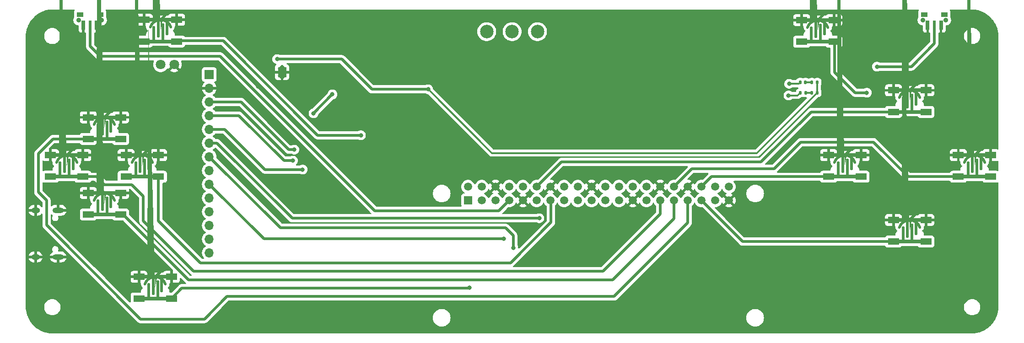
<source format=gbr>
%TF.GenerationSoftware,KiCad,Pcbnew,7.0.9*%
%TF.CreationDate,2024-03-17T17:30:51-07:00*%
%TF.ProjectId,PiEmulator,5069456d-756c-4617-946f-722e6b696361,rev?*%
%TF.SameCoordinates,Original*%
%TF.FileFunction,Copper,L1,Top*%
%TF.FilePolarity,Positive*%
%FSLAX46Y46*%
G04 Gerber Fmt 4.6, Leading zero omitted, Abs format (unit mm)*
G04 Created by KiCad (PCBNEW 7.0.9) date 2024-03-17 17:30:51*
%MOMM*%
%LPD*%
G01*
G04 APERTURE LIST*
G04 Aperture macros list*
%AMRoundRect*
0 Rectangle with rounded corners*
0 $1 Rounding radius*
0 $2 $3 $4 $5 $6 $7 $8 $9 X,Y pos of 4 corners*
0 Add a 4 corners polygon primitive as box body*
4,1,4,$2,$3,$4,$5,$6,$7,$8,$9,$2,$3,0*
0 Add four circle primitives for the rounded corners*
1,1,$1+$1,$2,$3*
1,1,$1+$1,$4,$5*
1,1,$1+$1,$6,$7*
1,1,$1+$1,$8,$9*
0 Add four rect primitives between the rounded corners*
20,1,$1+$1,$2,$3,$4,$5,0*
20,1,$1+$1,$4,$5,$6,$7,0*
20,1,$1+$1,$6,$7,$8,$9,0*
20,1,$1+$1,$8,$9,$2,$3,0*%
%AMFreePoly0*
4,1,9,0.000354,0.000354,0.000500,0.000000,0.000354,-0.000354,0.000000,-0.000500,-0.000354,-0.000354,-0.000500,0.000000,-0.000354,0.000354,0.000000,0.000500,0.000354,0.000354,0.000354,0.000354,$1*%
%AMFreePoly1*
4,1,56,0.431349,2.208265,0.710994,2.134709,0.978897,2.025896,1.230633,1.883624,1.462043,1.710241,1.669306,1.508612,1.848999,1.282067,1.998154,1.034348,2.114308,0.769545,2.129385,0.684040,2.114308,0.598535,2.070896,0.523343,2.004385,0.467534,1.922797,0.437838,1.835973,0.437838,1.754385,0.467534,1.687874,0.523343,1.644461,0.598535,1.601319,0.716896,1.482119,0.938874,
1.332352,1.141490,1.155108,1.320563,0.954041,1.472402,0.733299,1.593874,0.497433,1.682475,0.251308,1.736377,0.000000,1.754469,-0.251308,1.736377,-0.497433,1.682475,-0.733299,1.593874,-0.954041,1.472402,-1.155108,1.320563,-1.332352,1.141490,-1.482119,0.938874,-1.601319,0.716896,-1.644462,0.598535,-1.687874,0.523343,-1.754385,0.467534,-1.835973,0.437838,-1.922797,0.437838,
-2.004385,0.467534,-2.070896,0.523343,-2.114308,0.598535,-2.129385,0.684040,-2.114308,0.769545,-1.998154,1.034348,-1.848999,1.282067,-1.669306,1.508612,-1.462043,1.710241,-1.230633,1.883624,-0.978897,2.025896,-0.710994,2.134709,-0.431349,2.208265,-0.144579,2.245349,0.144579,2.245349,0.431349,2.208265,0.431349,2.208265,$1*%
G04 Aperture macros list end*
%TA.AperFunction,ComponentPad*%
%ADD10C,0.900000*%
%TD*%
%TA.AperFunction,SMDPad,CuDef*%
%ADD11R,0.750000X1.800000*%
%TD*%
%TA.AperFunction,SMDPad,CuDef*%
%ADD12R,0.600000X1.800000*%
%TD*%
%TA.AperFunction,SMDPad,CuDef*%
%ADD13R,1.300000X0.900000*%
%TD*%
%TA.AperFunction,SMDPad,CuDef*%
%ADD14R,2.100000X1.200000*%
%TD*%
%TA.AperFunction,SMDPad,CuDef*%
%ADD15RoundRect,0.125000X-0.125000X-1.449999X0.125000X-1.449999X0.125000X1.449999X-0.125000X1.449999X0*%
%TD*%
%TA.AperFunction,SMDPad,CuDef*%
%ADD16RoundRect,0.150000X-3.050000X-0.150000X3.050000X-0.150000X3.050000X0.150000X-3.050000X0.150000X0*%
%TD*%
%TA.AperFunction,SMDPad,CuDef*%
%ADD17FreePoly0,0.000000*%
%TD*%
%TA.AperFunction,SMDPad,CuDef*%
%ADD18FreePoly1,0.000000*%
%TD*%
%TA.AperFunction,SMDPad,CuDef*%
%ADD19RoundRect,0.125000X-0.125000X-1.362499X0.125000X-1.362499X0.125000X1.362499X-0.125000X1.362499X0*%
%TD*%
%TA.AperFunction,SMDPad,CuDef*%
%ADD20FreePoly0,180.000000*%
%TD*%
%TA.AperFunction,SMDPad,CuDef*%
%ADD21FreePoly1,180.000000*%
%TD*%
%TA.AperFunction,ComponentPad*%
%ADD22R,1.700000X1.700000*%
%TD*%
%TA.AperFunction,ComponentPad*%
%ADD23O,1.700000X1.700000*%
%TD*%
%TA.AperFunction,SMDPad,CuDef*%
%ADD24RoundRect,0.147500X-0.147500X-0.172500X0.147500X-0.172500X0.147500X0.172500X-0.147500X0.172500X0*%
%TD*%
%TA.AperFunction,SMDPad,CuDef*%
%ADD25RoundRect,0.135000X-0.135000X-0.185000X0.135000X-0.185000X0.135000X0.185000X-0.135000X0.185000X0*%
%TD*%
%TA.AperFunction,ComponentPad*%
%ADD26R,1.508000X1.508000*%
%TD*%
%TA.AperFunction,ComponentPad*%
%ADD27C,1.508000*%
%TD*%
%TA.AperFunction,ComponentPad*%
%ADD28C,2.500000*%
%TD*%
%TA.AperFunction,ComponentPad*%
%ADD29O,1.600000X1.000000*%
%TD*%
%TA.AperFunction,ComponentPad*%
%ADD30O,2.100000X1.000000*%
%TD*%
%TA.AperFunction,ComponentPad*%
%ADD31C,1.800000*%
%TD*%
%TA.AperFunction,ComponentPad*%
%ADD32C,0.600000*%
%TD*%
%TA.AperFunction,SMDPad,CuDef*%
%ADD33R,1.570000X1.880000*%
%TD*%
%TA.AperFunction,ViaPad*%
%ADD34C,0.800000*%
%TD*%
%TA.AperFunction,Conductor*%
%ADD35C,0.300000*%
%TD*%
%TA.AperFunction,Conductor*%
%ADD36C,0.500000*%
%TD*%
G04 APERTURE END LIST*
D10*
%TO.P,SWL1,*%
%TO.N,*%
X74475000Y-73444000D03*
X70175000Y-73444000D03*
D11*
%TO.P,SWL1,1,1*%
%TO.N,GND*%
X73555000Y-74344000D03*
D12*
%TO.P,SWL1,2,2*%
%TO.N,/LB*%
X72325000Y-74344000D03*
D11*
%TO.P,SWL1,3,3*%
%TO.N,GND*%
X71095000Y-74344000D03*
D13*
%TO.P,SWL1,4,4*%
%TO.N,unconnected-(SWL1-Pad4)*%
X74175000Y-72404000D03*
%TO.P,SWL1,5,5*%
%TO.N,unconnected-(SWL1-Pad5)*%
X70475000Y-72404000D03*
%TD*%
D14*
%TO.P,SWB1,1*%
%TO.N,GND*%
X220980000Y-110427000D03*
D15*
X223580000Y-112127000D03*
D16*
X223980000Y-110427000D03*
D17*
X223980000Y-112427000D03*
D18*
X223980000Y-112427000D03*
D19*
X225180000Y-111714500D03*
D14*
X226980000Y-110427000D03*
%TO.P,SWB1,2*%
%TO.N,/B*%
X220980000Y-114427000D03*
D19*
X222780000Y-113127000D03*
D20*
X223980000Y-112427000D03*
D21*
X223980000Y-112427000D03*
D16*
X223980000Y-114427000D03*
D15*
X224430000Y-112701999D03*
D14*
X226980000Y-114427000D03*
%TD*%
D10*
%TO.P,SWR1,*%
%TO.N,*%
X230688000Y-73444000D03*
X226388000Y-73444000D03*
D11*
%TO.P,SWR1,1,1*%
%TO.N,GND*%
X229768000Y-74344000D03*
D12*
%TO.P,SWR1,2,2*%
%TO.N,/RB*%
X228538000Y-74344000D03*
D11*
%TO.P,SWR1,3,3*%
%TO.N,GND*%
X227308000Y-74344000D03*
D13*
%TO.P,SWR1,4,4*%
%TO.N,unconnected-(SWR1-Pad4)*%
X230388000Y-72404000D03*
%TO.P,SWR1,5,5*%
%TO.N,unconnected-(SWR1-Pad5)*%
X226688000Y-72404000D03*
%TD*%
D14*
%TO.P,SWA1,1*%
%TO.N,GND*%
X232980000Y-98427000D03*
D15*
X235580000Y-100127000D03*
D16*
X235980000Y-98427000D03*
D17*
X235980000Y-100427000D03*
D18*
X235980000Y-100427000D03*
D19*
X237180000Y-99714500D03*
D14*
X238980000Y-98427000D03*
%TO.P,SWA1,2*%
%TO.N,/A*%
X232980000Y-102427000D03*
D19*
X234780000Y-101127000D03*
D20*
X235980000Y-100427000D03*
D21*
X235980000Y-100427000D03*
D16*
X235980000Y-102427000D03*
D15*
X236430000Y-100701999D03*
D14*
X238980000Y-102427000D03*
%TD*%
D22*
%TO.P,U2,1,VCC*%
%TO.N,+5V*%
X94375000Y-83490000D03*
D23*
%TO.P,U2,2,GND*%
%TO.N,GND*%
X94375000Y-86030000D03*
%TO.P,U2,3,CS*%
%TO.N,/CS*%
X94375000Y-88570000D03*
%TO.P,U2,4,RESET*%
%TO.N,/RESET*%
X94375000Y-91110000D03*
%TO.P,U2,5,DC/RS*%
%TO.N,/DC*%
X94375000Y-93650000D03*
%TO.P,U2,6,SOI(MOSI)*%
%TO.N,/MOSI*%
X94375000Y-96190000D03*
%TO.P,U2,7,SCK*%
%TO.N,/CLK*%
X94375000Y-98730000D03*
%TO.P,U2,8,LED*%
%TO.N,+5V*%
X94375000Y-101270000D03*
%TO.P,U2,9,SDO(MISO)*%
%TO.N,/MISO*%
X94375000Y-103810000D03*
%TO.P,U2,10,T_CLK*%
%TO.N,unconnected-(U2-T_CLK-Pad10)*%
X94375000Y-106350000D03*
%TO.P,U2,11,T_CS*%
%TO.N,unconnected-(U2-T_CS-Pad11)*%
X94375000Y-108890000D03*
%TO.P,U2,12,T_DIN*%
%TO.N,unconnected-(U2-T_DIN-Pad12)*%
X94375000Y-111430000D03*
%TO.P,U2,13,T_DO*%
%TO.N,unconnected-(U2-T_DO-Pad13)*%
X94375000Y-113970000D03*
%TO.P,U2,14,T_IRQ*%
%TO.N,unconnected-(U2-T_IRQ-Pad14)*%
X94375000Y-116510000D03*
%TD*%
D14*
%TO.P,SWRIGHT1,1*%
%TO.N,GND*%
X78980000Y-98427000D03*
D15*
X81580000Y-100127000D03*
D16*
X81980000Y-98427000D03*
D17*
X81980000Y-100427000D03*
D18*
X81980000Y-100427000D03*
D19*
X83180000Y-99714500D03*
D14*
X84980000Y-98427000D03*
%TO.P,SWRIGHT1,2*%
%TO.N,/Right*%
X78980000Y-102427000D03*
D19*
X80780000Y-101127000D03*
D20*
X81980000Y-100427000D03*
D21*
X81980000Y-100427000D03*
D16*
X81980000Y-102427000D03*
D15*
X82430000Y-100701999D03*
D14*
X84980000Y-102427000D03*
%TD*%
D24*
%TO.P,D2,1,K*%
%TO.N,Net-(D2-K)*%
X203754000Y-86868000D03*
%TO.P,D2,2,A*%
%TO.N,Net-(D2-A)*%
X204724000Y-86868000D03*
%TD*%
D14*
%TO.P,SWLEFT1,1*%
%TO.N,GND*%
X64980000Y-98427000D03*
D15*
X67580000Y-100127000D03*
D16*
X67980000Y-98427000D03*
D17*
X67980000Y-100427000D03*
D18*
X67980000Y-100427000D03*
D19*
X69180000Y-99714500D03*
D14*
X70980000Y-98427000D03*
%TO.P,SWLEFT1,2*%
%TO.N,/Left*%
X64980000Y-102427000D03*
D19*
X66780000Y-101127000D03*
D20*
X67980000Y-100427000D03*
D21*
X67980000Y-100427000D03*
D16*
X67980000Y-102427000D03*
D15*
X68430000Y-100701999D03*
D14*
X70980000Y-102427000D03*
%TD*%
D25*
%TO.P,R3,1*%
%TO.N,Net-(D1-A)*%
X205865000Y-84963000D03*
%TO.P,R3,2*%
%TO.N,+BATT*%
X206885000Y-84963000D03*
%TD*%
D14*
%TO.P,SWUP1,1*%
%TO.N,GND*%
X71980000Y-91427000D03*
D15*
X74580000Y-93127000D03*
D16*
X74980000Y-91427000D03*
D17*
X74980000Y-93427000D03*
D18*
X74980000Y-93427000D03*
D19*
X76180000Y-92714500D03*
D14*
X77980000Y-91427000D03*
%TO.P,SWUP1,2*%
%TO.N,/Up*%
X71980000Y-95427000D03*
D19*
X73780000Y-94127000D03*
D20*
X74980000Y-93427000D03*
D21*
X74980000Y-93427000D03*
D16*
X74980000Y-95427000D03*
D15*
X75430000Y-93701999D03*
D14*
X77980000Y-95427000D03*
%TD*%
%TO.P,SWDOWN1,1*%
%TO.N,GND*%
X71980000Y-105427000D03*
D15*
X74580000Y-107127000D03*
D16*
X74980000Y-105427000D03*
D17*
X74980000Y-107427000D03*
D18*
X74980000Y-107427000D03*
D19*
X76180000Y-106714500D03*
D14*
X77980000Y-105427000D03*
%TO.P,SWDOWN1,2*%
%TO.N,/Down*%
X71980000Y-109427000D03*
D19*
X73780000Y-108127000D03*
D20*
X74980000Y-107427000D03*
D21*
X74980000Y-107427000D03*
D16*
X74980000Y-109427000D03*
D15*
X75430000Y-107701999D03*
D14*
X77980000Y-109427000D03*
%TD*%
D25*
%TO.P,R4,1*%
%TO.N,Net-(D2-A)*%
X205863000Y-86868000D03*
%TO.P,R4,2*%
%TO.N,+BATT*%
X206883000Y-86868000D03*
%TD*%
D26*
%TO.P,U1,1,3V3_1*%
%TO.N,unconnected-(U1-3V3_1-Pad1)*%
X142257000Y-106802000D03*
D27*
%TO.P,U1,2,5V_1*%
%TO.N,+5V*%
X142257000Y-104262000D03*
%TO.P,U1,3,GPIO2_SDA*%
%TO.N,/Action*%
X144797000Y-106802000D03*
%TO.P,U1,4,5V_2*%
%TO.N,+5V*%
X144797000Y-104262000D03*
%TO.P,U1,5,GPIO3_SCL*%
%TO.N,/RT*%
X147337000Y-106802000D03*
%TO.P,U1,6,GND_8*%
%TO.N,GND*%
X147337000Y-104262000D03*
%TO.P,U1,7,GPIO4_GPCKL0*%
%TO.N,/LB*%
X149877000Y-106802000D03*
%TO.P,U1,8,TXD0_GPIO14*%
%TO.N,unconnected-(U1-TXD0_GPIO14-Pad8)*%
X149877000Y-104262000D03*
%TO.P,U1,9,GND_1*%
%TO.N,GND*%
X152417000Y-106802000D03*
%TO.P,U1,10,RXD0_GPIO15*%
%TO.N,unconnected-(U1-RXD0_GPIO15-Pad10)*%
X152417000Y-104262000D03*
%TO.P,U1,11,GPIO17_GEN0*%
%TO.N,/LT*%
X154957000Y-106802000D03*
%TO.P,U1,12,GPIO18*%
%TO.N,/X*%
X154957000Y-104262000D03*
%TO.P,U1,13,GPIO27_GEN2*%
%TO.N,/Right*%
X157497000Y-106802000D03*
%TO.P,U1,14,GND_4*%
%TO.N,GND*%
X157497000Y-104262000D03*
%TO.P,U1,15,GPIO22_GEN3*%
%TO.N,unconnected-(U1-GPIO22_GEN3-Pad15)*%
X160037000Y-106802000D03*
%TO.P,U1,16,GEN4_GPIO23*%
%TO.N,unconnected-(U1-GEN4_GPIO23-Pad16)*%
X160037000Y-104262000D03*
%TO.P,U1,17,3V3_2*%
%TO.N,unconnected-(U1-3V3_2-Pad17)*%
X162577000Y-106802000D03*
%TO.P,U1,18,GEN5_GPIO24*%
%TO.N,/DC*%
X162577000Y-104262000D03*
%TO.P,U1,19,GPIO10_MOSI*%
%TO.N,/MOSI*%
X165117000Y-106802000D03*
%TO.P,U1,20,GND_5*%
%TO.N,GND*%
X165117000Y-104262000D03*
%TO.P,U1,21,GPIO9_MISO*%
%TO.N,/MISO*%
X167657000Y-106802000D03*
%TO.P,U1,22,GEN_6GPIO25*%
%TO.N,/RESET*%
X167657000Y-104262000D03*
%TO.P,U1,23,GPIO11_SCLK*%
%TO.N,/CLK*%
X170197000Y-106802000D03*
%TO.P,U1,24,~{CE0}_GPIO8*%
%TO.N,/CS*%
X170197000Y-104262000D03*
%TO.P,U1,25,GND_2*%
%TO.N,GND*%
X172737000Y-106802000D03*
%TO.P,U1,26,~{CE1}_GPIO7*%
%TO.N,unconnected-(U1-~{CE1}_GPIO7-Pad26)*%
X172737000Y-104262000D03*
%TO.P,U1,27,ID_SD*%
%TO.N,unconnected-(U1-ID_SD-Pad27)*%
X175277000Y-106802000D03*
%TO.P,U1,28,ID_SC*%
%TO.N,unconnected-(U1-ID_SC-Pad28)*%
X175277000Y-104262000D03*
%TO.P,U1,29,GPIO5*%
%TO.N,/Left*%
X177817000Y-106802000D03*
%TO.P,U1,30,GND_6*%
%TO.N,GND*%
X177817000Y-104262000D03*
%TO.P,U1,31,GPIO6*%
%TO.N,/Down*%
X180357000Y-106802000D03*
%TO.P,U1,32,GPIO12*%
%TO.N,/A*%
X180357000Y-104262000D03*
%TO.P,U1,33,GPIO13*%
%TO.N,/Up*%
X182897000Y-106802000D03*
%TO.P,U1,34,GND_7*%
%TO.N,GND*%
X182897000Y-104262000D03*
%TO.P,U1,35,GPIO19*%
%TO.N,/B*%
X185437000Y-106802000D03*
%TO.P,U1,36,GPIO16*%
%TO.N,/Y*%
X185437000Y-104262000D03*
%TO.P,U1,37,GPIO26*%
%TO.N,/Start*%
X187977000Y-106802000D03*
%TO.P,U1,38,GPIO20*%
%TO.N,/Select*%
X187977000Y-104262000D03*
%TO.P,U1,39,GND_3*%
%TO.N,GND*%
X190517000Y-106802000D03*
%TO.P,U1,40,GPIO21*%
%TO.N,/RB*%
X190517000Y-104262000D03*
%TD*%
D14*
%TO.P,SWX1,1*%
%TO.N,GND*%
X220980000Y-86427000D03*
D15*
X223580000Y-88127000D03*
D16*
X223980000Y-86427000D03*
D17*
X223980000Y-88427000D03*
D18*
X223980000Y-88427000D03*
D19*
X225180000Y-87714500D03*
D14*
X226980000Y-86427000D03*
%TO.P,SWX1,2*%
%TO.N,/X*%
X220980000Y-90427000D03*
D19*
X222780000Y-89127000D03*
D20*
X223980000Y-88427000D03*
D21*
X223980000Y-88427000D03*
D16*
X223980000Y-90427000D03*
D15*
X224430000Y-88701999D03*
D14*
X226980000Y-90427000D03*
%TD*%
%TO.P,SWACTION1,1*%
%TO.N,GND*%
X81376000Y-120968000D03*
D15*
X83976000Y-122668000D03*
D16*
X84376000Y-120968000D03*
D17*
X84376000Y-122968000D03*
D18*
X84376000Y-122968000D03*
D19*
X85576000Y-122255500D03*
D14*
X87376000Y-120968000D03*
%TO.P,SWACTION1,2*%
%TO.N,/Action*%
X81376000Y-124968000D03*
D19*
X83176000Y-123668000D03*
D20*
X84376000Y-122968000D03*
D21*
X84376000Y-122968000D03*
D16*
X84376000Y-124968000D03*
D15*
X84826000Y-123242999D03*
D14*
X87376000Y-124968000D03*
%TD*%
%TO.P,SWSELECT1,1*%
%TO.N,GND*%
X82325000Y-73374000D03*
D15*
X84925000Y-75074000D03*
D16*
X85325000Y-73374000D03*
D17*
X85325000Y-75374000D03*
D18*
X85325000Y-75374000D03*
D19*
X86525000Y-74661500D03*
D14*
X88325000Y-73374000D03*
%TO.P,SWSELECT1,2*%
%TO.N,/Select*%
X82325000Y-77374000D03*
D19*
X84125000Y-76074000D03*
D20*
X85325000Y-75374000D03*
D21*
X85325000Y-75374000D03*
D16*
X85325000Y-77374000D03*
D15*
X85775000Y-75648999D03*
D14*
X88325000Y-77374000D03*
%TD*%
%TO.P,SWSTART1,1*%
%TO.N,GND*%
X203980000Y-73427000D03*
D15*
X206580000Y-75127000D03*
D16*
X206980000Y-73427000D03*
D17*
X206980000Y-75427000D03*
D18*
X206980000Y-75427000D03*
D19*
X208180000Y-74714500D03*
D14*
X209980000Y-73427000D03*
%TO.P,SWSTART1,2*%
%TO.N,/Start*%
X203980000Y-77427000D03*
D19*
X205780000Y-76127000D03*
D20*
X206980000Y-75427000D03*
D21*
X206980000Y-75427000D03*
D16*
X206980000Y-77427000D03*
D15*
X207430000Y-75701999D03*
D14*
X209980000Y-77427000D03*
%TD*%
D24*
%TO.P,D1,1,K*%
%TO.N,Net-(D1-K)*%
X203731000Y-84963000D03*
%TO.P,D1,2,A*%
%TO.N,Net-(D1-A)*%
X204701000Y-84963000D03*
%TD*%
D14*
%TO.P,SWY1,1*%
%TO.N,GND*%
X208980000Y-98427000D03*
D15*
X211580000Y-100127000D03*
D16*
X211980000Y-98427000D03*
D17*
X211980000Y-100427000D03*
D18*
X211980000Y-100427000D03*
D19*
X213180000Y-99714500D03*
D14*
X214980000Y-98427000D03*
%TO.P,SWY1,2*%
%TO.N,/Y*%
X208980000Y-102427000D03*
D19*
X210780000Y-101127000D03*
D20*
X211980000Y-100427000D03*
D21*
X211980000Y-100427000D03*
D16*
X211980000Y-102427000D03*
D15*
X212430000Y-100701999D03*
D14*
X214980000Y-102427000D03*
%TD*%
D28*
%TO.P,SW2,1,1*%
%TO.N,+5V*%
X145711000Y-75565000D03*
%TO.P,SW2,2,2*%
%TO.N,Net-(C5-Pad2)*%
X150411000Y-75565000D03*
%TO.P,SW2,3,3*%
%TO.N,unconnected-(SW2-Pad3)*%
X155111000Y-75565000D03*
%TD*%
D29*
%TO.P,J3,S1,SHIELD*%
%TO.N,GND*%
X62215000Y-117275000D03*
D30*
X66395000Y-117275000D03*
D29*
X62215000Y-108635000D03*
D30*
X66395000Y-108635000D03*
%TD*%
D31*
%TO.P,U5,1,1*%
%TO.N,+BATT*%
X85384000Y-81661000D03*
%TO.P,U5,2,2*%
%TO.N,GND*%
X87884000Y-81661000D03*
%TD*%
D32*
%TO.P,U3,11,VSS*%
%TO.N,GND*%
X108331000Y-83703000D03*
X108331000Y-82423000D03*
D33*
X107846000Y-83063000D03*
D32*
X107361000Y-83703000D03*
X107361000Y-82423000D03*
%TD*%
D34*
%TO.N,+BATT*%
X106934000Y-80645000D03*
X134874000Y-86233000D03*
%TO.N,/RB*%
X217932000Y-82042000D03*
%TO.N,GND*%
X137795000Y-75184000D03*
X128016000Y-82423000D03*
X75057000Y-99568000D03*
X228473000Y-83185000D03*
X214122000Y-93726000D03*
X78486000Y-117475000D03*
X103378000Y-85725000D03*
X213741000Y-75057000D03*
X140462000Y-82931000D03*
X64516000Y-85471000D03*
X235458000Y-93345000D03*
X167386000Y-80391000D03*
X223774000Y-105791000D03*
X169037000Y-113284000D03*
X121666000Y-87757000D03*
X84582000Y-92456000D03*
X128905000Y-106172000D03*
X128016000Y-83566000D03*
%TO.N,/DC*%
X111633000Y-101092000D03*
%TO.N,/MOSI*%
X155448000Y-110109000D03*
%TO.N,/MISO*%
X148844000Y-113919000D03*
%TO.N,/RESET*%
X109855000Y-99441000D03*
%TO.N,/CLK*%
X150622000Y-115570000D03*
%TO.N,/CS*%
X110109000Y-97409000D03*
%TO.N,/Action*%
X142494000Y-122936000D03*
%TO.N,/Select*%
X122428000Y-94742000D03*
%TO.N,/Start*%
X216027000Y-86868000D03*
%TO.N,Net-(D1-K)*%
X201676000Y-85217000D03*
%TO.N,Net-(D2-K)*%
X201549000Y-87376000D03*
%TO.N,+5V*%
X117157500Y-87185500D03*
X113665000Y-90678000D03*
%TD*%
D35*
%TO.N,+BATT*%
X146685000Y-98044000D02*
X134874000Y-86233000D01*
D36*
X124460000Y-86233000D02*
X134874000Y-86233000D01*
D35*
X206883000Y-86868000D02*
X206883000Y-84965000D01*
D36*
X118872000Y-80645000D02*
X124460000Y-86233000D01*
D35*
X206883000Y-84965000D02*
X206885000Y-84963000D01*
X195707000Y-98044000D02*
X146685000Y-98044000D01*
X206883000Y-86868000D02*
X195707000Y-98044000D01*
D36*
X106934000Y-80645000D02*
X118872000Y-80645000D01*
%TO.N,/RB*%
X228538000Y-77786000D02*
X228538000Y-74344000D01*
X217932000Y-82042000D02*
X224282000Y-82042000D01*
X224282000Y-82042000D02*
X228538000Y-77786000D01*
%TO.N,/LB*%
X124968000Y-108712000D02*
X147967000Y-108712000D01*
X72325000Y-74344000D02*
X72325000Y-78294000D01*
X74168000Y-80137000D02*
X96393000Y-80137000D01*
X72325000Y-78294000D02*
X74168000Y-80137000D01*
X96393000Y-80137000D02*
X124968000Y-108712000D01*
X147967000Y-108712000D02*
X149877000Y-106802000D01*
D35*
%TO.N,Net-(D1-A)*%
X204701000Y-84963000D02*
X205865000Y-84963000D01*
%TO.N,Net-(D2-A)*%
X204724000Y-86868000D02*
X205863000Y-86868000D01*
D36*
%TO.N,/DC*%
X104648000Y-101092000D02*
X97206000Y-93650000D01*
X97206000Y-93650000D02*
X94375000Y-93650000D01*
X111633000Y-101092000D02*
X104648000Y-101092000D01*
%TO.N,/MOSI*%
X109728000Y-110109000D02*
X155448000Y-110109000D01*
X95809000Y-96190000D02*
X109728000Y-110109000D01*
X94375000Y-96190000D02*
X95809000Y-96190000D01*
%TO.N,/MISO*%
X148844000Y-113919000D02*
X104484000Y-113919000D01*
X104484000Y-113919000D02*
X94375000Y-103810000D01*
%TO.N,/RESET*%
X109855000Y-99441000D02*
X108204000Y-99441000D01*
X108204000Y-99441000D02*
X99873000Y-91110000D01*
X99873000Y-91110000D02*
X94375000Y-91110000D01*
%TO.N,/CLK*%
X149225000Y-111887000D02*
X150622000Y-113284000D01*
X94375000Y-98730000D02*
X107532000Y-111887000D01*
X150622000Y-113284000D02*
X150622000Y-115570000D01*
X107532000Y-111887000D02*
X149225000Y-111887000D01*
%TO.N,/CS*%
X109093000Y-97409000D02*
X100254000Y-88570000D01*
X110109000Y-97409000D02*
X109093000Y-97409000D01*
X100254000Y-88570000D02*
X94375000Y-88570000D01*
%TO.N,/Up*%
X65430000Y-95427000D02*
X62738000Y-98119000D01*
X64262000Y-106807000D02*
X64262000Y-111379000D01*
X182897000Y-110981000D02*
X182897000Y-106802000D01*
X71980000Y-95427000D02*
X65430000Y-95427000D01*
X62738000Y-98119000D02*
X62738000Y-105283000D01*
X64262000Y-111379000D02*
X81661000Y-128778000D01*
X81661000Y-128778000D02*
X93472000Y-128778000D01*
X62738000Y-105283000D02*
X64262000Y-106807000D01*
X93472000Y-128778000D02*
X97663000Y-124587000D01*
X97663000Y-124587000D02*
X169291000Y-124587000D01*
X169291000Y-124587000D02*
X182897000Y-110981000D01*
%TO.N,/Right*%
X84980000Y-110634000D02*
X92710000Y-118364000D01*
X150114000Y-118364000D02*
X157607000Y-110871000D01*
X92710000Y-118364000D02*
X150114000Y-118364000D01*
X157607000Y-110871000D02*
X157607000Y-106912000D01*
X157607000Y-106912000D02*
X157497000Y-106802000D01*
X84980000Y-102427000D02*
X84980000Y-110634000D01*
%TO.N,/Down*%
X169037000Y-121539000D02*
X180357000Y-110219000D01*
X90542000Y-121539000D02*
X169037000Y-121539000D01*
X78430000Y-109427000D02*
X90542000Y-121539000D01*
X180357000Y-110219000D02*
X180357000Y-106802000D01*
X77980000Y-109427000D02*
X78430000Y-109427000D01*
%TO.N,/Left*%
X82169000Y-106045000D02*
X82169000Y-110617000D01*
X74930000Y-103886000D02*
X80010000Y-103886000D01*
X80010000Y-103886000D02*
X82169000Y-106045000D01*
X91440000Y-119888000D02*
X167271000Y-119888000D01*
X73471000Y-102427000D02*
X74930000Y-103886000D01*
X177817000Y-109342000D02*
X177817000Y-106802000D01*
X82169000Y-110617000D02*
X91440000Y-119888000D01*
X70980000Y-102427000D02*
X73471000Y-102427000D01*
X167271000Y-119888000D02*
X177817000Y-109342000D01*
%TO.N,/Y*%
X208980000Y-102427000D02*
X187272000Y-102427000D01*
X187272000Y-102427000D02*
X185437000Y-104262000D01*
%TO.N,/X*%
X205737000Y-90427000D02*
X196469000Y-99695000D01*
X220980000Y-90427000D02*
X205737000Y-90427000D01*
X196469000Y-99695000D02*
X159524000Y-99695000D01*
X159524000Y-99695000D02*
X154957000Y-104262000D01*
%TO.N,/B*%
X220980000Y-114427000D02*
X193062000Y-114427000D01*
X193062000Y-114427000D02*
X185437000Y-106802000D01*
%TO.N,/A*%
X232980000Y-102427000D02*
X223712000Y-102427000D01*
X203835000Y-96012000D02*
X198882000Y-100965000D01*
X183654000Y-100965000D02*
X180357000Y-104262000D01*
X223712000Y-102427000D02*
X217297000Y-96012000D01*
X217297000Y-96012000D02*
X203835000Y-96012000D01*
X198882000Y-100965000D02*
X183654000Y-100965000D01*
%TO.N,/Action*%
X142367000Y-123063000D02*
X89281000Y-123063000D01*
X89281000Y-123063000D02*
X87376000Y-124968000D01*
X142494000Y-122936000D02*
X142367000Y-123063000D01*
%TO.N,/Select*%
X122428000Y-94742000D02*
X114427000Y-94742000D01*
X114427000Y-94742000D02*
X96966000Y-77281000D01*
X96966000Y-77281000D02*
X89044000Y-77281000D01*
%TO.N,/Start*%
X210058000Y-83058000D02*
X210058000Y-77566000D01*
X210058000Y-77566000D02*
X209773000Y-77281000D01*
X216027000Y-86868000D02*
X213868000Y-86868000D01*
X213868000Y-86868000D02*
X210058000Y-83058000D01*
D35*
%TO.N,Net-(D1-K)*%
X203477000Y-85217000D02*
X203731000Y-84963000D01*
X201676000Y-85217000D02*
X203477000Y-85217000D01*
%TO.N,Net-(D2-K)*%
X201549000Y-87376000D02*
X203246000Y-87376000D01*
X203246000Y-87376000D02*
X203754000Y-86868000D01*
D36*
%TO.N,+5V*%
X117157500Y-87185500D02*
X113665000Y-90678000D01*
%TD*%
%TA.AperFunction,Conductor*%
%TO.N,GND*%
G36*
X69399775Y-71465185D02*
G01*
X69445530Y-71517989D01*
X69455474Y-71587147D01*
X69432002Y-71643811D01*
X69381206Y-71711664D01*
X69381202Y-71711671D01*
X69330908Y-71846517D01*
X69326395Y-71888499D01*
X69324501Y-71906123D01*
X69324500Y-71906135D01*
X69324500Y-72901870D01*
X69324501Y-72901879D01*
X69330882Y-72961242D01*
X69318474Y-73030002D01*
X69316952Y-73032945D01*
X69292604Y-73078499D01*
X69290669Y-73084876D01*
X69283344Y-73103468D01*
X69279070Y-73112181D01*
X69259746Y-73186815D01*
X69238252Y-73257668D01*
X69238251Y-73257674D01*
X69237262Y-73267712D01*
X69233905Y-73286614D01*
X69230615Y-73299322D01*
X69226935Y-73371852D01*
X69226716Y-73374786D01*
X69219901Y-73443997D01*
X69219901Y-73443998D01*
X69221224Y-73457439D01*
X69221661Y-73475858D01*
X69220824Y-73492382D01*
X69220824Y-73492395D01*
X69231332Y-73560987D01*
X69231748Y-73564297D01*
X69238252Y-73630326D01*
X69238253Y-73630332D01*
X69243164Y-73646522D01*
X69247071Y-73663732D01*
X69250094Y-73683465D01*
X69250095Y-73683468D01*
X69250096Y-73683472D01*
X69250097Y-73683474D01*
X69256525Y-73700830D01*
X69273082Y-73745537D01*
X69274272Y-73749071D01*
X69292604Y-73809501D01*
X69304182Y-73831163D01*
X69307646Y-73838862D01*
X69317235Y-73864752D01*
X69317236Y-73864754D01*
X69350544Y-73918193D01*
X69352607Y-73921761D01*
X69380865Y-73974626D01*
X69398489Y-73996101D01*
X69403183Y-74002644D01*
X69419489Y-74028805D01*
X69419490Y-74028806D01*
X69460667Y-74072124D01*
X69463658Y-74075509D01*
X69499639Y-74119353D01*
X69499641Y-74119354D01*
X69499643Y-74119357D01*
X69516123Y-74132882D01*
X69523608Y-74139025D01*
X69529213Y-74144235D01*
X69552677Y-74168919D01*
X69599104Y-74201233D01*
X69603006Y-74204185D01*
X69644375Y-74238136D01*
X69674555Y-74254267D01*
X69680754Y-74258063D01*
X69711334Y-74279348D01*
X69711336Y-74279349D01*
X69711342Y-74279353D01*
X69760373Y-74300393D01*
X69765127Y-74302678D01*
X69809499Y-74326396D01*
X69845323Y-74337263D01*
X69851780Y-74339620D01*
X69862125Y-74344059D01*
X69888988Y-74355587D01*
X69938114Y-74365682D01*
X69943597Y-74367074D01*
X69988669Y-74380747D01*
X69998246Y-74381690D01*
X70029127Y-74384732D01*
X70035536Y-74385703D01*
X70078343Y-74394500D01*
X70078344Y-74394500D01*
X70096000Y-74394500D01*
X70163039Y-74414185D01*
X70208794Y-74466989D01*
X70220000Y-74518500D01*
X70220000Y-75291844D01*
X70226401Y-75351372D01*
X70226403Y-75351379D01*
X70276645Y-75486086D01*
X70276649Y-75486093D01*
X70362809Y-75601187D01*
X70362812Y-75601190D01*
X70477906Y-75687350D01*
X70477913Y-75687354D01*
X70612620Y-75737596D01*
X70612627Y-75737598D01*
X70672155Y-75743999D01*
X70672172Y-75744000D01*
X70845000Y-75744000D01*
X70845000Y-74218000D01*
X70864685Y-74150961D01*
X70917489Y-74105206D01*
X70969000Y-74094000D01*
X71221000Y-74094000D01*
X71288039Y-74113685D01*
X71333794Y-74166489D01*
X71345000Y-74218000D01*
X71345000Y-75744000D01*
X71450500Y-75744000D01*
X71517539Y-75763685D01*
X71563294Y-75816489D01*
X71574500Y-75868000D01*
X71574500Y-78230294D01*
X71573191Y-78248263D01*
X71569710Y-78272025D01*
X71574264Y-78324064D01*
X71574500Y-78329470D01*
X71574500Y-78337709D01*
X71577307Y-78361731D01*
X71578306Y-78370274D01*
X71585000Y-78446791D01*
X71586461Y-78453867D01*
X71586403Y-78453878D01*
X71588034Y-78461237D01*
X71588092Y-78461224D01*
X71589757Y-78468250D01*
X71616025Y-78540424D01*
X71640185Y-78613331D01*
X71643236Y-78619874D01*
X71643182Y-78619898D01*
X71646470Y-78626688D01*
X71646521Y-78626663D01*
X71649761Y-78633113D01*
X71649762Y-78633114D01*
X71649763Y-78633117D01*
X71661853Y-78651499D01*
X71691965Y-78697283D01*
X71732287Y-78762655D01*
X71736766Y-78768319D01*
X71736719Y-78768356D01*
X71741482Y-78774202D01*
X71741528Y-78774164D01*
X71746173Y-78779700D01*
X71802018Y-78832386D01*
X73592267Y-80622634D01*
X73604048Y-80636266D01*
X73618390Y-80655530D01*
X73658420Y-80689119D01*
X73662392Y-80692759D01*
X73668224Y-80698591D01*
X73668227Y-80698594D01*
X73693947Y-80718931D01*
X73752788Y-80768304D01*
X73758818Y-80772270D01*
X73758785Y-80772319D01*
X73765143Y-80776369D01*
X73765175Y-80776319D01*
X73771320Y-80780109D01*
X73771323Y-80780111D01*
X73840936Y-80812572D01*
X73909567Y-80847040D01*
X73909572Y-80847041D01*
X73916361Y-80849513D01*
X73916340Y-80849570D01*
X73923455Y-80852043D01*
X73923475Y-80851986D01*
X73930330Y-80854258D01*
X74005558Y-80869790D01*
X74080279Y-80887500D01*
X74080289Y-80887500D01*
X74087452Y-80888338D01*
X74087444Y-80888397D01*
X74094945Y-80889164D01*
X74094951Y-80889105D01*
X74102140Y-80889734D01*
X74102144Y-80889733D01*
X74102145Y-80889734D01*
X74178918Y-80887500D01*
X84004184Y-80887500D01*
X84071223Y-80907185D01*
X84116978Y-80959989D01*
X84126922Y-81029147D01*
X84117740Y-81061307D01*
X84084368Y-81137390D01*
X84054842Y-81204702D01*
X83997866Y-81429691D01*
X83997864Y-81429702D01*
X83978700Y-81660993D01*
X83978700Y-81661006D01*
X83997864Y-81892297D01*
X83997866Y-81892308D01*
X84054842Y-82117300D01*
X84148075Y-82329848D01*
X84275016Y-82524147D01*
X84275019Y-82524151D01*
X84275021Y-82524153D01*
X84432216Y-82694913D01*
X84432219Y-82694915D01*
X84432222Y-82694918D01*
X84615365Y-82837464D01*
X84615371Y-82837468D01*
X84615374Y-82837470D01*
X84736725Y-82903142D01*
X84818652Y-82947479D01*
X84819497Y-82947936D01*
X84933487Y-82987068D01*
X85039015Y-83023297D01*
X85039017Y-83023297D01*
X85039019Y-83023298D01*
X85267951Y-83061500D01*
X85267952Y-83061500D01*
X85500048Y-83061500D01*
X85500049Y-83061500D01*
X85728981Y-83023298D01*
X85948503Y-82947936D01*
X86152626Y-82837470D01*
X86184067Y-82812999D01*
X86225771Y-82780539D01*
X86335784Y-82694913D01*
X86492979Y-82524153D01*
X86530489Y-82466738D01*
X86583635Y-82421382D01*
X86652866Y-82411958D01*
X86716202Y-82441459D01*
X86730914Y-82458437D01*
X86732811Y-82458634D01*
X87321654Y-81869790D01*
X87360390Y-81963306D01*
X87456474Y-82088526D01*
X87581694Y-82184610D01*
X87675207Y-82223344D01*
X87085199Y-82813351D01*
X87115650Y-82837050D01*
X87319697Y-82947476D01*
X87319706Y-82947479D01*
X87539139Y-83022811D01*
X87767993Y-83061000D01*
X88000007Y-83061000D01*
X88228860Y-83022811D01*
X88448293Y-82947479D01*
X88448302Y-82947476D01*
X88652350Y-82837050D01*
X88682798Y-82813351D01*
X88092791Y-82223344D01*
X88186306Y-82184610D01*
X88311526Y-82088526D01*
X88407610Y-81963307D01*
X88446344Y-81869792D01*
X89035186Y-82458634D01*
X89119484Y-82329606D01*
X89212682Y-82117135D01*
X89269638Y-81892218D01*
X89288798Y-81661005D01*
X89288798Y-81660994D01*
X89269638Y-81429781D01*
X89212682Y-81204864D01*
X89149714Y-81061310D01*
X89140811Y-80992010D01*
X89170788Y-80928898D01*
X89230128Y-80892011D01*
X89263270Y-80887500D01*
X96030770Y-80887500D01*
X96097809Y-80907185D01*
X96118451Y-80923819D01*
X124341452Y-109146819D01*
X124374937Y-109208142D01*
X124369953Y-109277834D01*
X124328081Y-109333767D01*
X124262617Y-109358184D01*
X124253771Y-109358500D01*
X110090229Y-109358500D01*
X110023190Y-109338815D01*
X110002548Y-109322181D01*
X103197867Y-102517500D01*
X96384729Y-95704361D01*
X96372949Y-95690730D01*
X96365482Y-95680701D01*
X96358612Y-95671472D01*
X96358610Y-95671470D01*
X96318587Y-95637886D01*
X96314612Y-95634244D01*
X96311690Y-95631322D01*
X96308780Y-95628411D01*
X96283040Y-95608059D01*
X96224209Y-95558694D01*
X96218180Y-95554729D01*
X96218212Y-95554680D01*
X96211853Y-95550628D01*
X96211822Y-95550679D01*
X96205680Y-95546891D01*
X96205678Y-95546890D01*
X96205677Y-95546889D01*
X96166474Y-95528608D01*
X96136058Y-95514424D01*
X96092402Y-95492500D01*
X96067433Y-95479960D01*
X96067431Y-95479959D01*
X96067430Y-95479959D01*
X96060645Y-95477489D01*
X96060665Y-95477433D01*
X96053549Y-95474959D01*
X96053531Y-95475015D01*
X96046671Y-95472742D01*
X96018841Y-95466996D01*
X95971434Y-95457207D01*
X95922472Y-95445603D01*
X95896719Y-95439499D01*
X95889547Y-95438661D01*
X95889553Y-95438601D01*
X95882055Y-95437835D01*
X95882050Y-95437895D01*
X95874860Y-95437265D01*
X95798083Y-95439500D01*
X95562701Y-95439500D01*
X95495662Y-95419815D01*
X95461126Y-95386623D01*
X95413494Y-95318597D01*
X95246402Y-95151506D01*
X95246396Y-95151501D01*
X95060842Y-95021575D01*
X95017217Y-94966998D01*
X95010023Y-94897500D01*
X95041546Y-94835145D01*
X95060842Y-94818425D01*
X95116971Y-94779123D01*
X95246401Y-94688495D01*
X95413495Y-94521401D01*
X95461127Y-94453376D01*
X95515704Y-94409751D01*
X95562701Y-94400500D01*
X96843770Y-94400500D01*
X96910809Y-94420185D01*
X96931451Y-94436819D01*
X104072267Y-101577634D01*
X104084048Y-101591266D01*
X104098390Y-101610530D01*
X104138420Y-101644119D01*
X104142392Y-101647759D01*
X104148223Y-101653590D01*
X104148222Y-101653590D01*
X104173944Y-101673927D01*
X104232786Y-101723302D01*
X104232794Y-101723306D01*
X104238824Y-101727273D01*
X104238790Y-101727323D01*
X104245137Y-101731366D01*
X104245169Y-101731316D01*
X104251318Y-101735108D01*
X104251320Y-101735109D01*
X104251323Y-101735111D01*
X104320930Y-101767569D01*
X104389567Y-101802040D01*
X104389576Y-101802042D01*
X104396355Y-101804510D01*
X104396334Y-101804567D01*
X104403451Y-101807040D01*
X104403470Y-101806984D01*
X104410330Y-101809257D01*
X104485532Y-101824784D01*
X104560279Y-101842500D01*
X104560288Y-101842500D01*
X104567452Y-101843338D01*
X104567445Y-101843397D01*
X104574946Y-101844163D01*
X104574952Y-101844104D01*
X104582140Y-101844733D01*
X104582143Y-101844732D01*
X104582144Y-101844733D01*
X104658898Y-101842500D01*
X111093663Y-101842500D01*
X111160702Y-101862185D01*
X111166548Y-101866182D01*
X111180265Y-101876148D01*
X111180270Y-101876151D01*
X111353192Y-101953142D01*
X111353197Y-101953144D01*
X111538354Y-101992500D01*
X111538355Y-101992500D01*
X111727644Y-101992500D01*
X111727646Y-101992500D01*
X111912803Y-101953144D01*
X112085730Y-101876151D01*
X112238871Y-101764888D01*
X112365533Y-101624216D01*
X112460179Y-101460284D01*
X112518674Y-101280256D01*
X112538460Y-101092000D01*
X112518674Y-100903744D01*
X112460179Y-100723716D01*
X112365533Y-100559784D01*
X112238871Y-100419112D01*
X112238870Y-100419111D01*
X112085734Y-100307851D01*
X112085729Y-100307848D01*
X111912807Y-100230857D01*
X111912802Y-100230855D01*
X111766944Y-100199853D01*
X111727646Y-100191500D01*
X111538354Y-100191500D01*
X111505897Y-100198398D01*
X111353197Y-100230855D01*
X111353192Y-100230857D01*
X111180270Y-100307848D01*
X111180265Y-100307851D01*
X111166548Y-100317818D01*
X111100742Y-100341298D01*
X111093663Y-100341500D01*
X110529222Y-100341500D01*
X110462183Y-100321815D01*
X110416428Y-100269011D01*
X110406484Y-100199853D01*
X110435509Y-100136297D01*
X110456335Y-100117183D01*
X110460871Y-100113888D01*
X110587533Y-99973216D01*
X110682179Y-99809284D01*
X110740674Y-99629256D01*
X110760460Y-99441000D01*
X110740674Y-99252744D01*
X110682179Y-99072716D01*
X110587533Y-98908784D01*
X110460871Y-98768112D01*
X110460870Y-98768111D01*
X110307734Y-98656851D01*
X110307729Y-98656848D01*
X110134807Y-98579857D01*
X110134800Y-98579855D01*
X110016876Y-98554790D01*
X109965443Y-98527023D01*
X109930779Y-98540141D01*
X109921344Y-98540500D01*
X109760354Y-98540500D01*
X109729411Y-98547077D01*
X109575197Y-98579855D01*
X109575192Y-98579857D01*
X109402270Y-98656848D01*
X109402265Y-98656851D01*
X109388548Y-98666818D01*
X109322742Y-98690298D01*
X109315663Y-98690500D01*
X108566230Y-98690500D01*
X108499191Y-98670815D01*
X108478549Y-98654181D01*
X100448729Y-90624361D01*
X100436949Y-90610730D01*
X100429482Y-90600701D01*
X100422612Y-90591472D01*
X100422610Y-90591470D01*
X100382587Y-90557886D01*
X100378612Y-90554244D01*
X100375690Y-90551322D01*
X100372780Y-90548411D01*
X100347040Y-90528059D01*
X100288209Y-90478694D01*
X100282180Y-90474729D01*
X100282212Y-90474680D01*
X100275853Y-90470628D01*
X100275822Y-90470679D01*
X100269680Y-90466891D01*
X100269678Y-90466890D01*
X100269677Y-90466889D01*
X100230474Y-90448608D01*
X100200058Y-90434424D01*
X100165894Y-90417267D01*
X100131433Y-90399960D01*
X100131431Y-90399959D01*
X100131430Y-90399959D01*
X100124645Y-90397489D01*
X100124665Y-90397433D01*
X100117549Y-90394959D01*
X100117531Y-90395015D01*
X100110671Y-90392742D01*
X100082841Y-90386996D01*
X100035434Y-90377207D01*
X99986472Y-90365603D01*
X99960719Y-90359499D01*
X99953547Y-90358661D01*
X99953553Y-90358601D01*
X99946055Y-90357835D01*
X99946050Y-90357895D01*
X99938860Y-90357265D01*
X99862083Y-90359500D01*
X95562701Y-90359500D01*
X95495662Y-90339815D01*
X95461126Y-90306623D01*
X95413494Y-90238597D01*
X95246402Y-90071506D01*
X95246396Y-90071501D01*
X95060842Y-89941575D01*
X95017217Y-89886998D01*
X95010023Y-89817500D01*
X95041546Y-89755145D01*
X95060842Y-89738425D01*
X95129864Y-89690095D01*
X95246401Y-89608495D01*
X95413495Y-89441401D01*
X95454245Y-89383204D01*
X95461127Y-89373376D01*
X95515704Y-89329751D01*
X95562701Y-89320500D01*
X99891770Y-89320500D01*
X99958809Y-89340185D01*
X99979451Y-89356819D01*
X108517267Y-97894634D01*
X108529048Y-97908266D01*
X108543390Y-97927530D01*
X108583420Y-97961119D01*
X108587392Y-97964759D01*
X108593224Y-97970591D01*
X108593227Y-97970594D01*
X108618947Y-97990931D01*
X108677788Y-98040304D01*
X108683818Y-98044270D01*
X108683785Y-98044319D01*
X108690147Y-98048372D01*
X108690179Y-98048321D01*
X108696319Y-98052108D01*
X108696323Y-98052111D01*
X108731132Y-98068343D01*
X108765941Y-98084575D01*
X108834565Y-98119039D01*
X108834567Y-98119040D01*
X108834569Y-98119040D01*
X108841357Y-98121511D01*
X108841336Y-98121567D01*
X108848455Y-98124042D01*
X108848474Y-98123986D01*
X108855329Y-98126258D01*
X108930562Y-98141791D01*
X109005279Y-98159500D01*
X109005289Y-98159500D01*
X109012452Y-98160338D01*
X109012444Y-98160397D01*
X109019945Y-98161164D01*
X109019951Y-98161105D01*
X109027140Y-98161734D01*
X109027144Y-98161733D01*
X109027145Y-98161734D01*
X109103918Y-98159500D01*
X109569663Y-98159500D01*
X109636702Y-98179185D01*
X109642548Y-98183182D01*
X109656265Y-98193148D01*
X109656270Y-98193151D01*
X109829192Y-98270142D01*
X109829193Y-98270142D01*
X109829197Y-98270144D01*
X109933419Y-98292297D01*
X109947124Y-98295210D01*
X109998556Y-98322976D01*
X110033221Y-98309859D01*
X110042656Y-98309500D01*
X110203644Y-98309500D01*
X110203646Y-98309500D01*
X110388803Y-98270144D01*
X110561730Y-98193151D01*
X110714871Y-98081888D01*
X110841533Y-97941216D01*
X110936179Y-97777284D01*
X110994674Y-97597256D01*
X111014460Y-97409000D01*
X110994674Y-97220744D01*
X110936179Y-97040716D01*
X110841533Y-96876784D01*
X110714871Y-96736112D01*
X110714870Y-96736111D01*
X110561734Y-96624851D01*
X110561729Y-96624848D01*
X110388807Y-96547857D01*
X110388802Y-96547855D01*
X110243001Y-96516865D01*
X110203646Y-96508500D01*
X110014354Y-96508500D01*
X109981897Y-96515398D01*
X109829197Y-96547855D01*
X109829192Y-96547857D01*
X109656270Y-96624848D01*
X109656265Y-96624851D01*
X109642548Y-96634818D01*
X109576742Y-96658298D01*
X109569663Y-96658500D01*
X109455229Y-96658500D01*
X109388190Y-96638815D01*
X109367548Y-96622181D01*
X105102867Y-92357500D01*
X100829729Y-88084361D01*
X100817949Y-88070730D01*
X100810323Y-88060487D01*
X100803612Y-88051472D01*
X100800533Y-88048888D01*
X100763587Y-88017886D01*
X100759612Y-88014244D01*
X100756439Y-88011071D01*
X100753780Y-88008411D01*
X100728040Y-87988059D01*
X100669209Y-87938694D01*
X100663180Y-87934729D01*
X100663212Y-87934680D01*
X100656853Y-87930628D01*
X100656822Y-87930679D01*
X100650680Y-87926891D01*
X100650678Y-87926890D01*
X100650677Y-87926889D01*
X100593403Y-87900181D01*
X100581058Y-87894424D01*
X100536749Y-87872172D01*
X100512433Y-87859960D01*
X100512431Y-87859959D01*
X100512430Y-87859959D01*
X100505645Y-87857489D01*
X100505665Y-87857433D01*
X100498549Y-87854959D01*
X100498531Y-87855015D01*
X100491671Y-87852742D01*
X100463841Y-87846996D01*
X100416434Y-87837207D01*
X100367472Y-87825603D01*
X100341719Y-87819499D01*
X100334547Y-87818661D01*
X100334553Y-87818601D01*
X100327055Y-87817835D01*
X100327050Y-87817895D01*
X100319860Y-87817265D01*
X100243083Y-87819500D01*
X95562701Y-87819500D01*
X95495662Y-87799815D01*
X95461126Y-87766623D01*
X95413494Y-87698597D01*
X95246402Y-87531506D01*
X95246401Y-87531505D01*
X95060405Y-87401269D01*
X95016781Y-87346692D01*
X95009588Y-87277193D01*
X95041110Y-87214839D01*
X95060405Y-87198119D01*
X95246082Y-87068105D01*
X95413105Y-86901082D01*
X95548600Y-86707578D01*
X95648429Y-86493492D01*
X95648432Y-86493486D01*
X95705636Y-86280000D01*
X94808686Y-86280000D01*
X94834493Y-86239844D01*
X94875000Y-86101889D01*
X94875000Y-85958111D01*
X94834493Y-85820156D01*
X94808686Y-85780000D01*
X95705636Y-85780000D01*
X95705635Y-85779999D01*
X95648432Y-85566513D01*
X95648429Y-85566507D01*
X95548600Y-85352422D01*
X95548599Y-85352420D01*
X95413113Y-85158926D01*
X95413108Y-85158920D01*
X95291053Y-85036865D01*
X95257568Y-84975542D01*
X95262552Y-84905850D01*
X95304424Y-84849917D01*
X95335400Y-84833002D01*
X95467331Y-84783796D01*
X95582546Y-84697546D01*
X95668796Y-84582331D01*
X95719091Y-84447483D01*
X95725500Y-84387873D01*
X95725499Y-82592128D01*
X95719091Y-82532517D01*
X95715971Y-82524153D01*
X95668797Y-82397671D01*
X95668793Y-82397664D01*
X95582547Y-82282455D01*
X95582544Y-82282452D01*
X95467335Y-82196206D01*
X95467328Y-82196202D01*
X95332482Y-82145908D01*
X95332483Y-82145908D01*
X95272883Y-82139501D01*
X95272881Y-82139500D01*
X95272873Y-82139500D01*
X95272864Y-82139500D01*
X93477129Y-82139500D01*
X93477123Y-82139501D01*
X93417516Y-82145908D01*
X93282671Y-82196202D01*
X93282664Y-82196206D01*
X93167455Y-82282452D01*
X93167452Y-82282455D01*
X93081206Y-82397664D01*
X93081202Y-82397671D01*
X93030908Y-82532517D01*
X93024501Y-82592116D01*
X93024501Y-82592123D01*
X93024500Y-82592135D01*
X93024500Y-84387870D01*
X93024501Y-84387876D01*
X93030908Y-84447483D01*
X93081202Y-84582328D01*
X93081206Y-84582335D01*
X93167452Y-84697544D01*
X93167455Y-84697547D01*
X93282664Y-84783793D01*
X93282671Y-84783797D01*
X93282674Y-84783798D01*
X93414598Y-84833002D01*
X93470531Y-84874873D01*
X93494949Y-84940337D01*
X93480098Y-85008610D01*
X93458947Y-85036865D01*
X93336886Y-85158926D01*
X93201400Y-85352420D01*
X93201399Y-85352422D01*
X93101570Y-85566507D01*
X93101567Y-85566513D01*
X93044364Y-85779999D01*
X93044364Y-85780000D01*
X93941314Y-85780000D01*
X93915507Y-85820156D01*
X93875000Y-85958111D01*
X93875000Y-86101889D01*
X93915507Y-86239844D01*
X93941314Y-86280000D01*
X93044364Y-86280000D01*
X93101567Y-86493486D01*
X93101570Y-86493492D01*
X93201399Y-86707578D01*
X93336894Y-86901082D01*
X93503917Y-87068105D01*
X93689595Y-87198119D01*
X93733219Y-87252696D01*
X93740412Y-87322195D01*
X93708890Y-87384549D01*
X93689595Y-87401269D01*
X93503594Y-87531508D01*
X93336505Y-87698597D01*
X93200965Y-87892169D01*
X93200964Y-87892171D01*
X93101098Y-88106335D01*
X93101094Y-88106344D01*
X93039938Y-88334586D01*
X93039936Y-88334596D01*
X93019341Y-88569999D01*
X93019341Y-88570000D01*
X93039936Y-88805403D01*
X93039938Y-88805413D01*
X93101094Y-89033655D01*
X93101096Y-89033659D01*
X93101097Y-89033663D01*
X93172692Y-89187199D01*
X93200965Y-89247830D01*
X93200967Y-89247834D01*
X93336501Y-89441395D01*
X93336506Y-89441402D01*
X93503597Y-89608493D01*
X93503603Y-89608498D01*
X93689158Y-89738425D01*
X93732783Y-89793002D01*
X93739977Y-89862500D01*
X93708454Y-89924855D01*
X93689158Y-89941575D01*
X93503597Y-90071505D01*
X93336505Y-90238597D01*
X93200965Y-90432169D01*
X93200964Y-90432171D01*
X93101098Y-90646335D01*
X93101094Y-90646344D01*
X93039938Y-90874586D01*
X93039936Y-90874596D01*
X93019341Y-91109999D01*
X93019341Y-91110000D01*
X93039936Y-91345403D01*
X93039938Y-91345413D01*
X93101094Y-91573655D01*
X93101096Y-91573659D01*
X93101097Y-91573663D01*
X93200965Y-91787830D01*
X93200967Y-91787834D01*
X93336501Y-91981395D01*
X93336506Y-91981402D01*
X93503597Y-92148493D01*
X93503603Y-92148498D01*
X93689158Y-92278425D01*
X93732783Y-92333002D01*
X93739977Y-92402500D01*
X93708454Y-92464855D01*
X93689158Y-92481575D01*
X93503597Y-92611505D01*
X93336505Y-92778597D01*
X93200965Y-92972169D01*
X93200964Y-92972171D01*
X93101098Y-93186335D01*
X93101094Y-93186344D01*
X93039938Y-93414586D01*
X93039936Y-93414596D01*
X93019341Y-93649999D01*
X93019341Y-93650000D01*
X93039936Y-93885403D01*
X93039938Y-93885413D01*
X93101094Y-94113655D01*
X93101096Y-94113659D01*
X93101097Y-94113663D01*
X93137923Y-94192636D01*
X93200965Y-94327830D01*
X93200967Y-94327834D01*
X93336501Y-94521395D01*
X93336506Y-94521402D01*
X93503597Y-94688493D01*
X93503603Y-94688498D01*
X93689158Y-94818425D01*
X93732783Y-94873002D01*
X93739977Y-94942500D01*
X93708454Y-95004855D01*
X93689158Y-95021575D01*
X93503597Y-95151505D01*
X93336505Y-95318597D01*
X93200965Y-95512169D01*
X93200964Y-95512171D01*
X93101098Y-95726335D01*
X93101094Y-95726344D01*
X93039938Y-95954586D01*
X93039936Y-95954596D01*
X93019341Y-96189999D01*
X93019341Y-96190000D01*
X93039936Y-96425403D01*
X93039938Y-96425413D01*
X93101094Y-96653655D01*
X93101096Y-96653659D01*
X93101097Y-96653663D01*
X93139544Y-96736112D01*
X93200965Y-96867830D01*
X93200967Y-96867834D01*
X93301032Y-97010741D01*
X93325024Y-97045005D01*
X93336501Y-97061395D01*
X93336506Y-97061402D01*
X93503597Y-97228493D01*
X93503603Y-97228498D01*
X93689158Y-97358425D01*
X93732783Y-97413002D01*
X93739977Y-97482500D01*
X93708454Y-97544855D01*
X93689158Y-97561575D01*
X93503597Y-97691505D01*
X93336505Y-97858597D01*
X93200965Y-98052169D01*
X93200964Y-98052171D01*
X93101098Y-98266335D01*
X93101094Y-98266344D01*
X93039938Y-98494586D01*
X93039936Y-98494596D01*
X93019341Y-98729999D01*
X93019341Y-98730000D01*
X93039936Y-98965403D01*
X93039938Y-98965413D01*
X93101094Y-99193655D01*
X93101096Y-99193659D01*
X93101097Y-99193663D01*
X93200965Y-99407830D01*
X93200967Y-99407834D01*
X93336501Y-99601395D01*
X93336506Y-99601402D01*
X93503597Y-99768493D01*
X93503603Y-99768498D01*
X93689158Y-99898425D01*
X93732783Y-99953002D01*
X93739977Y-100022500D01*
X93708454Y-100084855D01*
X93689158Y-100101575D01*
X93503597Y-100231505D01*
X93336505Y-100398597D01*
X93200965Y-100592169D01*
X93200964Y-100592171D01*
X93101098Y-100806335D01*
X93101094Y-100806344D01*
X93039938Y-101034586D01*
X93039936Y-101034596D01*
X93019341Y-101269999D01*
X93019341Y-101270000D01*
X93039936Y-101505403D01*
X93039938Y-101505413D01*
X93101094Y-101733655D01*
X93101096Y-101733659D01*
X93101097Y-101733663D01*
X93191336Y-101927181D01*
X93200965Y-101947830D01*
X93200967Y-101947834D01*
X93336501Y-102141395D01*
X93336506Y-102141402D01*
X93503597Y-102308493D01*
X93503603Y-102308498D01*
X93689158Y-102438425D01*
X93732783Y-102493002D01*
X93739977Y-102562500D01*
X93708454Y-102624855D01*
X93689158Y-102641575D01*
X93503597Y-102771505D01*
X93336505Y-102938597D01*
X93200965Y-103132169D01*
X93200964Y-103132171D01*
X93101098Y-103346335D01*
X93101094Y-103346344D01*
X93039938Y-103574586D01*
X93039936Y-103574596D01*
X93019341Y-103809999D01*
X93019341Y-103810000D01*
X93039936Y-104045403D01*
X93039938Y-104045413D01*
X93101094Y-104273655D01*
X93101096Y-104273659D01*
X93101097Y-104273663D01*
X93192562Y-104469809D01*
X93200965Y-104487830D01*
X93200967Y-104487834D01*
X93278517Y-104598586D01*
X93334369Y-104678351D01*
X93336501Y-104681395D01*
X93336506Y-104681402D01*
X93503597Y-104848493D01*
X93503603Y-104848498D01*
X93689158Y-104978425D01*
X93732783Y-105033002D01*
X93739977Y-105102500D01*
X93708454Y-105164855D01*
X93689158Y-105181575D01*
X93503597Y-105311505D01*
X93336505Y-105478597D01*
X93200965Y-105672169D01*
X93200964Y-105672171D01*
X93101098Y-105886335D01*
X93101094Y-105886344D01*
X93039938Y-106114586D01*
X93039936Y-106114596D01*
X93019341Y-106349999D01*
X93019341Y-106350000D01*
X93039936Y-106585403D01*
X93039938Y-106585413D01*
X93101094Y-106813655D01*
X93101096Y-106813659D01*
X93101097Y-106813663D01*
X93129181Y-106873889D01*
X93200965Y-107027830D01*
X93200967Y-107027834D01*
X93336501Y-107221395D01*
X93336506Y-107221402D01*
X93503597Y-107388493D01*
X93503603Y-107388498D01*
X93689158Y-107518425D01*
X93732783Y-107573002D01*
X93739977Y-107642500D01*
X93708454Y-107704855D01*
X93689158Y-107721575D01*
X93503597Y-107851505D01*
X93336505Y-108018597D01*
X93200965Y-108212169D01*
X93200964Y-108212171D01*
X93101098Y-108426335D01*
X93101094Y-108426344D01*
X93039938Y-108654586D01*
X93039936Y-108654596D01*
X93019341Y-108889999D01*
X93019341Y-108890000D01*
X93039936Y-109125403D01*
X93039938Y-109125413D01*
X93101094Y-109353655D01*
X93101096Y-109353659D01*
X93101097Y-109353663D01*
X93175797Y-109513857D01*
X93200965Y-109567830D01*
X93200967Y-109567834D01*
X93309281Y-109722521D01*
X93333570Y-109757210D01*
X93336501Y-109761395D01*
X93336506Y-109761402D01*
X93503597Y-109928493D01*
X93503603Y-109928498D01*
X93689158Y-110058425D01*
X93732783Y-110113002D01*
X93739977Y-110182500D01*
X93708454Y-110244855D01*
X93689158Y-110261575D01*
X93503597Y-110391505D01*
X93336505Y-110558597D01*
X93200965Y-110752169D01*
X93200964Y-110752171D01*
X93101098Y-110966335D01*
X93101094Y-110966344D01*
X93039938Y-111194586D01*
X93039936Y-111194596D01*
X93019341Y-111429999D01*
X93019341Y-111430000D01*
X93039936Y-111665403D01*
X93039938Y-111665413D01*
X93101094Y-111893655D01*
X93101096Y-111893659D01*
X93101097Y-111893663D01*
X93184453Y-112072419D01*
X93200965Y-112107830D01*
X93200967Y-112107834D01*
X93244069Y-112169389D01*
X93325729Y-112286012D01*
X93336501Y-112301395D01*
X93336506Y-112301402D01*
X93503597Y-112468493D01*
X93503603Y-112468498D01*
X93689158Y-112598425D01*
X93732783Y-112653002D01*
X93739977Y-112722500D01*
X93708454Y-112784855D01*
X93689158Y-112801575D01*
X93503597Y-112931505D01*
X93336505Y-113098597D01*
X93200965Y-113292169D01*
X93200964Y-113292171D01*
X93101098Y-113506335D01*
X93101094Y-113506344D01*
X93039938Y-113734586D01*
X93039936Y-113734596D01*
X93019341Y-113969999D01*
X93019341Y-113970000D01*
X93039936Y-114205403D01*
X93039938Y-114205413D01*
X93101094Y-114433655D01*
X93101096Y-114433659D01*
X93101097Y-114433663D01*
X93174879Y-114591888D01*
X93200965Y-114647830D01*
X93200967Y-114647834D01*
X93336501Y-114841395D01*
X93336506Y-114841402D01*
X93503597Y-115008493D01*
X93503603Y-115008498D01*
X93689158Y-115138425D01*
X93732783Y-115193002D01*
X93739977Y-115262500D01*
X93708454Y-115324855D01*
X93689158Y-115341575D01*
X93503597Y-115471505D01*
X93336505Y-115638597D01*
X93200965Y-115832169D01*
X93200964Y-115832171D01*
X93101098Y-116046335D01*
X93101094Y-116046344D01*
X93039938Y-116274586D01*
X93039936Y-116274596D01*
X93019341Y-116509999D01*
X93019341Y-116510000D01*
X93039936Y-116745403D01*
X93039938Y-116745413D01*
X93101094Y-116973655D01*
X93101096Y-116973659D01*
X93101097Y-116973663D01*
X93200965Y-117187830D01*
X93200967Y-117187834D01*
X93336501Y-117381395D01*
X93336506Y-117381402D01*
X93356923Y-117401819D01*
X93390408Y-117463142D01*
X93385424Y-117532834D01*
X93343552Y-117588767D01*
X93278088Y-117613184D01*
X93269242Y-117613500D01*
X93072229Y-117613500D01*
X93005190Y-117593815D01*
X92984548Y-117577181D01*
X85766819Y-110359451D01*
X85733334Y-110298128D01*
X85730500Y-110271770D01*
X85730500Y-103651499D01*
X85750185Y-103584460D01*
X85802989Y-103538705D01*
X85854500Y-103527499D01*
X86077871Y-103527499D01*
X86077872Y-103527499D01*
X86137483Y-103521091D01*
X86272331Y-103470796D01*
X86387546Y-103384546D01*
X86473796Y-103269331D01*
X86524091Y-103134483D01*
X86530500Y-103074873D01*
X86530499Y-101779128D01*
X86524498Y-101723302D01*
X86524091Y-101719516D01*
X86473797Y-101584671D01*
X86473793Y-101584664D01*
X86387547Y-101469455D01*
X86387544Y-101469452D01*
X86272335Y-101383206D01*
X86272328Y-101383202D01*
X86137482Y-101332908D01*
X86137483Y-101332908D01*
X86077883Y-101326501D01*
X86077881Y-101326500D01*
X86077873Y-101326500D01*
X86077865Y-101326500D01*
X84733495Y-101326500D01*
X84666456Y-101306815D01*
X84620701Y-101254011D01*
X84610757Y-101184853D01*
X84615032Y-101155122D01*
X84615032Y-101066958D01*
X84614014Y-101034892D01*
X84584539Y-100894021D01*
X84554386Y-100811174D01*
X84552452Y-100806344D01*
X84542463Y-100781391D01*
X84542462Y-100781389D01*
X84542458Y-100781379D01*
X84466578Y-100659085D01*
X84409907Y-100591548D01*
X84388515Y-100567638D01*
X84334119Y-100524860D01*
X84293591Y-100467945D01*
X84290268Y-100398154D01*
X84325203Y-100337646D01*
X84328093Y-100334977D01*
X84409521Y-100262126D01*
X84466191Y-100194590D01*
X84486009Y-100169389D01*
X84486013Y-100169383D01*
X84553911Y-100042653D01*
X84553912Y-100042653D01*
X84584064Y-99959806D01*
X84594064Y-99929358D01*
X84614526Y-99787040D01*
X84614527Y-99787040D01*
X84614527Y-99698878D01*
X84613509Y-99666836D01*
X84613376Y-99665717D01*
X84613458Y-99665225D01*
X84613338Y-99661425D01*
X84614101Y-99661400D01*
X84624965Y-99596815D01*
X84671965Y-99545117D01*
X84727463Y-99529536D01*
X84730000Y-99527000D01*
X84730000Y-98677000D01*
X85230000Y-98677000D01*
X85230000Y-99527000D01*
X86077828Y-99527000D01*
X86077844Y-99526999D01*
X86137372Y-99520598D01*
X86137379Y-99520596D01*
X86272086Y-99470354D01*
X86272093Y-99470350D01*
X86387187Y-99384190D01*
X86387190Y-99384187D01*
X86473350Y-99269093D01*
X86473354Y-99269086D01*
X86523596Y-99134379D01*
X86523598Y-99134372D01*
X86529999Y-99074844D01*
X86530000Y-99074827D01*
X86530000Y-98677000D01*
X85230000Y-98677000D01*
X84730000Y-98677000D01*
X84730000Y-97327000D01*
X85230000Y-97327000D01*
X85230000Y-98177000D01*
X86530000Y-98177000D01*
X86530000Y-97779172D01*
X86529999Y-97779155D01*
X86523598Y-97719627D01*
X86523596Y-97719620D01*
X86473354Y-97584913D01*
X86473350Y-97584906D01*
X86387190Y-97469812D01*
X86387187Y-97469809D01*
X86272093Y-97383649D01*
X86272086Y-97383645D01*
X86137379Y-97333403D01*
X86137372Y-97333401D01*
X86077844Y-97327000D01*
X85230000Y-97327000D01*
X84730000Y-97327000D01*
X83882155Y-97327000D01*
X83822627Y-97333401D01*
X83822620Y-97333403D01*
X83687913Y-97383645D01*
X83687906Y-97383649D01*
X83572813Y-97469809D01*
X83492337Y-97577311D01*
X83436403Y-97619182D01*
X83393070Y-97627000D01*
X83133552Y-97627000D01*
X82123016Y-98637535D01*
X82069932Y-98668930D01*
X82054612Y-98673381D01*
X82054610Y-98673381D01*
X82054610Y-98673382D01*
X82038425Y-98682954D01*
X82023171Y-98691975D01*
X81955447Y-98709156D01*
X81889184Y-98686996D01*
X81872370Y-98672923D01*
X80826447Y-97627000D01*
X81533552Y-97627000D01*
X81980000Y-98073447D01*
X82426447Y-97627000D01*
X81533552Y-97627000D01*
X80826447Y-97627000D01*
X80566930Y-97627000D01*
X80499891Y-97607315D01*
X80467663Y-97577311D01*
X80387186Y-97469809D01*
X80272093Y-97383649D01*
X80272086Y-97383645D01*
X80137379Y-97333403D01*
X80137372Y-97333401D01*
X80077844Y-97327000D01*
X79230000Y-97327000D01*
X79230000Y-99527000D01*
X79231213Y-99528213D01*
X79294121Y-99546685D01*
X79339876Y-99599489D01*
X79349820Y-99668647D01*
X79349820Y-99668648D01*
X79345473Y-99698878D01*
X79345473Y-99787042D01*
X79346490Y-99819074D01*
X79375934Y-99959805D01*
X79406089Y-100042653D01*
X79418004Y-100072419D01*
X79418006Y-100072422D01*
X79493811Y-100194593D01*
X79550479Y-100262126D01*
X79571849Y-100286012D01*
X79625859Y-100328486D01*
X79666387Y-100385400D01*
X79669712Y-100455191D01*
X79634777Y-100515700D01*
X79631886Y-100518370D01*
X79550097Y-100591543D01*
X79493422Y-100659085D01*
X79473584Y-100684311D01*
X79473580Y-100684317D01*
X79405614Y-100811173D01*
X79405609Y-100811184D01*
X79375461Y-100894021D01*
X79365451Y-100924494D01*
X79344968Y-101066957D01*
X79344968Y-101155122D01*
X79345986Y-101187199D01*
X79346057Y-101187791D01*
X79346013Y-101188050D01*
X79346158Y-101192607D01*
X79345241Y-101192636D01*
X79334463Y-101256692D01*
X79287459Y-101308388D01*
X79222932Y-101326500D01*
X77882129Y-101326500D01*
X77882123Y-101326501D01*
X77822516Y-101332908D01*
X77687671Y-101383202D01*
X77687664Y-101383206D01*
X77572455Y-101469452D01*
X77572452Y-101469455D01*
X77486206Y-101584664D01*
X77486202Y-101584671D01*
X77435908Y-101719517D01*
X77429501Y-101779116D01*
X77429501Y-101779123D01*
X77429500Y-101779135D01*
X77429501Y-103011500D01*
X77409816Y-103078539D01*
X77357013Y-103124294D01*
X77305501Y-103135500D01*
X75292229Y-103135500D01*
X75225190Y-103115815D01*
X75204548Y-103099181D01*
X74046729Y-101941361D01*
X74034949Y-101927730D01*
X74027482Y-101917701D01*
X74020612Y-101908472D01*
X74015323Y-101904034D01*
X73980587Y-101874886D01*
X73976612Y-101871244D01*
X73973690Y-101868322D01*
X73970780Y-101865411D01*
X73945040Y-101845059D01*
X73896807Y-101804587D01*
X73886214Y-101795698D01*
X73886213Y-101795697D01*
X73886209Y-101795694D01*
X73880180Y-101791729D01*
X73880212Y-101791680D01*
X73873853Y-101787628D01*
X73873822Y-101787679D01*
X73867680Y-101783891D01*
X73867678Y-101783890D01*
X73867677Y-101783889D01*
X73826930Y-101764888D01*
X73798058Y-101751424D01*
X73751933Y-101728260D01*
X73729433Y-101716960D01*
X73729431Y-101716959D01*
X73729430Y-101716959D01*
X73722645Y-101714489D01*
X73722665Y-101714433D01*
X73715549Y-101711959D01*
X73715531Y-101712015D01*
X73708671Y-101709742D01*
X73680841Y-101703996D01*
X73633434Y-101694207D01*
X73584472Y-101682603D01*
X73558719Y-101676499D01*
X73551547Y-101675661D01*
X73551553Y-101675601D01*
X73544055Y-101674835D01*
X73544050Y-101674895D01*
X73536860Y-101674265D01*
X73460083Y-101676500D01*
X72594141Y-101676500D01*
X72527102Y-101656815D01*
X72481347Y-101604011D01*
X72477969Y-101595859D01*
X72473796Y-101584669D01*
X72473793Y-101584665D01*
X72473793Y-101584664D01*
X72387547Y-101469455D01*
X72387544Y-101469452D01*
X72272335Y-101383206D01*
X72272328Y-101383202D01*
X72137482Y-101332908D01*
X72137483Y-101332908D01*
X72077883Y-101326501D01*
X72077881Y-101326500D01*
X72077873Y-101326500D01*
X72077865Y-101326500D01*
X70733495Y-101326500D01*
X70666456Y-101306815D01*
X70620701Y-101254011D01*
X70610757Y-101184853D01*
X70615032Y-101155122D01*
X70615032Y-101066958D01*
X70614014Y-101034892D01*
X70584539Y-100894021D01*
X70554386Y-100811174D01*
X70552452Y-100806344D01*
X70542463Y-100781391D01*
X70542462Y-100781389D01*
X70542458Y-100781379D01*
X70466578Y-100659085D01*
X70409907Y-100591548D01*
X70388515Y-100567638D01*
X70334119Y-100524860D01*
X70293591Y-100467945D01*
X70290268Y-100398154D01*
X70325203Y-100337646D01*
X70328093Y-100334977D01*
X70409521Y-100262126D01*
X70466191Y-100194590D01*
X70486009Y-100169389D01*
X70486013Y-100169383D01*
X70553911Y-100042653D01*
X70553912Y-100042653D01*
X70584064Y-99959806D01*
X70594064Y-99929358D01*
X70614526Y-99787040D01*
X70614527Y-99787040D01*
X70614527Y-99698878D01*
X70613509Y-99666836D01*
X70613376Y-99665717D01*
X70613458Y-99665225D01*
X70613338Y-99661425D01*
X70614101Y-99661400D01*
X70624965Y-99596815D01*
X70671965Y-99545117D01*
X70727463Y-99529536D01*
X70730000Y-99527000D01*
X70730000Y-98677000D01*
X71230000Y-98677000D01*
X71230000Y-99527000D01*
X72077828Y-99527000D01*
X72077844Y-99526999D01*
X72137372Y-99520598D01*
X72137379Y-99520596D01*
X72272086Y-99470354D01*
X72272093Y-99470350D01*
X72387187Y-99384190D01*
X72387190Y-99384187D01*
X72473350Y-99269093D01*
X72473354Y-99269086D01*
X72523596Y-99134379D01*
X72523598Y-99134372D01*
X72529999Y-99074844D01*
X72530000Y-99074827D01*
X72530000Y-98677000D01*
X77430000Y-98677000D01*
X77430000Y-99074844D01*
X77436401Y-99134372D01*
X77436403Y-99134379D01*
X77486645Y-99269086D01*
X77486649Y-99269093D01*
X77572809Y-99384187D01*
X77572812Y-99384190D01*
X77687906Y-99470350D01*
X77687913Y-99470354D01*
X77822620Y-99520596D01*
X77822627Y-99520598D01*
X77882155Y-99526999D01*
X77882172Y-99527000D01*
X78730000Y-99527000D01*
X78730000Y-98677000D01*
X77430000Y-98677000D01*
X72530000Y-98677000D01*
X71230000Y-98677000D01*
X70730000Y-98677000D01*
X70730000Y-97327000D01*
X71230000Y-97327000D01*
X71230000Y-98177000D01*
X72530000Y-98177000D01*
X77430000Y-98177000D01*
X78730000Y-98177000D01*
X78730000Y-97327000D01*
X77882155Y-97327000D01*
X77822627Y-97333401D01*
X77822620Y-97333403D01*
X77687913Y-97383645D01*
X77687906Y-97383649D01*
X77572812Y-97469809D01*
X77572809Y-97469812D01*
X77486649Y-97584906D01*
X77486645Y-97584913D01*
X77436403Y-97719620D01*
X77436401Y-97719627D01*
X77430000Y-97779155D01*
X77430000Y-98177000D01*
X72530000Y-98177000D01*
X72530000Y-97779172D01*
X72529999Y-97779155D01*
X72523598Y-97719627D01*
X72523596Y-97719620D01*
X72473354Y-97584913D01*
X72473350Y-97584906D01*
X72387190Y-97469812D01*
X72387187Y-97469809D01*
X72272093Y-97383649D01*
X72272086Y-97383645D01*
X72137379Y-97333403D01*
X72137372Y-97333401D01*
X72077844Y-97327000D01*
X71230000Y-97327000D01*
X70730000Y-97327000D01*
X69882155Y-97327000D01*
X69822627Y-97333401D01*
X69822620Y-97333403D01*
X69687913Y-97383645D01*
X69687906Y-97383649D01*
X69572813Y-97469809D01*
X69492337Y-97577311D01*
X69436403Y-97619182D01*
X69393070Y-97627000D01*
X69133552Y-97627000D01*
X68123016Y-98637535D01*
X68069932Y-98668930D01*
X68054612Y-98673381D01*
X68054610Y-98673381D01*
X68054610Y-98673382D01*
X68038425Y-98682954D01*
X68023171Y-98691975D01*
X67955447Y-98709156D01*
X67889184Y-98686996D01*
X67872370Y-98672923D01*
X66826447Y-97627000D01*
X67533552Y-97627000D01*
X67980000Y-98073447D01*
X68426447Y-97627000D01*
X67533552Y-97627000D01*
X66826447Y-97627000D01*
X66566930Y-97627000D01*
X66499891Y-97607315D01*
X66467663Y-97577311D01*
X66387186Y-97469809D01*
X66272093Y-97383649D01*
X66272086Y-97383645D01*
X66137379Y-97333403D01*
X66137372Y-97333401D01*
X66077844Y-97327000D01*
X65230000Y-97327000D01*
X65230000Y-99527000D01*
X65231213Y-99528213D01*
X65294121Y-99546685D01*
X65339876Y-99599489D01*
X65349820Y-99668647D01*
X65349820Y-99668648D01*
X65345473Y-99698878D01*
X65345473Y-99787042D01*
X65346490Y-99819074D01*
X65375934Y-99959805D01*
X65406089Y-100042653D01*
X65418004Y-100072419D01*
X65418006Y-100072422D01*
X65493811Y-100194593D01*
X65550479Y-100262126D01*
X65571849Y-100286012D01*
X65625859Y-100328486D01*
X65666387Y-100385400D01*
X65669712Y-100455191D01*
X65634777Y-100515700D01*
X65631886Y-100518370D01*
X65550097Y-100591543D01*
X65493422Y-100659085D01*
X65473584Y-100684311D01*
X65473580Y-100684317D01*
X65405614Y-100811173D01*
X65405609Y-100811184D01*
X65375461Y-100894021D01*
X65365451Y-100924494D01*
X65344968Y-101066957D01*
X65344968Y-101155122D01*
X65345986Y-101187199D01*
X65346057Y-101187791D01*
X65346013Y-101188050D01*
X65346158Y-101192607D01*
X65345241Y-101192636D01*
X65334463Y-101256692D01*
X65287459Y-101308388D01*
X65222932Y-101326500D01*
X63882129Y-101326500D01*
X63882123Y-101326501D01*
X63822516Y-101332908D01*
X63687671Y-101383202D01*
X63687666Y-101383205D01*
X63686808Y-101383848D01*
X63685804Y-101384222D01*
X63679886Y-101387454D01*
X63679421Y-101386602D01*
X63621343Y-101408263D01*
X63553071Y-101393410D01*
X63503666Y-101344003D01*
X63488500Y-101284579D01*
X63488500Y-99568796D01*
X63508185Y-99501757D01*
X63560989Y-99456002D01*
X63630147Y-99446058D01*
X63679834Y-99466640D01*
X63680128Y-99466103D01*
X63685127Y-99468832D01*
X63686815Y-99469532D01*
X63687913Y-99470354D01*
X63822620Y-99520596D01*
X63822627Y-99520598D01*
X63882155Y-99526999D01*
X63882172Y-99527000D01*
X64730000Y-99527000D01*
X64730000Y-97311732D01*
X64714880Y-97284042D01*
X64719864Y-97214350D01*
X64748365Y-97170003D01*
X65704549Y-96213819D01*
X65765872Y-96180334D01*
X65792230Y-96177500D01*
X70365859Y-96177500D01*
X70432898Y-96197185D01*
X70478653Y-96249989D01*
X70482030Y-96258140D01*
X70486204Y-96269331D01*
X70486205Y-96269332D01*
X70486206Y-96269335D01*
X70572452Y-96384544D01*
X70572455Y-96384547D01*
X70687664Y-96470793D01*
X70687671Y-96470797D01*
X70822517Y-96521091D01*
X70822516Y-96521091D01*
X70829444Y-96521835D01*
X70882127Y-96527500D01*
X73077872Y-96527499D01*
X73137483Y-96521091D01*
X73272331Y-96470796D01*
X73387546Y-96384546D01*
X73467914Y-96277188D01*
X73523847Y-96235318D01*
X73567180Y-96227500D01*
X76392820Y-96227500D01*
X76459859Y-96247185D01*
X76492085Y-96277187D01*
X76572454Y-96384546D01*
X76618643Y-96419123D01*
X76687664Y-96470793D01*
X76687671Y-96470797D01*
X76822517Y-96521091D01*
X76822516Y-96521091D01*
X76829444Y-96521835D01*
X76882127Y-96527500D01*
X79077872Y-96527499D01*
X79137483Y-96521091D01*
X79272331Y-96470796D01*
X79387546Y-96384546D01*
X79473796Y-96269331D01*
X79524091Y-96134483D01*
X79530500Y-96074873D01*
X79530499Y-94779128D01*
X79524091Y-94719517D01*
X79513259Y-94690476D01*
X79473797Y-94584671D01*
X79473793Y-94584664D01*
X79387547Y-94469455D01*
X79387544Y-94469452D01*
X79272335Y-94383206D01*
X79272328Y-94383202D01*
X79137482Y-94332908D01*
X79137483Y-94332908D01*
X79077883Y-94326501D01*
X79077881Y-94326500D01*
X79077873Y-94326500D01*
X79077865Y-94326500D01*
X77733495Y-94326500D01*
X77666456Y-94306815D01*
X77620701Y-94254011D01*
X77610757Y-94184853D01*
X77615032Y-94155122D01*
X77615032Y-94066958D01*
X77614014Y-94034892D01*
X77584539Y-93894021D01*
X77579748Y-93880857D01*
X77554386Y-93811173D01*
X77542463Y-93781391D01*
X77542462Y-93781389D01*
X77542458Y-93781379D01*
X77466578Y-93659085D01*
X77409907Y-93591548D01*
X77388515Y-93567638D01*
X77334119Y-93524860D01*
X77293591Y-93467945D01*
X77290268Y-93398154D01*
X77325203Y-93337646D01*
X77328093Y-93334977D01*
X77409521Y-93262126D01*
X77466191Y-93194590D01*
X77486009Y-93169389D01*
X77486013Y-93169383D01*
X77553911Y-93042653D01*
X77553912Y-93042653D01*
X77584064Y-92959806D01*
X77594064Y-92929358D01*
X77614526Y-92787040D01*
X77614527Y-92787040D01*
X77614527Y-92698878D01*
X77613509Y-92666836D01*
X77613376Y-92665717D01*
X77613458Y-92665225D01*
X77613338Y-92661425D01*
X77614101Y-92661400D01*
X77624965Y-92596815D01*
X77671965Y-92545117D01*
X77727463Y-92529536D01*
X77730000Y-92527000D01*
X77730000Y-91677000D01*
X78230000Y-91677000D01*
X78230000Y-92527000D01*
X79077828Y-92527000D01*
X79077844Y-92526999D01*
X79137372Y-92520598D01*
X79137379Y-92520596D01*
X79272086Y-92470354D01*
X79272093Y-92470350D01*
X79387187Y-92384190D01*
X79387190Y-92384187D01*
X79473350Y-92269093D01*
X79473354Y-92269086D01*
X79523596Y-92134379D01*
X79523598Y-92134372D01*
X79529999Y-92074844D01*
X79530000Y-92074827D01*
X79530000Y-91677000D01*
X78230000Y-91677000D01*
X77730000Y-91677000D01*
X77730000Y-90327000D01*
X78230000Y-90327000D01*
X78230000Y-91177000D01*
X79530000Y-91177000D01*
X79530000Y-90779172D01*
X79529999Y-90779155D01*
X79523598Y-90719627D01*
X79523596Y-90719620D01*
X79473354Y-90584913D01*
X79473350Y-90584906D01*
X79387190Y-90469812D01*
X79387187Y-90469809D01*
X79272093Y-90383649D01*
X79272086Y-90383645D01*
X79137379Y-90333403D01*
X79137372Y-90333401D01*
X79077844Y-90327000D01*
X78230000Y-90327000D01*
X77730000Y-90327000D01*
X76882155Y-90327000D01*
X76822627Y-90333401D01*
X76822620Y-90333403D01*
X76687913Y-90383645D01*
X76687906Y-90383649D01*
X76572813Y-90469809D01*
X76492337Y-90577311D01*
X76436403Y-90619182D01*
X76393070Y-90627000D01*
X76133552Y-90627000D01*
X75123016Y-91637535D01*
X75069932Y-91668930D01*
X75054612Y-91673381D01*
X75054610Y-91673381D01*
X75054610Y-91673382D01*
X75031590Y-91686996D01*
X75023171Y-91691975D01*
X74955447Y-91709156D01*
X74889184Y-91686996D01*
X74872370Y-91672923D01*
X73826447Y-90627000D01*
X74533552Y-90627000D01*
X74980000Y-91073447D01*
X75426447Y-90627000D01*
X74533552Y-90627000D01*
X73826447Y-90627000D01*
X73566930Y-90627000D01*
X73499891Y-90607315D01*
X73467663Y-90577311D01*
X73387186Y-90469809D01*
X73272093Y-90383649D01*
X73272086Y-90383645D01*
X73137379Y-90333403D01*
X73137372Y-90333401D01*
X73077844Y-90327000D01*
X72230000Y-90327000D01*
X72230000Y-92527000D01*
X72231213Y-92528213D01*
X72294121Y-92546685D01*
X72339876Y-92599489D01*
X72349820Y-92668647D01*
X72349820Y-92668648D01*
X72345473Y-92698878D01*
X72345473Y-92787042D01*
X72346490Y-92819074D01*
X72375934Y-92959805D01*
X72406089Y-93042653D01*
X72418004Y-93072419D01*
X72418006Y-93072422D01*
X72493811Y-93194593D01*
X72550479Y-93262126D01*
X72571849Y-93286012D01*
X72625859Y-93328486D01*
X72666387Y-93385400D01*
X72669712Y-93455191D01*
X72634777Y-93515700D01*
X72631886Y-93518370D01*
X72550097Y-93591543D01*
X72493422Y-93659085D01*
X72473584Y-93684311D01*
X72473580Y-93684317D01*
X72405614Y-93811173D01*
X72405609Y-93811184D01*
X72375461Y-93894021D01*
X72365451Y-93924494D01*
X72344968Y-94066957D01*
X72344968Y-94155122D01*
X72345986Y-94187199D01*
X72346057Y-94187791D01*
X72346013Y-94188050D01*
X72346158Y-94192607D01*
X72345241Y-94192636D01*
X72334463Y-94256692D01*
X72287459Y-94308388D01*
X72222932Y-94326500D01*
X70882129Y-94326500D01*
X70882123Y-94326501D01*
X70822516Y-94332908D01*
X70687671Y-94383202D01*
X70687664Y-94383206D01*
X70572455Y-94469452D01*
X70572452Y-94469455D01*
X70486206Y-94584664D01*
X70486204Y-94584668D01*
X70486204Y-94584669D01*
X70482039Y-94595834D01*
X70440171Y-94651766D01*
X70374707Y-94676184D01*
X70365859Y-94676500D01*
X65493705Y-94676500D01*
X65475735Y-94675191D01*
X65451972Y-94671710D01*
X65406533Y-94675686D01*
X65399931Y-94676264D01*
X65394530Y-94676500D01*
X65386289Y-94676500D01*
X65364579Y-94679037D01*
X65353724Y-94680306D01*
X65338419Y-94681645D01*
X65277199Y-94687001D01*
X65270132Y-94688460D01*
X65270120Y-94688404D01*
X65262763Y-94690035D01*
X65262777Y-94690092D01*
X65255743Y-94691759D01*
X65183575Y-94718025D01*
X65110675Y-94742181D01*
X65104126Y-94745236D01*
X65104101Y-94745183D01*
X65097308Y-94748471D01*
X65097334Y-94748523D01*
X65090880Y-94751764D01*
X65026708Y-94793971D01*
X64961347Y-94834285D01*
X64955683Y-94838765D01*
X64955647Y-94838719D01*
X64949798Y-94843484D01*
X64949835Y-94843528D01*
X64944310Y-94848164D01*
X64891597Y-94904035D01*
X62252358Y-97543272D01*
X62238729Y-97555051D01*
X62219468Y-97569390D01*
X62185898Y-97609397D01*
X62182253Y-97613376D01*
X62176409Y-97619222D01*
X62156059Y-97644959D01*
X62106695Y-97703789D01*
X62102729Y-97709819D01*
X62102682Y-97709788D01*
X62098630Y-97716147D01*
X62098679Y-97716177D01*
X62094889Y-97722321D01*
X62062424Y-97791941D01*
X62027960Y-97860566D01*
X62025488Y-97867357D01*
X62025432Y-97867336D01*
X62022960Y-97874450D01*
X62023015Y-97874469D01*
X62020742Y-97881327D01*
X62015180Y-97908266D01*
X62005207Y-97956565D01*
X61992001Y-98012284D01*
X61987498Y-98031286D01*
X61986661Y-98038454D01*
X61986601Y-98038447D01*
X61985835Y-98045945D01*
X61985895Y-98045951D01*
X61985265Y-98053140D01*
X61987500Y-98129916D01*
X61987500Y-105219294D01*
X61986191Y-105237263D01*
X61982710Y-105261025D01*
X61986208Y-105301000D01*
X61987127Y-105311505D01*
X61987264Y-105313064D01*
X61987500Y-105318470D01*
X61987500Y-105326709D01*
X61990523Y-105352579D01*
X61991306Y-105359274D01*
X61998000Y-105435791D01*
X61999461Y-105442867D01*
X61999403Y-105442878D01*
X62001034Y-105450237D01*
X62001092Y-105450224D01*
X62002757Y-105457250D01*
X62029025Y-105529424D01*
X62053185Y-105602331D01*
X62056236Y-105608874D01*
X62056182Y-105608898D01*
X62059470Y-105615688D01*
X62059521Y-105615663D01*
X62062761Y-105622113D01*
X62062762Y-105622114D01*
X62062763Y-105622117D01*
X62077407Y-105644382D01*
X62104965Y-105686283D01*
X62145287Y-105751655D01*
X62149766Y-105757319D01*
X62149719Y-105757356D01*
X62154482Y-105763202D01*
X62154528Y-105763164D01*
X62159173Y-105768700D01*
X62198359Y-105805669D01*
X62215018Y-105821386D01*
X62861515Y-106467883D01*
X63475181Y-107081548D01*
X63508666Y-107142871D01*
X63511500Y-107169229D01*
X63511500Y-107921440D01*
X63491815Y-107988479D01*
X63439011Y-108034234D01*
X63369853Y-108044178D01*
X63306297Y-108015153D01*
X63297626Y-108006872D01*
X63169735Y-107872331D01*
X63169733Y-107872330D01*
X63002804Y-107756143D01*
X62815907Y-107675940D01*
X62616690Y-107635000D01*
X62465000Y-107635000D01*
X62465000Y-108335000D01*
X61965000Y-108335000D01*
X61965000Y-107635000D01*
X61864287Y-107635000D01*
X61712661Y-107650418D01*
X61518618Y-107711299D01*
X61518608Y-107711304D01*
X61340784Y-107810005D01*
X61340783Y-107810005D01*
X61186469Y-107942478D01*
X61186468Y-107942479D01*
X61061981Y-108103304D01*
X60972411Y-108285906D01*
X60946754Y-108385000D01*
X61748889Y-108385000D01*
X61709390Y-108409457D01*
X61641799Y-108498962D01*
X61611105Y-108606840D01*
X61621454Y-108718521D01*
X61671448Y-108818922D01*
X61743931Y-108885000D01*
X60941634Y-108885000D01*
X60941931Y-108886946D01*
X60941933Y-108886952D01*
X61012562Y-109077657D01*
X61012565Y-109077664D01*
X61120149Y-109250267D01*
X61260264Y-109397668D01*
X61260266Y-109397669D01*
X61427195Y-109513856D01*
X61614092Y-109594059D01*
X61813310Y-109635000D01*
X61965000Y-109635000D01*
X61965000Y-108935000D01*
X62465000Y-108935000D01*
X62465000Y-109635000D01*
X62565713Y-109635000D01*
X62717338Y-109619581D01*
X62911381Y-109558700D01*
X62911391Y-109558695D01*
X63089215Y-109459994D01*
X63089216Y-109459994D01*
X63243527Y-109327523D01*
X63289443Y-109268205D01*
X63346044Y-109227241D01*
X63415807Y-109223380D01*
X63476583Y-109257849D01*
X63509075Y-109319704D01*
X63511500Y-109344106D01*
X63511500Y-111315294D01*
X63510191Y-111333263D01*
X63506710Y-111357025D01*
X63511264Y-111409064D01*
X63511500Y-111414470D01*
X63511500Y-111422709D01*
X63515278Y-111455039D01*
X63515306Y-111455274D01*
X63522000Y-111531791D01*
X63523461Y-111538867D01*
X63523403Y-111538878D01*
X63525034Y-111546237D01*
X63525092Y-111546224D01*
X63526757Y-111553250D01*
X63553025Y-111625424D01*
X63577185Y-111698331D01*
X63580236Y-111704874D01*
X63580182Y-111704898D01*
X63583470Y-111711688D01*
X63583521Y-111711663D01*
X63586761Y-111718113D01*
X63586762Y-111718114D01*
X63586763Y-111718117D01*
X63628965Y-111782283D01*
X63669287Y-111847655D01*
X63673766Y-111853319D01*
X63673719Y-111853356D01*
X63678482Y-111859202D01*
X63678528Y-111859164D01*
X63683173Y-111864700D01*
X63739017Y-111917385D01*
X81085270Y-129263638D01*
X81097051Y-129277270D01*
X81111388Y-129296528D01*
X81151409Y-129330111D01*
X81155397Y-129333766D01*
X81161216Y-129339585D01*
X81161220Y-129339588D01*
X81161223Y-129339591D01*
X81186959Y-129359940D01*
X81245786Y-129409302D01*
X81245787Y-129409302D01*
X81245789Y-129409304D01*
X81251818Y-129413270D01*
X81251785Y-129413319D01*
X81258147Y-129417372D01*
X81258179Y-129417321D01*
X81264319Y-129421108D01*
X81264323Y-129421111D01*
X81299132Y-129437343D01*
X81333941Y-129453575D01*
X81352336Y-129462813D01*
X81402567Y-129488040D01*
X81402569Y-129488040D01*
X81409357Y-129490511D01*
X81409336Y-129490567D01*
X81416457Y-129493043D01*
X81416476Y-129492986D01*
X81423322Y-129495254D01*
X81423327Y-129495257D01*
X81423332Y-129495258D01*
X81423335Y-129495259D01*
X81498565Y-129510792D01*
X81573279Y-129528500D01*
X81573282Y-129528500D01*
X81573286Y-129528501D01*
X81580453Y-129529339D01*
X81580446Y-129529398D01*
X81587944Y-129530164D01*
X81587950Y-129530105D01*
X81595139Y-129530734D01*
X81595143Y-129530733D01*
X81595144Y-129530734D01*
X81671917Y-129528500D01*
X93408295Y-129528500D01*
X93426265Y-129529809D01*
X93450023Y-129533289D01*
X93502068Y-129528735D01*
X93507470Y-129528500D01*
X93515704Y-129528500D01*
X93515709Y-129528500D01*
X93527327Y-129527141D01*
X93548276Y-129524693D01*
X93561028Y-129523577D01*
X93624797Y-129517999D01*
X93624805Y-129517996D01*
X93631866Y-129516539D01*
X93631878Y-129516598D01*
X93639243Y-129514965D01*
X93639229Y-129514906D01*
X93646246Y-129513241D01*
X93646255Y-129513241D01*
X93718423Y-129486974D01*
X93791334Y-129462814D01*
X93791343Y-129462807D01*
X93797882Y-129459760D01*
X93797908Y-129459816D01*
X93804690Y-129456532D01*
X93804663Y-129456478D01*
X93811106Y-129453240D01*
X93811117Y-129453237D01*
X93875283Y-129411034D01*
X93940656Y-129370712D01*
X93940662Y-129370705D01*
X93946325Y-129366229D01*
X93946363Y-129366277D01*
X93952200Y-129361522D01*
X93952161Y-129361475D01*
X93957696Y-129356830D01*
X94010385Y-129300982D01*
X94779367Y-128532000D01*
X135756474Y-128532000D01*
X135776547Y-128787064D01*
X135836279Y-129035864D01*
X135934188Y-129272239D01*
X135934190Y-129272242D01*
X136067875Y-129490396D01*
X136067878Y-129490401D01*
X136104508Y-129533289D01*
X136234044Y-129684956D01*
X136358579Y-129791319D01*
X136428598Y-129851121D01*
X136428600Y-129851122D01*
X136428601Y-129851123D01*
X136645290Y-129983910D01*
X136646757Y-129984809D01*
X136646760Y-129984811D01*
X136814798Y-130054414D01*
X136883140Y-130082722D01*
X137131930Y-130142452D01*
X137259401Y-130152484D01*
X137323135Y-130157500D01*
X137323137Y-130157500D01*
X137450865Y-130157500D01*
X137505493Y-130153200D01*
X137642070Y-130142452D01*
X137890860Y-130082722D01*
X138009051Y-130033765D01*
X138127239Y-129984811D01*
X138127240Y-129984810D01*
X138127243Y-129984809D01*
X138345399Y-129851123D01*
X138539956Y-129684956D01*
X138706123Y-129490399D01*
X138839809Y-129272243D01*
X138843374Y-129263638D01*
X138937720Y-129035864D01*
X138937722Y-129035860D01*
X138997452Y-128787070D01*
X139017526Y-128532000D01*
X193756474Y-128532000D01*
X193776547Y-128787064D01*
X193836279Y-129035864D01*
X193934188Y-129272239D01*
X193934190Y-129272242D01*
X194067875Y-129490396D01*
X194067878Y-129490401D01*
X194104508Y-129533289D01*
X194234044Y-129684956D01*
X194358579Y-129791319D01*
X194428598Y-129851121D01*
X194428600Y-129851122D01*
X194428601Y-129851123D01*
X194645290Y-129983910D01*
X194646757Y-129984809D01*
X194646760Y-129984811D01*
X194814798Y-130054414D01*
X194883140Y-130082722D01*
X195131930Y-130142452D01*
X195259401Y-130152484D01*
X195323135Y-130157500D01*
X195323137Y-130157500D01*
X195450865Y-130157500D01*
X195505493Y-130153200D01*
X195642070Y-130142452D01*
X195890860Y-130082722D01*
X196009051Y-130033765D01*
X196127239Y-129984811D01*
X196127240Y-129984810D01*
X196127243Y-129984809D01*
X196345399Y-129851123D01*
X196539956Y-129684956D01*
X196706123Y-129490399D01*
X196839809Y-129272243D01*
X196843374Y-129263638D01*
X196937720Y-129035864D01*
X196937722Y-129035860D01*
X196997452Y-128787070D01*
X197017526Y-128532000D01*
X196997452Y-128276930D01*
X196937722Y-128028140D01*
X196888581Y-127909503D01*
X196839811Y-127791760D01*
X196839809Y-127791757D01*
X196706124Y-127573603D01*
X196706121Y-127573598D01*
X196554018Y-127395509D01*
X196539956Y-127379044D01*
X196409812Y-127267891D01*
X196345401Y-127212878D01*
X196345396Y-127212875D01*
X196127242Y-127079190D01*
X196127239Y-127079188D01*
X195890864Y-126981279D01*
X195890860Y-126981278D01*
X195642070Y-126921548D01*
X195642068Y-126921547D01*
X195642065Y-126921547D01*
X195450865Y-126906500D01*
X195450863Y-126906500D01*
X195323137Y-126906500D01*
X195323135Y-126906500D01*
X195131934Y-126921547D01*
X194883135Y-126981279D01*
X194646760Y-127079188D01*
X194646757Y-127079190D01*
X194428603Y-127212875D01*
X194428598Y-127212878D01*
X194234044Y-127379044D01*
X194067878Y-127573598D01*
X194067875Y-127573603D01*
X193934190Y-127791757D01*
X193934188Y-127791760D01*
X193836279Y-128028135D01*
X193776547Y-128276935D01*
X193756474Y-128532000D01*
X139017526Y-128532000D01*
X138997452Y-128276930D01*
X138937722Y-128028140D01*
X138888581Y-127909503D01*
X138839811Y-127791760D01*
X138839809Y-127791757D01*
X138706124Y-127573603D01*
X138706121Y-127573598D01*
X138554018Y-127395509D01*
X138539956Y-127379044D01*
X138409812Y-127267891D01*
X138345401Y-127212878D01*
X138345396Y-127212875D01*
X138127242Y-127079190D01*
X138127239Y-127079188D01*
X137890864Y-126981279D01*
X137890860Y-126981278D01*
X137642070Y-126921548D01*
X137642068Y-126921547D01*
X137642065Y-126921547D01*
X137450865Y-126906500D01*
X137450863Y-126906500D01*
X137323137Y-126906500D01*
X137323135Y-126906500D01*
X137131934Y-126921547D01*
X136883135Y-126981279D01*
X136646760Y-127079188D01*
X136646757Y-127079190D01*
X136428603Y-127212875D01*
X136428598Y-127212878D01*
X136234044Y-127379044D01*
X136067878Y-127573598D01*
X136067875Y-127573603D01*
X135934190Y-127791757D01*
X135934188Y-127791760D01*
X135836279Y-128028135D01*
X135776547Y-128276935D01*
X135756474Y-128532000D01*
X94779367Y-128532000D01*
X96615034Y-126696334D01*
X234037500Y-126696334D01*
X234078429Y-126941616D01*
X234159169Y-127176802D01*
X234159172Y-127176811D01*
X234277524Y-127395506D01*
X234277526Y-127395509D01*
X234430262Y-127591744D01*
X234517775Y-127672305D01*
X234613217Y-127760166D01*
X234821393Y-127896173D01*
X235049118Y-127996063D01*
X235290175Y-128057107D01*
X235290179Y-128057108D01*
X235290181Y-128057108D01*
X235290186Y-128057109D01*
X235423376Y-128068145D01*
X235475933Y-128072500D01*
X235475935Y-128072500D01*
X235600065Y-128072500D01*
X235600067Y-128072500D01*
X235661284Y-128067427D01*
X235785813Y-128057109D01*
X235785816Y-128057108D01*
X235785821Y-128057108D01*
X236026881Y-127996063D01*
X236254607Y-127896173D01*
X236462785Y-127760164D01*
X236645738Y-127591744D01*
X236798474Y-127395509D01*
X236916828Y-127176810D01*
X236997571Y-126941614D01*
X237038500Y-126696335D01*
X237038500Y-126447665D01*
X236997571Y-126202386D01*
X236916828Y-125967190D01*
X236798474Y-125748491D01*
X236645738Y-125552256D01*
X236462785Y-125383836D01*
X236462782Y-125383833D01*
X236254606Y-125247826D01*
X236026881Y-125147936D01*
X235785824Y-125086892D01*
X235785813Y-125086890D01*
X235620548Y-125073197D01*
X235600067Y-125071500D01*
X235475933Y-125071500D01*
X235456521Y-125073108D01*
X235290186Y-125086890D01*
X235290175Y-125086892D01*
X235049118Y-125147936D01*
X234821393Y-125247826D01*
X234613217Y-125383833D01*
X234430261Y-125552257D01*
X234277524Y-125748493D01*
X234159172Y-125967188D01*
X234159169Y-125967197D01*
X234078429Y-126202383D01*
X234037500Y-126447665D01*
X234037500Y-126696334D01*
X96615034Y-126696334D01*
X97937549Y-125373819D01*
X97998872Y-125340334D01*
X98025230Y-125337500D01*
X169227295Y-125337500D01*
X169245265Y-125338809D01*
X169269023Y-125342289D01*
X169321068Y-125337735D01*
X169326470Y-125337500D01*
X169334704Y-125337500D01*
X169334709Y-125337500D01*
X169346327Y-125336141D01*
X169367276Y-125333693D01*
X169380028Y-125332577D01*
X169443797Y-125326999D01*
X169443805Y-125326996D01*
X169450866Y-125325539D01*
X169450878Y-125325598D01*
X169458243Y-125323965D01*
X169458229Y-125323906D01*
X169465246Y-125322241D01*
X169465255Y-125322241D01*
X169537423Y-125295974D01*
X169610334Y-125271814D01*
X169610343Y-125271807D01*
X169616882Y-125268760D01*
X169616908Y-125268816D01*
X169623690Y-125265532D01*
X169623663Y-125265478D01*
X169630106Y-125262240D01*
X169630117Y-125262237D01*
X169694283Y-125220034D01*
X169759656Y-125179712D01*
X169759662Y-125179705D01*
X169765325Y-125175229D01*
X169765363Y-125175277D01*
X169771200Y-125170522D01*
X169771161Y-125170475D01*
X169776696Y-125165830D01*
X169829385Y-125109982D01*
X176089729Y-118849638D01*
X183382642Y-111556724D01*
X183396271Y-111544947D01*
X183415530Y-111530610D01*
X183449101Y-111490601D01*
X183452761Y-111486606D01*
X183458590Y-111480778D01*
X183478941Y-111455039D01*
X183485910Y-111446734D01*
X183528302Y-111396214D01*
X183528306Y-111396205D01*
X183532274Y-111390175D01*
X183532325Y-111390208D01*
X183536372Y-111383856D01*
X183536320Y-111383824D01*
X183540112Y-111377675D01*
X183572575Y-111308058D01*
X183592855Y-111267677D01*
X183607040Y-111239433D01*
X183607042Y-111239421D01*
X183609509Y-111232646D01*
X183609567Y-111232667D01*
X183612043Y-111225546D01*
X183611986Y-111225527D01*
X183614255Y-111218680D01*
X183614256Y-111218675D01*
X183614257Y-111218673D01*
X183629791Y-111143437D01*
X183647500Y-111068721D01*
X183647500Y-111068719D01*
X183648339Y-111061548D01*
X183648398Y-111061554D01*
X183649164Y-111054054D01*
X183649105Y-111054049D01*
X183649734Y-111046859D01*
X183649625Y-111043128D01*
X183647500Y-110970082D01*
X183647500Y-107872506D01*
X183667185Y-107805467D01*
X183700379Y-107770929D01*
X183706457Y-107766674D01*
X183861674Y-107611457D01*
X183987579Y-107431646D01*
X184054618Y-107287878D01*
X184100790Y-107235439D01*
X184167983Y-107216287D01*
X184234864Y-107236502D01*
X184279381Y-107287878D01*
X184298317Y-107328486D01*
X184346419Y-107431642D01*
X184346423Y-107431650D01*
X184472322Y-107611452D01*
X184472326Y-107611457D01*
X184627543Y-107766674D01*
X184627545Y-107766675D01*
X184627547Y-107766677D01*
X184807349Y-107892576D01*
X184807351Y-107892577D01*
X184807354Y-107892579D01*
X185006297Y-107985347D01*
X185218326Y-108042161D01*
X185373779Y-108055761D01*
X185436998Y-108061292D01*
X185437000Y-108061292D01*
X185437001Y-108061292D01*
X185452789Y-108059910D01*
X185561400Y-108050408D01*
X185629898Y-108064174D01*
X185659887Y-108086255D01*
X192486267Y-114912634D01*
X192498048Y-114926266D01*
X192512390Y-114945530D01*
X192552420Y-114979119D01*
X192556392Y-114982759D01*
X192562223Y-114988590D01*
X192587939Y-115008923D01*
X192646786Y-115058302D01*
X192646788Y-115058303D01*
X192652823Y-115062272D01*
X192652789Y-115062322D01*
X192659144Y-115066370D01*
X192659177Y-115066318D01*
X192665319Y-115070107D01*
X192665323Y-115070110D01*
X192724440Y-115097677D01*
X192734914Y-115102561D01*
X192803558Y-115137036D01*
X192803561Y-115137037D01*
X192803567Y-115137040D01*
X192803572Y-115137041D01*
X192810355Y-115139510D01*
X192810334Y-115139567D01*
X192817451Y-115142040D01*
X192817470Y-115141984D01*
X192824330Y-115144257D01*
X192877064Y-115155145D01*
X192899532Y-115159784D01*
X192974279Y-115177500D01*
X192974288Y-115177500D01*
X192981452Y-115178338D01*
X192981445Y-115178397D01*
X192988946Y-115179163D01*
X192988952Y-115179104D01*
X192996140Y-115179733D01*
X192996143Y-115179732D01*
X192996144Y-115179733D01*
X193072898Y-115177500D01*
X219365859Y-115177500D01*
X219432898Y-115197185D01*
X219478653Y-115249989D01*
X219482030Y-115258140D01*
X219486204Y-115269331D01*
X219486205Y-115269332D01*
X219486206Y-115269335D01*
X219572452Y-115384544D01*
X219572455Y-115384547D01*
X219687664Y-115470793D01*
X219687671Y-115470797D01*
X219822517Y-115521091D01*
X219822516Y-115521091D01*
X219829444Y-115521835D01*
X219882127Y-115527500D01*
X222077872Y-115527499D01*
X222137483Y-115521091D01*
X222272331Y-115470796D01*
X222387546Y-115384546D01*
X222467914Y-115277188D01*
X222523847Y-115235318D01*
X222567180Y-115227500D01*
X225392820Y-115227500D01*
X225459859Y-115247185D01*
X225492085Y-115277187D01*
X225572454Y-115384546D01*
X225618643Y-115419123D01*
X225687664Y-115470793D01*
X225687671Y-115470797D01*
X225822517Y-115521091D01*
X225822516Y-115521091D01*
X225829444Y-115521835D01*
X225882127Y-115527500D01*
X228077872Y-115527499D01*
X228137483Y-115521091D01*
X228272331Y-115470796D01*
X228387546Y-115384546D01*
X228473796Y-115269331D01*
X228524091Y-115134483D01*
X228530500Y-115074873D01*
X228530499Y-113779128D01*
X228524091Y-113719517D01*
X228473902Y-113584954D01*
X228473797Y-113584671D01*
X228473793Y-113584664D01*
X228387547Y-113469455D01*
X228387544Y-113469452D01*
X228272335Y-113383206D01*
X228272328Y-113383202D01*
X228137482Y-113332908D01*
X228137483Y-113332908D01*
X228077883Y-113326501D01*
X228077881Y-113326500D01*
X228077873Y-113326500D01*
X228077865Y-113326500D01*
X226733495Y-113326500D01*
X226666456Y-113306815D01*
X226620701Y-113254011D01*
X226610757Y-113184853D01*
X226615032Y-113155122D01*
X226615032Y-113066958D01*
X226614014Y-113034892D01*
X226584539Y-112894021D01*
X226554386Y-112811174D01*
X226553788Y-112809681D01*
X226542463Y-112781391D01*
X226542462Y-112781389D01*
X226542458Y-112781379D01*
X226466578Y-112659085D01*
X226409907Y-112591548D01*
X226388515Y-112567638D01*
X226340796Y-112530111D01*
X226334119Y-112524860D01*
X226293591Y-112467945D01*
X226290268Y-112398154D01*
X226325203Y-112337646D01*
X226328093Y-112334977D01*
X226409521Y-112262126D01*
X226466191Y-112194590D01*
X226486009Y-112169389D01*
X226486013Y-112169383D01*
X226553911Y-112042653D01*
X226553912Y-112042653D01*
X226584064Y-111959806D01*
X226594064Y-111929358D01*
X226614526Y-111787040D01*
X226614527Y-111787040D01*
X226614527Y-111698878D01*
X226613509Y-111666836D01*
X226613376Y-111665717D01*
X226613458Y-111665225D01*
X226613338Y-111661425D01*
X226614101Y-111661400D01*
X226624965Y-111596815D01*
X226671965Y-111545117D01*
X226727463Y-111529536D01*
X226730000Y-111527000D01*
X226730000Y-110677000D01*
X227230000Y-110677000D01*
X227230000Y-111527000D01*
X228077828Y-111527000D01*
X228077844Y-111526999D01*
X228137372Y-111520598D01*
X228137379Y-111520596D01*
X228272086Y-111470354D01*
X228272093Y-111470350D01*
X228387187Y-111384190D01*
X228387190Y-111384187D01*
X228473350Y-111269093D01*
X228473354Y-111269086D01*
X228523596Y-111134379D01*
X228523598Y-111134372D01*
X228529999Y-111074844D01*
X228530000Y-111074827D01*
X228530000Y-110677000D01*
X227230000Y-110677000D01*
X226730000Y-110677000D01*
X226730000Y-109327000D01*
X227230000Y-109327000D01*
X227230000Y-110177000D01*
X228530000Y-110177000D01*
X228530000Y-109779172D01*
X228529999Y-109779155D01*
X228523598Y-109719627D01*
X228523596Y-109719620D01*
X228473354Y-109584913D01*
X228473350Y-109584906D01*
X228387190Y-109469812D01*
X228387187Y-109469809D01*
X228272093Y-109383649D01*
X228272086Y-109383645D01*
X228137379Y-109333403D01*
X228137372Y-109333401D01*
X228077844Y-109327000D01*
X227230000Y-109327000D01*
X226730000Y-109327000D01*
X225882155Y-109327000D01*
X225822627Y-109333401D01*
X225822620Y-109333403D01*
X225687913Y-109383645D01*
X225687906Y-109383649D01*
X225572813Y-109469809D01*
X225492337Y-109577311D01*
X225436403Y-109619182D01*
X225393070Y-109627000D01*
X225133552Y-109627000D01*
X224123016Y-110637535D01*
X224069932Y-110668930D01*
X224054612Y-110673381D01*
X224054610Y-110673381D01*
X224054610Y-110673382D01*
X224033597Y-110685809D01*
X224023171Y-110691975D01*
X223955447Y-110709156D01*
X223889184Y-110686996D01*
X223872370Y-110672923D01*
X222826447Y-109627000D01*
X223533552Y-109627000D01*
X223980000Y-110073447D01*
X224426447Y-109627000D01*
X223533552Y-109627000D01*
X222826447Y-109627000D01*
X222566930Y-109627000D01*
X222499891Y-109607315D01*
X222467663Y-109577311D01*
X222387186Y-109469809D01*
X222272093Y-109383649D01*
X222272086Y-109383645D01*
X222137379Y-109333403D01*
X222137372Y-109333401D01*
X222077844Y-109327000D01*
X221230000Y-109327000D01*
X221230000Y-111527000D01*
X221231213Y-111528213D01*
X221294121Y-111546685D01*
X221339876Y-111599489D01*
X221349820Y-111668647D01*
X221349820Y-111668648D01*
X221345473Y-111698878D01*
X221345473Y-111787042D01*
X221346490Y-111819074D01*
X221375934Y-111959805D01*
X221406089Y-112042653D01*
X221418004Y-112072419D01*
X221418006Y-112072422D01*
X221493811Y-112194593D01*
X221550479Y-112262126D01*
X221571849Y-112286012D01*
X221625859Y-112328486D01*
X221666387Y-112385400D01*
X221669712Y-112455191D01*
X221634777Y-112515700D01*
X221631886Y-112518370D01*
X221550097Y-112591543D01*
X221493422Y-112659085D01*
X221473584Y-112684311D01*
X221473580Y-112684317D01*
X221405614Y-112811173D01*
X221405609Y-112811184D01*
X221375461Y-112894021D01*
X221365451Y-112924494D01*
X221344968Y-113066957D01*
X221344968Y-113155122D01*
X221345986Y-113187199D01*
X221346057Y-113187791D01*
X221346013Y-113188050D01*
X221346158Y-113192607D01*
X221345241Y-113192636D01*
X221334463Y-113256692D01*
X221287459Y-113308388D01*
X221222932Y-113326500D01*
X219882129Y-113326500D01*
X219882123Y-113326501D01*
X219822516Y-113332908D01*
X219687671Y-113383202D01*
X219687664Y-113383206D01*
X219572455Y-113469452D01*
X219572452Y-113469455D01*
X219486206Y-113584664D01*
X219486204Y-113584668D01*
X219486204Y-113584669D01*
X219482039Y-113595834D01*
X219440171Y-113651766D01*
X219374707Y-113676184D01*
X219365859Y-113676500D01*
X193424229Y-113676500D01*
X193357190Y-113656815D01*
X193336548Y-113640181D01*
X190373368Y-110677000D01*
X219430000Y-110677000D01*
X219430000Y-111074844D01*
X219436401Y-111134372D01*
X219436403Y-111134379D01*
X219486645Y-111269086D01*
X219486649Y-111269093D01*
X219572809Y-111384187D01*
X219572812Y-111384190D01*
X219687906Y-111470350D01*
X219687913Y-111470354D01*
X219822620Y-111520596D01*
X219822627Y-111520598D01*
X219882155Y-111526999D01*
X219882172Y-111527000D01*
X220730000Y-111527000D01*
X220730000Y-110677000D01*
X219430000Y-110677000D01*
X190373368Y-110677000D01*
X189873368Y-110177000D01*
X219430000Y-110177000D01*
X220730000Y-110177000D01*
X220730000Y-109327000D01*
X219882155Y-109327000D01*
X219822627Y-109333401D01*
X219822620Y-109333403D01*
X219687913Y-109383645D01*
X219687906Y-109383649D01*
X219572812Y-109469809D01*
X219572809Y-109469812D01*
X219486649Y-109584906D01*
X219486645Y-109584913D01*
X219436403Y-109719620D01*
X219436401Y-109719627D01*
X219430000Y-109779155D01*
X219430000Y-110177000D01*
X189873368Y-110177000D01*
X187963338Y-108266970D01*
X187929853Y-108205647D01*
X187934837Y-108135955D01*
X187976709Y-108080022D01*
X188040210Y-108055761D01*
X188195674Y-108042161D01*
X188407703Y-107985347D01*
X188606646Y-107892579D01*
X188786457Y-107766674D01*
X188941674Y-107611457D01*
X189067579Y-107431646D01*
X189134893Y-107287288D01*
X189181065Y-107234849D01*
X189248258Y-107215697D01*
X189315139Y-107235912D01*
X189359657Y-107287288D01*
X189426855Y-107431393D01*
X189426856Y-107431395D01*
X189471002Y-107494442D01*
X189471003Y-107494443D01*
X190033922Y-106931523D01*
X190057507Y-107011844D01*
X190135239Y-107132798D01*
X190243900Y-107226952D01*
X190374685Y-107286680D01*
X190384466Y-107288086D01*
X189824555Y-107847996D01*
X189887604Y-107892143D01*
X189887606Y-107892144D01*
X190086466Y-107984875D01*
X190086475Y-107984878D01*
X190298407Y-108041664D01*
X190298417Y-108041666D01*
X190516999Y-108060790D01*
X190517001Y-108060790D01*
X190735582Y-108041666D01*
X190735592Y-108041664D01*
X190947524Y-107984878D01*
X190947533Y-107984874D01*
X191146392Y-107892145D01*
X191209443Y-107847996D01*
X190649534Y-107288086D01*
X190659315Y-107286680D01*
X190790100Y-107226952D01*
X190898761Y-107132798D01*
X190976493Y-107011844D01*
X191000076Y-106931523D01*
X191562996Y-107494443D01*
X191607145Y-107431392D01*
X191699874Y-107232533D01*
X191699878Y-107232524D01*
X191756664Y-107020592D01*
X191756666Y-107020582D01*
X191775790Y-106802000D01*
X191775790Y-106801999D01*
X191756666Y-106583417D01*
X191756664Y-106583407D01*
X191699878Y-106371475D01*
X191699875Y-106371466D01*
X191607144Y-106172606D01*
X191607143Y-106172604D01*
X191562996Y-106109556D01*
X191562996Y-106109555D01*
X191000076Y-106672475D01*
X190976493Y-106592156D01*
X190898761Y-106471202D01*
X190790100Y-106377048D01*
X190659315Y-106317320D01*
X190649533Y-106315913D01*
X191209443Y-105756003D01*
X191209442Y-105756002D01*
X191146395Y-105711856D01*
X191146393Y-105711855D01*
X191002288Y-105644657D01*
X190949849Y-105598484D01*
X190930899Y-105532000D01*
X193756474Y-105532000D01*
X193776547Y-105787064D01*
X193776547Y-105787067D01*
X193776548Y-105787070D01*
X193800382Y-105886344D01*
X193836279Y-106035864D01*
X193934188Y-106272239D01*
X193934190Y-106272242D01*
X194067875Y-106490396D01*
X194067878Y-106490401D01*
X194143200Y-106578591D01*
X194234044Y-106684956D01*
X194353569Y-106787040D01*
X194428598Y-106851121D01*
X194428603Y-106851124D01*
X194646757Y-106984809D01*
X194646760Y-106984811D01*
X194880306Y-107081548D01*
X194883140Y-107082722D01*
X195131930Y-107142452D01*
X195259401Y-107152484D01*
X195323135Y-107157500D01*
X195323137Y-107157500D01*
X195450865Y-107157500D01*
X195505493Y-107153200D01*
X195642070Y-107142452D01*
X195890860Y-107082722D01*
X196009051Y-107033765D01*
X196127239Y-106984811D01*
X196127240Y-106984810D01*
X196127243Y-106984809D01*
X196345399Y-106851123D01*
X196539956Y-106684956D01*
X196706123Y-106490399D01*
X196839809Y-106272243D01*
X196841320Y-106268597D01*
X196907196Y-106109556D01*
X196937722Y-106035860D01*
X196997452Y-105787070D01*
X197017526Y-105532000D01*
X196997452Y-105276930D01*
X196937722Y-105028140D01*
X196919453Y-104984035D01*
X196839811Y-104791760D01*
X196839809Y-104791757D01*
X196748106Y-104642111D01*
X196706123Y-104573601D01*
X196706122Y-104573600D01*
X196706121Y-104573598D01*
X196626751Y-104480668D01*
X196539956Y-104379044D01*
X196416572Y-104273664D01*
X196345401Y-104212878D01*
X196345396Y-104212875D01*
X196127242Y-104079190D01*
X196127239Y-104079188D01*
X195890864Y-103981279D01*
X195682281Y-103931202D01*
X195642070Y-103921548D01*
X195642068Y-103921547D01*
X195642065Y-103921547D01*
X195450865Y-103906500D01*
X195450863Y-103906500D01*
X195323137Y-103906500D01*
X195323135Y-103906500D01*
X195131934Y-103921547D01*
X194883135Y-103981279D01*
X194646760Y-104079188D01*
X194646757Y-104079190D01*
X194428603Y-104212875D01*
X194428598Y-104212878D01*
X194234044Y-104379044D01*
X194067878Y-104573598D01*
X194067875Y-104573603D01*
X193934190Y-104791757D01*
X193934188Y-104791760D01*
X193836279Y-105028135D01*
X193806413Y-105152535D01*
X193788217Y-105228328D01*
X193776547Y-105276935D01*
X193756474Y-105532000D01*
X190930899Y-105532000D01*
X190930697Y-105531291D01*
X190950913Y-105464409D01*
X191002288Y-105419893D01*
X191146646Y-105352579D01*
X191326457Y-105226674D01*
X191481674Y-105071457D01*
X191607579Y-104891646D01*
X191700347Y-104692703D01*
X191757161Y-104480674D01*
X191776292Y-104262000D01*
X191771994Y-104212878D01*
X191760369Y-104079998D01*
X191757161Y-104043326D01*
X191700347Y-103831297D01*
X191607579Y-103632354D01*
X191607577Y-103632351D01*
X191607576Y-103632349D01*
X191481677Y-103452547D01*
X191481672Y-103452541D01*
X191418312Y-103389181D01*
X191384827Y-103327858D01*
X191389811Y-103258166D01*
X191431683Y-103202233D01*
X191497147Y-103177816D01*
X191505993Y-103177500D01*
X207365859Y-103177500D01*
X207432898Y-103197185D01*
X207478653Y-103249989D01*
X207482030Y-103258140D01*
X207486204Y-103269331D01*
X207486205Y-103269332D01*
X207486206Y-103269335D01*
X207572452Y-103384544D01*
X207572455Y-103384547D01*
X207687664Y-103470793D01*
X207687671Y-103470797D01*
X207822517Y-103521091D01*
X207822516Y-103521091D01*
X207829444Y-103521835D01*
X207882127Y-103527500D01*
X210077872Y-103527499D01*
X210137483Y-103521091D01*
X210272331Y-103470796D01*
X210387546Y-103384546D01*
X210467914Y-103277188D01*
X210523847Y-103235318D01*
X210567180Y-103227500D01*
X213392820Y-103227500D01*
X213459859Y-103247185D01*
X213492085Y-103277187D01*
X213572454Y-103384546D01*
X213618643Y-103419123D01*
X213687664Y-103470793D01*
X213687671Y-103470797D01*
X213822517Y-103521091D01*
X213822516Y-103521091D01*
X213829444Y-103521835D01*
X213882127Y-103527500D01*
X216077872Y-103527499D01*
X216137483Y-103521091D01*
X216272331Y-103470796D01*
X216387546Y-103384546D01*
X216473796Y-103269331D01*
X216524091Y-103134483D01*
X216530500Y-103074873D01*
X216530499Y-101779128D01*
X216524498Y-101723302D01*
X216524091Y-101719516D01*
X216473797Y-101584671D01*
X216473793Y-101584664D01*
X216387547Y-101469455D01*
X216387544Y-101469452D01*
X216272335Y-101383206D01*
X216272328Y-101383202D01*
X216137482Y-101332908D01*
X216137483Y-101332908D01*
X216077883Y-101326501D01*
X216077881Y-101326500D01*
X216077873Y-101326500D01*
X216077865Y-101326500D01*
X214733495Y-101326500D01*
X214666456Y-101306815D01*
X214620701Y-101254011D01*
X214610757Y-101184853D01*
X214615032Y-101155122D01*
X214615032Y-101066958D01*
X214614014Y-101034892D01*
X214584539Y-100894021D01*
X214554386Y-100811174D01*
X214552452Y-100806344D01*
X214542463Y-100781391D01*
X214542462Y-100781389D01*
X214542458Y-100781379D01*
X214466578Y-100659085D01*
X214409907Y-100591548D01*
X214388515Y-100567638D01*
X214334119Y-100524860D01*
X214293591Y-100467945D01*
X214290268Y-100398154D01*
X214325203Y-100337646D01*
X214328093Y-100334977D01*
X214409521Y-100262126D01*
X214466191Y-100194590D01*
X214486009Y-100169389D01*
X214486013Y-100169383D01*
X214553911Y-100042653D01*
X214553912Y-100042653D01*
X214584064Y-99959806D01*
X214594064Y-99929358D01*
X214614526Y-99787040D01*
X214614527Y-99787040D01*
X214614527Y-99698878D01*
X214613509Y-99666836D01*
X214613376Y-99665717D01*
X214613458Y-99665225D01*
X214613338Y-99661425D01*
X214614101Y-99661400D01*
X214624965Y-99596815D01*
X214671965Y-99545117D01*
X214727463Y-99529536D01*
X214730000Y-99527000D01*
X214730000Y-98677000D01*
X215230000Y-98677000D01*
X215230000Y-99527000D01*
X216077828Y-99527000D01*
X216077844Y-99526999D01*
X216137372Y-99520598D01*
X216137379Y-99520596D01*
X216272086Y-99470354D01*
X216272093Y-99470350D01*
X216387187Y-99384190D01*
X216387190Y-99384187D01*
X216473350Y-99269093D01*
X216473354Y-99269086D01*
X216523596Y-99134379D01*
X216523598Y-99134372D01*
X216529999Y-99074844D01*
X216530000Y-99074827D01*
X216530000Y-98677000D01*
X215230000Y-98677000D01*
X214730000Y-98677000D01*
X214730000Y-97327000D01*
X215230000Y-97327000D01*
X215230000Y-98177000D01*
X216530000Y-98177000D01*
X216530000Y-97779172D01*
X216529999Y-97779155D01*
X216523598Y-97719627D01*
X216523596Y-97719620D01*
X216473354Y-97584913D01*
X216473350Y-97584906D01*
X216387190Y-97469812D01*
X216387187Y-97469809D01*
X216272093Y-97383649D01*
X216272086Y-97383645D01*
X216137379Y-97333403D01*
X216137372Y-97333401D01*
X216077844Y-97327000D01*
X215230000Y-97327000D01*
X214730000Y-97327000D01*
X213882155Y-97327000D01*
X213822627Y-97333401D01*
X213822620Y-97333403D01*
X213687913Y-97383645D01*
X213687906Y-97383649D01*
X213572813Y-97469809D01*
X213492337Y-97577311D01*
X213436403Y-97619182D01*
X213393070Y-97627000D01*
X213133552Y-97627000D01*
X212123016Y-98637535D01*
X212069932Y-98668930D01*
X212054612Y-98673381D01*
X212054610Y-98673381D01*
X212054610Y-98673382D01*
X212038425Y-98682954D01*
X212023171Y-98691975D01*
X211955447Y-98709156D01*
X211889184Y-98686996D01*
X211872370Y-98672923D01*
X210826447Y-97627000D01*
X211533552Y-97627000D01*
X211980000Y-98073447D01*
X212426447Y-97627000D01*
X211533552Y-97627000D01*
X210826447Y-97627000D01*
X210566930Y-97627000D01*
X210499891Y-97607315D01*
X210467663Y-97577311D01*
X210387186Y-97469809D01*
X210272093Y-97383649D01*
X210272086Y-97383645D01*
X210137379Y-97333403D01*
X210137372Y-97333401D01*
X210077844Y-97327000D01*
X209230000Y-97327000D01*
X209230000Y-99527000D01*
X209231213Y-99528213D01*
X209294121Y-99546685D01*
X209339876Y-99599489D01*
X209349820Y-99668647D01*
X209349820Y-99668648D01*
X209345473Y-99698878D01*
X209345473Y-99787042D01*
X209346490Y-99819074D01*
X209375934Y-99959805D01*
X209406089Y-100042653D01*
X209418004Y-100072419D01*
X209418006Y-100072422D01*
X209493811Y-100194593D01*
X209550479Y-100262126D01*
X209571849Y-100286012D01*
X209625859Y-100328486D01*
X209666387Y-100385400D01*
X209669712Y-100455191D01*
X209634777Y-100515700D01*
X209631886Y-100518370D01*
X209550097Y-100591543D01*
X209493422Y-100659085D01*
X209473584Y-100684311D01*
X209473580Y-100684317D01*
X209405614Y-100811173D01*
X209405609Y-100811184D01*
X209375461Y-100894021D01*
X209365451Y-100924494D01*
X209344968Y-101066957D01*
X209344968Y-101155122D01*
X209345986Y-101187199D01*
X209346057Y-101187791D01*
X209346013Y-101188050D01*
X209346158Y-101192607D01*
X209345241Y-101192636D01*
X209334463Y-101256692D01*
X209287459Y-101308388D01*
X209222932Y-101326500D01*
X207882129Y-101326500D01*
X207882123Y-101326501D01*
X207822516Y-101332908D01*
X207687671Y-101383202D01*
X207687664Y-101383206D01*
X207572455Y-101469452D01*
X207572452Y-101469455D01*
X207486206Y-101584664D01*
X207486204Y-101584668D01*
X207486204Y-101584669D01*
X207482039Y-101595834D01*
X207440171Y-101651766D01*
X207374707Y-101676184D01*
X207365859Y-101676500D01*
X199531230Y-101676500D01*
X199464191Y-101656815D01*
X199418436Y-101604011D01*
X199408492Y-101534853D01*
X199437517Y-101471297D01*
X199443549Y-101464819D01*
X202231368Y-98677000D01*
X207430000Y-98677000D01*
X207430000Y-99074844D01*
X207436401Y-99134372D01*
X207436403Y-99134379D01*
X207486645Y-99269086D01*
X207486649Y-99269093D01*
X207572809Y-99384187D01*
X207572812Y-99384190D01*
X207687906Y-99470350D01*
X207687913Y-99470354D01*
X207822620Y-99520596D01*
X207822627Y-99520598D01*
X207882155Y-99526999D01*
X207882172Y-99527000D01*
X208730000Y-99527000D01*
X208730000Y-98677000D01*
X207430000Y-98677000D01*
X202231368Y-98677000D01*
X202731368Y-98177000D01*
X207430000Y-98177000D01*
X208730000Y-98177000D01*
X208730000Y-97327000D01*
X207882155Y-97327000D01*
X207822627Y-97333401D01*
X207822620Y-97333403D01*
X207687913Y-97383645D01*
X207687906Y-97383649D01*
X207572812Y-97469809D01*
X207572809Y-97469812D01*
X207486649Y-97584906D01*
X207486645Y-97584913D01*
X207436403Y-97719620D01*
X207436401Y-97719627D01*
X207430000Y-97779155D01*
X207430000Y-98177000D01*
X202731368Y-98177000D01*
X204109549Y-96798819D01*
X204170872Y-96765334D01*
X204197230Y-96762500D01*
X216934770Y-96762500D01*
X217001809Y-96782185D01*
X217022451Y-96798819D01*
X223136270Y-102912638D01*
X223148051Y-102926270D01*
X223162388Y-102945528D01*
X223202409Y-102979111D01*
X223206397Y-102982766D01*
X223212216Y-102988585D01*
X223212220Y-102988588D01*
X223212223Y-102988591D01*
X223237959Y-103008940D01*
X223296786Y-103058302D01*
X223296787Y-103058302D01*
X223296789Y-103058304D01*
X223302818Y-103062270D01*
X223302785Y-103062319D01*
X223309147Y-103066372D01*
X223309179Y-103066321D01*
X223315319Y-103070108D01*
X223315323Y-103070111D01*
X223350132Y-103086343D01*
X223384941Y-103102575D01*
X223443868Y-103132169D01*
X223453567Y-103137040D01*
X223453569Y-103137040D01*
X223460357Y-103139511D01*
X223460336Y-103139567D01*
X223467457Y-103142043D01*
X223467476Y-103141986D01*
X223474322Y-103144254D01*
X223474327Y-103144257D01*
X223474332Y-103144258D01*
X223474335Y-103144259D01*
X223549565Y-103159792D01*
X223624279Y-103177500D01*
X223624282Y-103177500D01*
X223624286Y-103177501D01*
X223631453Y-103178339D01*
X223631446Y-103178398D01*
X223638944Y-103179164D01*
X223638950Y-103179105D01*
X223646139Y-103179734D01*
X223646143Y-103179733D01*
X223646144Y-103179734D01*
X223722917Y-103177500D01*
X231365859Y-103177500D01*
X231432898Y-103197185D01*
X231478653Y-103249989D01*
X231482030Y-103258140D01*
X231486204Y-103269331D01*
X231486205Y-103269332D01*
X231486206Y-103269335D01*
X231572452Y-103384544D01*
X231572455Y-103384547D01*
X231687664Y-103470793D01*
X231687671Y-103470797D01*
X231822517Y-103521091D01*
X231822516Y-103521091D01*
X231829444Y-103521835D01*
X231882127Y-103527500D01*
X234077872Y-103527499D01*
X234137483Y-103521091D01*
X234272331Y-103470796D01*
X234387546Y-103384546D01*
X234467914Y-103277188D01*
X234523847Y-103235318D01*
X234567180Y-103227500D01*
X237392820Y-103227500D01*
X237459859Y-103247185D01*
X237492085Y-103277187D01*
X237572454Y-103384546D01*
X237618643Y-103419123D01*
X237687664Y-103470793D01*
X237687671Y-103470797D01*
X237822517Y-103521091D01*
X237822516Y-103521091D01*
X237829444Y-103521835D01*
X237882127Y-103527500D01*
X240077872Y-103527499D01*
X240137483Y-103521091D01*
X240243168Y-103481672D01*
X240312858Y-103476689D01*
X240374181Y-103510174D01*
X240407666Y-103571497D01*
X240410500Y-103597855D01*
X240410500Y-126445000D01*
X240401513Y-126662271D01*
X240392839Y-126860918D01*
X240392422Y-126865884D01*
X240365524Y-127081680D01*
X240339115Y-127282265D01*
X240338326Y-127286897D01*
X240293818Y-127499173D01*
X240249843Y-127697526D01*
X240248735Y-127701798D01*
X240186899Y-127909503D01*
X240125681Y-128103658D01*
X240124309Y-128107552D01*
X240045536Y-128309433D01*
X239967524Y-128497769D01*
X239965944Y-128501274D01*
X239870750Y-128695992D01*
X239776525Y-128876998D01*
X239774791Y-128880107D01*
X239663797Y-129066382D01*
X239554040Y-129238663D01*
X239552209Y-129241377D01*
X239426162Y-129417918D01*
X239301716Y-129580099D01*
X239299839Y-129582426D01*
X239159557Y-129748059D01*
X239020426Y-129899895D01*
X238865895Y-130054426D01*
X238714059Y-130193557D01*
X238548426Y-130333839D01*
X238546099Y-130335716D01*
X238383918Y-130460162D01*
X238207377Y-130586209D01*
X238204663Y-130588040D01*
X238032382Y-130697797D01*
X237846107Y-130808791D01*
X237842998Y-130810525D01*
X237661992Y-130904750D01*
X237467274Y-130999944D01*
X237463769Y-131001524D01*
X237275433Y-131079536D01*
X237073552Y-131158309D01*
X237069658Y-131159681D01*
X236875503Y-131220899D01*
X236667798Y-131282735D01*
X236663526Y-131283843D01*
X236465173Y-131327818D01*
X236252897Y-131372326D01*
X236248265Y-131373115D01*
X236047680Y-131399524D01*
X235831884Y-131426422D01*
X235826918Y-131426839D01*
X235628271Y-131435513D01*
X235411000Y-131444500D01*
X65411000Y-131444500D01*
X65193728Y-131435513D01*
X64995080Y-131426839D01*
X64990114Y-131426422D01*
X64774319Y-131399524D01*
X64573733Y-131373115D01*
X64569101Y-131372326D01*
X64356826Y-131327818D01*
X64158472Y-131283843D01*
X64154200Y-131282735D01*
X63946496Y-131220899D01*
X63752340Y-131159681D01*
X63748445Y-131158309D01*
X63546566Y-131079536D01*
X63358229Y-131001524D01*
X63354744Y-130999953D01*
X63295503Y-130970992D01*
X63160007Y-130904750D01*
X62979000Y-130810525D01*
X62975891Y-130808791D01*
X62789617Y-130697797D01*
X62617335Y-130588040D01*
X62614621Y-130586209D01*
X62438081Y-130460162D01*
X62275900Y-130335716D01*
X62273572Y-130333839D01*
X62107940Y-130193557D01*
X61956103Y-130054424D01*
X61801574Y-129899895D01*
X61662439Y-129748055D01*
X61522159Y-129582426D01*
X61520282Y-129580098D01*
X61395837Y-129417918D01*
X61269789Y-129241377D01*
X61267957Y-129238662D01*
X61158202Y-129066382D01*
X61047207Y-128880107D01*
X61045473Y-128876998D01*
X60951249Y-128695992D01*
X60892755Y-128576343D01*
X60856045Y-128501252D01*
X60854494Y-128497817D01*
X60776463Y-128309433D01*
X60697680Y-128107530D01*
X60696317Y-128103658D01*
X60681640Y-128057109D01*
X60635100Y-127909503D01*
X60573257Y-127701778D01*
X60572155Y-127697526D01*
X60528181Y-127499173D01*
X60522495Y-127472057D01*
X60483671Y-127286894D01*
X60482883Y-127282265D01*
X60473748Y-127212878D01*
X60456489Y-127081791D01*
X60429574Y-126865865D01*
X60429160Y-126860934D01*
X60421973Y-126696334D01*
X63824500Y-126696334D01*
X63865429Y-126941616D01*
X63946169Y-127176802D01*
X63946172Y-127176811D01*
X64064524Y-127395506D01*
X64064526Y-127395509D01*
X64217262Y-127591744D01*
X64304775Y-127672305D01*
X64400217Y-127760166D01*
X64608393Y-127896173D01*
X64836118Y-127996063D01*
X65077175Y-128057107D01*
X65077179Y-128057108D01*
X65077181Y-128057108D01*
X65077186Y-128057109D01*
X65210376Y-128068145D01*
X65262933Y-128072500D01*
X65262935Y-128072500D01*
X65387065Y-128072500D01*
X65387067Y-128072500D01*
X65448284Y-128067427D01*
X65572813Y-128057109D01*
X65572816Y-128057108D01*
X65572821Y-128057108D01*
X65813881Y-127996063D01*
X66041607Y-127896173D01*
X66249785Y-127760164D01*
X66432738Y-127591744D01*
X66585474Y-127395509D01*
X66703828Y-127176810D01*
X66784571Y-126941614D01*
X66825500Y-126696335D01*
X66825500Y-126447665D01*
X66784571Y-126202386D01*
X66703828Y-125967190D01*
X66585474Y-125748491D01*
X66432738Y-125552256D01*
X66249785Y-125383836D01*
X66249782Y-125383833D01*
X66041606Y-125247826D01*
X65813881Y-125147936D01*
X65572824Y-125086892D01*
X65572813Y-125086890D01*
X65407548Y-125073197D01*
X65387067Y-125071500D01*
X65262933Y-125071500D01*
X65243521Y-125073108D01*
X65077186Y-125086890D01*
X65077175Y-125086892D01*
X64836118Y-125147936D01*
X64608393Y-125247826D01*
X64400217Y-125383833D01*
X64217261Y-125552257D01*
X64064524Y-125748493D01*
X63946172Y-125967188D01*
X63946169Y-125967197D01*
X63865429Y-126202383D01*
X63824500Y-126447665D01*
X63824500Y-126696334D01*
X60421973Y-126696334D01*
X60420486Y-126662271D01*
X60411500Y-126445000D01*
X60411500Y-126444500D01*
X60411500Y-117525000D01*
X60941634Y-117525000D01*
X60941931Y-117526946D01*
X60941933Y-117526952D01*
X61012562Y-117717657D01*
X61012565Y-117717664D01*
X61120149Y-117890267D01*
X61260264Y-118037668D01*
X61260266Y-118037669D01*
X61427195Y-118153856D01*
X61614092Y-118234059D01*
X61813310Y-118275000D01*
X61965000Y-118275000D01*
X61965000Y-117575000D01*
X62465000Y-117575000D01*
X62465000Y-118275000D01*
X62565713Y-118275000D01*
X62717338Y-118259581D01*
X62911381Y-118198700D01*
X62911391Y-118198695D01*
X63089215Y-118099994D01*
X63089216Y-118099994D01*
X63243530Y-117967521D01*
X63243531Y-117967520D01*
X63368018Y-117806695D01*
X63457588Y-117624093D01*
X63483246Y-117525000D01*
X64871634Y-117525000D01*
X64871931Y-117526946D01*
X64871933Y-117526952D01*
X64942562Y-117717657D01*
X64942565Y-117717664D01*
X65050149Y-117890267D01*
X65190264Y-118037668D01*
X65190266Y-118037669D01*
X65357195Y-118153856D01*
X65544092Y-118234059D01*
X65743310Y-118275000D01*
X66145000Y-118275000D01*
X66145000Y-117575000D01*
X66645000Y-117575000D01*
X66645000Y-118275000D01*
X66995713Y-118275000D01*
X67147338Y-118259581D01*
X67341381Y-118198700D01*
X67341391Y-118198695D01*
X67519215Y-118099994D01*
X67519216Y-118099994D01*
X67673530Y-117967521D01*
X67673531Y-117967520D01*
X67798018Y-117806695D01*
X67887588Y-117624093D01*
X67913246Y-117525000D01*
X67111111Y-117525000D01*
X67150610Y-117500543D01*
X67218201Y-117411038D01*
X67248895Y-117303160D01*
X67238546Y-117191479D01*
X67188552Y-117091078D01*
X67116069Y-117025000D01*
X67918366Y-117025000D01*
X67918068Y-117023053D01*
X67918066Y-117023047D01*
X67847437Y-116832342D01*
X67847434Y-116832335D01*
X67739850Y-116659732D01*
X67599735Y-116512331D01*
X67599733Y-116512330D01*
X67432804Y-116396143D01*
X67245907Y-116315940D01*
X67046690Y-116275000D01*
X66495384Y-116275000D01*
X66428345Y-116255315D01*
X66382590Y-116202511D01*
X66372646Y-116133353D01*
X66380823Y-116103547D01*
X66404521Y-116046335D01*
X66425687Y-115995236D01*
X66445466Y-115845000D01*
X66425687Y-115694764D01*
X66367698Y-115554767D01*
X66275451Y-115434549D01*
X66155233Y-115342302D01*
X66155229Y-115342300D01*
X66091801Y-115316027D01*
X66015236Y-115284313D01*
X66001171Y-115282461D01*
X65902727Y-115269500D01*
X65902720Y-115269500D01*
X65827280Y-115269500D01*
X65827272Y-115269500D01*
X65714764Y-115284313D01*
X65714763Y-115284313D01*
X65574770Y-115342300D01*
X65574767Y-115342301D01*
X65574767Y-115342302D01*
X65454549Y-115434549D01*
X65383227Y-115527498D01*
X65362300Y-115554770D01*
X65304313Y-115694763D01*
X65304312Y-115694765D01*
X65284534Y-115844999D01*
X65284534Y-115845000D01*
X65304312Y-115995234D01*
X65304313Y-115995236D01*
X65362300Y-116135230D01*
X65362302Y-116135234D01*
X65398624Y-116182568D01*
X65413926Y-116202511D01*
X65416799Y-116206254D01*
X65441994Y-116271423D01*
X65427956Y-116339868D01*
X65379143Y-116389858D01*
X65378603Y-116390159D01*
X65270788Y-116450002D01*
X65270783Y-116450005D01*
X65116469Y-116582478D01*
X65116468Y-116582479D01*
X64991981Y-116743304D01*
X64902411Y-116925906D01*
X64876754Y-117025000D01*
X65678889Y-117025000D01*
X65639390Y-117049457D01*
X65571799Y-117138962D01*
X65541105Y-117246840D01*
X65551454Y-117358521D01*
X65601448Y-117458922D01*
X65673931Y-117525000D01*
X64871634Y-117525000D01*
X63483246Y-117525000D01*
X62681111Y-117525000D01*
X62720610Y-117500543D01*
X62788201Y-117411038D01*
X62818895Y-117303160D01*
X62808546Y-117191479D01*
X62758552Y-117091078D01*
X62686069Y-117025000D01*
X63488366Y-117025000D01*
X63488068Y-117023053D01*
X63488066Y-117023047D01*
X63417437Y-116832342D01*
X63417434Y-116832335D01*
X63309850Y-116659732D01*
X63169735Y-116512331D01*
X63169733Y-116512330D01*
X63002804Y-116396143D01*
X62815907Y-116315940D01*
X62616690Y-116275000D01*
X62465000Y-116275000D01*
X62465000Y-116975000D01*
X61965000Y-116975000D01*
X61965000Y-116275000D01*
X61864287Y-116275000D01*
X61712661Y-116290418D01*
X61518618Y-116351299D01*
X61518608Y-116351304D01*
X61340784Y-116450005D01*
X61340783Y-116450005D01*
X61186469Y-116582478D01*
X61186468Y-116582479D01*
X61061981Y-116743304D01*
X60972411Y-116925906D01*
X60946754Y-117025000D01*
X61748889Y-117025000D01*
X61709390Y-117049457D01*
X61641799Y-117138962D01*
X61611105Y-117246840D01*
X61621454Y-117358521D01*
X61671448Y-117458922D01*
X61743931Y-117525000D01*
X60941634Y-117525000D01*
X60411500Y-117525000D01*
X60411500Y-91677000D01*
X70430000Y-91677000D01*
X70430000Y-92074844D01*
X70436401Y-92134372D01*
X70436403Y-92134379D01*
X70486645Y-92269086D01*
X70486649Y-92269093D01*
X70572809Y-92384187D01*
X70572812Y-92384190D01*
X70687906Y-92470350D01*
X70687913Y-92470354D01*
X70822620Y-92520596D01*
X70822627Y-92520598D01*
X70882155Y-92526999D01*
X70882172Y-92527000D01*
X71730000Y-92527000D01*
X71730000Y-91677000D01*
X70430000Y-91677000D01*
X60411500Y-91677000D01*
X60411500Y-91177000D01*
X70430000Y-91177000D01*
X71730000Y-91177000D01*
X71730000Y-90327000D01*
X70882155Y-90327000D01*
X70822627Y-90333401D01*
X70822620Y-90333403D01*
X70687913Y-90383645D01*
X70687906Y-90383649D01*
X70572812Y-90469809D01*
X70572809Y-90469812D01*
X70486649Y-90584906D01*
X70486645Y-90584913D01*
X70436403Y-90719620D01*
X70436401Y-90719627D01*
X70430000Y-90779155D01*
X70430000Y-91177000D01*
X60411500Y-91177000D01*
X60411500Y-76498335D01*
X63824500Y-76498335D01*
X63829717Y-76529601D01*
X63865429Y-76743616D01*
X63946169Y-76978802D01*
X63946172Y-76978811D01*
X64064524Y-77197506D01*
X64064526Y-77197509D01*
X64217262Y-77393744D01*
X64322703Y-77490809D01*
X64400217Y-77562166D01*
X64608393Y-77698173D01*
X64836118Y-77798063D01*
X65048557Y-77851860D01*
X65077179Y-77859108D01*
X65077181Y-77859108D01*
X65077186Y-77859109D01*
X65210376Y-77870145D01*
X65262933Y-77874500D01*
X65262935Y-77874500D01*
X65387065Y-77874500D01*
X65387067Y-77874500D01*
X65448284Y-77869427D01*
X65572813Y-77859109D01*
X65572816Y-77859108D01*
X65572821Y-77859108D01*
X65813881Y-77798063D01*
X66041607Y-77698173D01*
X66249785Y-77562164D01*
X66432738Y-77393744D01*
X66585474Y-77197509D01*
X66703828Y-76978810D01*
X66784571Y-76743614D01*
X66825500Y-76498335D01*
X66825500Y-76249665D01*
X66784571Y-76004386D01*
X66703828Y-75769190D01*
X66697866Y-75758174D01*
X66585475Y-75550493D01*
X66585474Y-75550491D01*
X66432738Y-75354256D01*
X66259298Y-75194593D01*
X66249782Y-75185833D01*
X66041606Y-75049826D01*
X65813881Y-74949936D01*
X65572824Y-74888892D01*
X65572813Y-74888890D01*
X65407548Y-74875197D01*
X65387067Y-74873500D01*
X65262933Y-74873500D01*
X65243521Y-74875108D01*
X65077186Y-74888890D01*
X65077175Y-74888892D01*
X64836118Y-74949936D01*
X64608393Y-75049826D01*
X64400217Y-75185833D01*
X64217261Y-75354257D01*
X64064524Y-75550493D01*
X63946172Y-75769188D01*
X63946169Y-75769197D01*
X63865429Y-76004383D01*
X63834021Y-76192607D01*
X63824500Y-76249665D01*
X63824500Y-76498335D01*
X60411500Y-76498335D01*
X60411500Y-76445000D01*
X60420493Y-76227569D01*
X60429160Y-76029061D01*
X60429574Y-76024138D01*
X60456487Y-75808223D01*
X60482884Y-75607726D01*
X60483669Y-75603114D01*
X60528191Y-75390778D01*
X60572160Y-75192451D01*
X60573253Y-75188235D01*
X60635112Y-74980457D01*
X60696324Y-74786320D01*
X60697673Y-74782488D01*
X60776469Y-74580551D01*
X60854499Y-74392170D01*
X60856033Y-74388771D01*
X60929675Y-74238136D01*
X60951249Y-74194007D01*
X60984419Y-74130284D01*
X61045494Y-74012960D01*
X61047207Y-74009891D01*
X61158211Y-73823601D01*
X61267972Y-73651313D01*
X61269765Y-73648656D01*
X61395856Y-73472054D01*
X61520313Y-73309861D01*
X61522135Y-73307601D01*
X61662448Y-73141933D01*
X61801563Y-72990115D01*
X61956115Y-72835563D01*
X62107933Y-72696448D01*
X62273601Y-72556135D01*
X62275861Y-72554313D01*
X62438054Y-72429856D01*
X62614656Y-72303765D01*
X62617313Y-72301972D01*
X62789601Y-72192211D01*
X62975900Y-72081201D01*
X62978960Y-72079494D01*
X63096284Y-72018419D01*
X63160007Y-71985249D01*
X63234655Y-71948755D01*
X63354771Y-71890033D01*
X63358170Y-71888499D01*
X63546551Y-71810469D01*
X63748488Y-71731673D01*
X63752320Y-71730324D01*
X63946457Y-71669112D01*
X64154235Y-71607253D01*
X64158451Y-71606160D01*
X64356778Y-71562191D01*
X64569114Y-71517669D01*
X64573726Y-71516884D01*
X64774223Y-71490487D01*
X64990138Y-71463574D01*
X64995061Y-71463160D01*
X65193569Y-71454493D01*
X65411000Y-71445500D01*
X65411500Y-71445500D01*
X69332736Y-71445500D01*
X69399775Y-71465185D01*
G37*
%TD.AperFunction*%
%TA.AperFunction,Conductor*%
G36*
X73175809Y-103197185D02*
G01*
X73196451Y-103213819D01*
X74354267Y-104371634D01*
X74366048Y-104385266D01*
X74380390Y-104404530D01*
X74420420Y-104438119D01*
X74424392Y-104441759D01*
X74430224Y-104447591D01*
X74430226Y-104447593D01*
X74455947Y-104467930D01*
X74492782Y-104498839D01*
X74531484Y-104557011D01*
X74532578Y-104626026D01*
X75245871Y-105339318D01*
X75279356Y-105400641D01*
X75274372Y-105470332D01*
X75245871Y-105514680D01*
X75123016Y-105637535D01*
X75069932Y-105668930D01*
X75054612Y-105673381D01*
X75054610Y-105673381D01*
X75054610Y-105673382D01*
X75032796Y-105686283D01*
X75023171Y-105691975D01*
X74955447Y-105709156D01*
X74889184Y-105686996D01*
X74872370Y-105672923D01*
X73826447Y-104627000D01*
X73566930Y-104627000D01*
X73499891Y-104607315D01*
X73467663Y-104577311D01*
X73387186Y-104469809D01*
X73272093Y-104383649D01*
X73272086Y-104383645D01*
X73137379Y-104333403D01*
X73137372Y-104333401D01*
X73077844Y-104327000D01*
X72230000Y-104327000D01*
X72230000Y-106527000D01*
X72231213Y-106528213D01*
X72294121Y-106546685D01*
X72339876Y-106599489D01*
X72349820Y-106668647D01*
X72349820Y-106668648D01*
X72345473Y-106698878D01*
X72345473Y-106787042D01*
X72346490Y-106819074D01*
X72375934Y-106959805D01*
X72406089Y-107042653D01*
X72418004Y-107072419D01*
X72418006Y-107072422D01*
X72493811Y-107194593D01*
X72550479Y-107262126D01*
X72571849Y-107286012D01*
X72625859Y-107328486D01*
X72666387Y-107385400D01*
X72669712Y-107455191D01*
X72634777Y-107515700D01*
X72631886Y-107518370D01*
X72550097Y-107591543D01*
X72493422Y-107659085D01*
X72473584Y-107684311D01*
X72473580Y-107684317D01*
X72405614Y-107811173D01*
X72405609Y-107811184D01*
X72375461Y-107894021D01*
X72365451Y-107924494D01*
X72344968Y-108066957D01*
X72344968Y-108155122D01*
X72345986Y-108187199D01*
X72346057Y-108187791D01*
X72346013Y-108188050D01*
X72346158Y-108192607D01*
X72345241Y-108192636D01*
X72334463Y-108256692D01*
X72287459Y-108308388D01*
X72222932Y-108326500D01*
X70882129Y-108326500D01*
X70882123Y-108326501D01*
X70822516Y-108332908D01*
X70687671Y-108383202D01*
X70687664Y-108383206D01*
X70572455Y-108469452D01*
X70572452Y-108469455D01*
X70486206Y-108584664D01*
X70486202Y-108584671D01*
X70435908Y-108719517D01*
X70429501Y-108779116D01*
X70429501Y-108779123D01*
X70429500Y-108779135D01*
X70429500Y-110074870D01*
X70429501Y-110074876D01*
X70435908Y-110134483D01*
X70486202Y-110269328D01*
X70486206Y-110269335D01*
X70572452Y-110384544D01*
X70572455Y-110384547D01*
X70687664Y-110470793D01*
X70687671Y-110470797D01*
X70822517Y-110521091D01*
X70822516Y-110521091D01*
X70829444Y-110521835D01*
X70882127Y-110527500D01*
X73077872Y-110527499D01*
X73137483Y-110521091D01*
X73272331Y-110470796D01*
X73387546Y-110384546D01*
X73467914Y-110277188D01*
X73523847Y-110235318D01*
X73567180Y-110227500D01*
X76392820Y-110227500D01*
X76459859Y-110247185D01*
X76492085Y-110277187D01*
X76572454Y-110384546D01*
X76618643Y-110419123D01*
X76687664Y-110470793D01*
X76687671Y-110470797D01*
X76822517Y-110521091D01*
X76822516Y-110521091D01*
X76829444Y-110521835D01*
X76882127Y-110527500D01*
X78417769Y-110527499D01*
X78484808Y-110547184D01*
X78505450Y-110563818D01*
X84216632Y-116275000D01*
X87630135Y-119688502D01*
X87663620Y-119749825D01*
X87658636Y-119819517D01*
X87630136Y-119863863D01*
X87626000Y-119867999D01*
X87626000Y-122068000D01*
X88473828Y-122068000D01*
X88473844Y-122067999D01*
X88533372Y-122061598D01*
X88533379Y-122061596D01*
X88668086Y-122011354D01*
X88668093Y-122011350D01*
X88783187Y-121925190D01*
X88783190Y-121925187D01*
X88869350Y-121810093D01*
X88869354Y-121810086D01*
X88919596Y-121675379D01*
X88919598Y-121675372D01*
X88925999Y-121615844D01*
X88926000Y-121615827D01*
X88926000Y-121283729D01*
X88945685Y-121216690D01*
X88998489Y-121170935D01*
X89067647Y-121160991D01*
X89131203Y-121190016D01*
X89137681Y-121196048D01*
X89966267Y-122024634D01*
X89978048Y-122038266D01*
X89992390Y-122057530D01*
X90032419Y-122091118D01*
X90036395Y-122094762D01*
X90042224Y-122100591D01*
X90042462Y-122100829D01*
X90075939Y-122162157D01*
X90070947Y-122231848D01*
X90029068Y-122287776D01*
X89963601Y-122312185D01*
X89954770Y-122312500D01*
X89344705Y-122312500D01*
X89326735Y-122311191D01*
X89302972Y-122307710D01*
X89257533Y-122311686D01*
X89250931Y-122312264D01*
X89245530Y-122312500D01*
X89237289Y-122312500D01*
X89215579Y-122315037D01*
X89204724Y-122316306D01*
X89189419Y-122317645D01*
X89128199Y-122323001D01*
X89121132Y-122324460D01*
X89121120Y-122324404D01*
X89113763Y-122326035D01*
X89113777Y-122326092D01*
X89106743Y-122327759D01*
X89034575Y-122354025D01*
X88961675Y-122378181D01*
X88955126Y-122381236D01*
X88955101Y-122381183D01*
X88948308Y-122384471D01*
X88948334Y-122384523D01*
X88941880Y-122387764D01*
X88877708Y-122429971D01*
X88812347Y-122470285D01*
X88806683Y-122474765D01*
X88806647Y-122474719D01*
X88800798Y-122479484D01*
X88800835Y-122479528D01*
X88795310Y-122484164D01*
X88795304Y-122484169D01*
X88795304Y-122484170D01*
X88742597Y-122540035D01*
X87451450Y-123831181D01*
X87390127Y-123864666D01*
X87363769Y-123867500D01*
X87129495Y-123867500D01*
X87062456Y-123847815D01*
X87016701Y-123795011D01*
X87006757Y-123725853D01*
X87007577Y-123720151D01*
X87011032Y-123696122D01*
X87011032Y-123607958D01*
X87010014Y-123575892D01*
X86980539Y-123435021D01*
X86950386Y-123352174D01*
X86938458Y-123322379D01*
X86862578Y-123200085D01*
X86805907Y-123132548D01*
X86784515Y-123108638D01*
X86730119Y-123065860D01*
X86689591Y-123008945D01*
X86686268Y-122939154D01*
X86721203Y-122878646D01*
X86724093Y-122875977D01*
X86805521Y-122803126D01*
X86862191Y-122735590D01*
X86882009Y-122710389D01*
X86882013Y-122710383D01*
X86949911Y-122583653D01*
X86949912Y-122583653D01*
X86980064Y-122500806D01*
X86990064Y-122470358D01*
X87010526Y-122328040D01*
X87010527Y-122328040D01*
X87010527Y-122239878D01*
X87009509Y-122207836D01*
X87009376Y-122206717D01*
X87009458Y-122206225D01*
X87009338Y-122202425D01*
X87010101Y-122202400D01*
X87020965Y-122137815D01*
X87067965Y-122086117D01*
X87123463Y-122070536D01*
X87126000Y-122068000D01*
X87126000Y-119868000D01*
X86278155Y-119868000D01*
X86218627Y-119874401D01*
X86218620Y-119874403D01*
X86083913Y-119924645D01*
X86083906Y-119924649D01*
X85968813Y-120010809D01*
X85888337Y-120118311D01*
X85832403Y-120160182D01*
X85789070Y-120168000D01*
X85529552Y-120168000D01*
X84519016Y-121178535D01*
X84465932Y-121209930D01*
X84450612Y-121214381D01*
X84450610Y-121214381D01*
X84450610Y-121214382D01*
X84427590Y-121227996D01*
X84419171Y-121232975D01*
X84351447Y-121250156D01*
X84285184Y-121227996D01*
X84268370Y-121213923D01*
X83222447Y-120168000D01*
X83929552Y-120168000D01*
X84376000Y-120614447D01*
X84822447Y-120168000D01*
X83929552Y-120168000D01*
X83222447Y-120168000D01*
X82962930Y-120168000D01*
X82895891Y-120148315D01*
X82863663Y-120118311D01*
X82783186Y-120010809D01*
X82668093Y-119924649D01*
X82668086Y-119924645D01*
X82533379Y-119874403D01*
X82533372Y-119874401D01*
X82473844Y-119868000D01*
X81626000Y-119868000D01*
X81626000Y-122068000D01*
X81627213Y-122069213D01*
X81690121Y-122087685D01*
X81735876Y-122140489D01*
X81745820Y-122209647D01*
X81745820Y-122209648D01*
X81741473Y-122239878D01*
X81741473Y-122328042D01*
X81742490Y-122360074D01*
X81771934Y-122500805D01*
X81802089Y-122583653D01*
X81814004Y-122613419D01*
X81814006Y-122613422D01*
X81889811Y-122735593D01*
X81946479Y-122803126D01*
X81967849Y-122827012D01*
X82021859Y-122869486D01*
X82062387Y-122926400D01*
X82065712Y-122996191D01*
X82030777Y-123056700D01*
X82027886Y-123059370D01*
X81946097Y-123132543D01*
X81889422Y-123200085D01*
X81869584Y-123225311D01*
X81869580Y-123225317D01*
X81801614Y-123352173D01*
X81801609Y-123352184D01*
X81771461Y-123435021D01*
X81761451Y-123465494D01*
X81740968Y-123607957D01*
X81740968Y-123696122D01*
X81741986Y-123728199D01*
X81742057Y-123728791D01*
X81742013Y-123729050D01*
X81742158Y-123733607D01*
X81741241Y-123733636D01*
X81730463Y-123797692D01*
X81683459Y-123849388D01*
X81618932Y-123867500D01*
X80278129Y-123867500D01*
X80278123Y-123867501D01*
X80218516Y-123873908D01*
X80083671Y-123924202D01*
X80083664Y-123924206D01*
X79968455Y-124010452D01*
X79968452Y-124010455D01*
X79882206Y-124125664D01*
X79882202Y-124125671D01*
X79831908Y-124260517D01*
X79825501Y-124320116D01*
X79825500Y-124320135D01*
X79825500Y-125581771D01*
X79805815Y-125648810D01*
X79753011Y-125694565D01*
X79683853Y-125704509D01*
X79620297Y-125675484D01*
X79613819Y-125669452D01*
X75162367Y-121218000D01*
X79826000Y-121218000D01*
X79826000Y-121615844D01*
X79832401Y-121675372D01*
X79832403Y-121675379D01*
X79882645Y-121810086D01*
X79882649Y-121810093D01*
X79968809Y-121925187D01*
X79968812Y-121925190D01*
X80083906Y-122011350D01*
X80083913Y-122011354D01*
X80218620Y-122061596D01*
X80218627Y-122061598D01*
X80278155Y-122067999D01*
X80278172Y-122068000D01*
X81126000Y-122068000D01*
X81126000Y-121218000D01*
X79826000Y-121218000D01*
X75162367Y-121218000D01*
X74662367Y-120718000D01*
X79826000Y-120718000D01*
X81126000Y-120718000D01*
X81126000Y-119868000D01*
X80278155Y-119868000D01*
X80218627Y-119874401D01*
X80218620Y-119874403D01*
X80083913Y-119924645D01*
X80083906Y-119924649D01*
X79968812Y-120010809D01*
X79968809Y-120010812D01*
X79882649Y-120125906D01*
X79882645Y-120125913D01*
X79832403Y-120260620D01*
X79832401Y-120260627D01*
X79826000Y-120320155D01*
X79826000Y-120718000D01*
X74662367Y-120718000D01*
X73081867Y-119137500D01*
X65048819Y-111104451D01*
X65015334Y-111043128D01*
X65012500Y-111016770D01*
X65012500Y-109511326D01*
X65032185Y-109444287D01*
X65084989Y-109398532D01*
X65154147Y-109388588D01*
X65207338Y-109409552D01*
X65357195Y-109513856D01*
X65357197Y-109513857D01*
X65365071Y-109517236D01*
X65418917Y-109561760D01*
X65440142Y-109628328D01*
X65422009Y-109695804D01*
X65414551Y-109706674D01*
X65362302Y-109774766D01*
X65362300Y-109774769D01*
X65304313Y-109914763D01*
X65304312Y-109914765D01*
X65284534Y-110064999D01*
X65284534Y-110065000D01*
X65304312Y-110215234D01*
X65304313Y-110215236D01*
X65342207Y-110306721D01*
X65362302Y-110355233D01*
X65454549Y-110475451D01*
X65574767Y-110567698D01*
X65714764Y-110625687D01*
X65827280Y-110640500D01*
X65827287Y-110640500D01*
X65902713Y-110640500D01*
X65902720Y-110640500D01*
X66015236Y-110625687D01*
X66155233Y-110567698D01*
X66275451Y-110475451D01*
X66367698Y-110355233D01*
X66425687Y-110215236D01*
X66445466Y-110065000D01*
X66444600Y-110058425D01*
X66425687Y-109914765D01*
X66425687Y-109914764D01*
X66380823Y-109806453D01*
X66373354Y-109736983D01*
X66404629Y-109674504D01*
X66464718Y-109638852D01*
X66495384Y-109635000D01*
X66995713Y-109635000D01*
X67147338Y-109619581D01*
X67341381Y-109558700D01*
X67341391Y-109558695D01*
X67519215Y-109459994D01*
X67519216Y-109459994D01*
X67673530Y-109327521D01*
X67673531Y-109327520D01*
X67798018Y-109166695D01*
X67887588Y-108984093D01*
X67913246Y-108885000D01*
X67111111Y-108885000D01*
X67150610Y-108860543D01*
X67218201Y-108771038D01*
X67248895Y-108663160D01*
X67238546Y-108551479D01*
X67188552Y-108451078D01*
X67116069Y-108385000D01*
X67918366Y-108385000D01*
X67918068Y-108383053D01*
X67918066Y-108383047D01*
X67847437Y-108192342D01*
X67847434Y-108192335D01*
X67739850Y-108019732D01*
X67599735Y-107872331D01*
X67599733Y-107872330D01*
X67432804Y-107756143D01*
X67245907Y-107675940D01*
X67046690Y-107635000D01*
X66645000Y-107635000D01*
X66645000Y-108335000D01*
X66145000Y-108335000D01*
X66145000Y-107635000D01*
X65794287Y-107635000D01*
X65642661Y-107650418D01*
X65448618Y-107711299D01*
X65448608Y-107711304D01*
X65270784Y-107810005D01*
X65217269Y-107855946D01*
X65153581Y-107884677D01*
X65084469Y-107874415D01*
X65031876Y-107828416D01*
X65012500Y-107761859D01*
X65012500Y-106870705D01*
X65013809Y-106852735D01*
X65017289Y-106828974D01*
X65012736Y-106776939D01*
X65012500Y-106771532D01*
X65012500Y-106763297D01*
X65012500Y-106763291D01*
X65008691Y-106730707D01*
X65001998Y-106654202D01*
X65001996Y-106654197D01*
X65000538Y-106647133D01*
X65000597Y-106647120D01*
X64998967Y-106639764D01*
X64998908Y-106639779D01*
X64997241Y-106632751D01*
X64997241Y-106632745D01*
X64970966Y-106560556D01*
X64946813Y-106487665D01*
X64946808Y-106487658D01*
X64943760Y-106481119D01*
X64943815Y-106481092D01*
X64940529Y-106474305D01*
X64940476Y-106474332D01*
X64937238Y-106467883D01*
X64895023Y-106403700D01*
X64854709Y-106338341D01*
X64850233Y-106332681D01*
X64850280Y-106332643D01*
X64845519Y-106326799D01*
X64845474Y-106326838D01*
X64840834Y-106321309D01*
X64840832Y-106321307D01*
X64840830Y-106321304D01*
X64810061Y-106292275D01*
X64784965Y-106268597D01*
X64193368Y-105677000D01*
X70430000Y-105677000D01*
X70430000Y-106074844D01*
X70436401Y-106134372D01*
X70436403Y-106134379D01*
X70486645Y-106269086D01*
X70486649Y-106269093D01*
X70572809Y-106384187D01*
X70572812Y-106384190D01*
X70687906Y-106470350D01*
X70687913Y-106470354D01*
X70822620Y-106520596D01*
X70822627Y-106520598D01*
X70882155Y-106526999D01*
X70882172Y-106527000D01*
X71730000Y-106527000D01*
X71730000Y-105677000D01*
X70430000Y-105677000D01*
X64193368Y-105677000D01*
X63693368Y-105177000D01*
X70430000Y-105177000D01*
X71730000Y-105177000D01*
X71730000Y-104327000D01*
X70882155Y-104327000D01*
X70822627Y-104333401D01*
X70822620Y-104333403D01*
X70687913Y-104383645D01*
X70687906Y-104383649D01*
X70572812Y-104469809D01*
X70572809Y-104469812D01*
X70486649Y-104584906D01*
X70486645Y-104584913D01*
X70436403Y-104719620D01*
X70436401Y-104719627D01*
X70430000Y-104779155D01*
X70430000Y-105177000D01*
X63693368Y-105177000D01*
X63524819Y-105008451D01*
X63491334Y-104947128D01*
X63488500Y-104920770D01*
X63488500Y-103569420D01*
X63508185Y-103502381D01*
X63560989Y-103456626D01*
X63630147Y-103446682D01*
X63679556Y-103467149D01*
X63679886Y-103466546D01*
X63685502Y-103469612D01*
X63686814Y-103470156D01*
X63687669Y-103470796D01*
X63687670Y-103470796D01*
X63687671Y-103470797D01*
X63822517Y-103521091D01*
X63822516Y-103521091D01*
X63829444Y-103521835D01*
X63882127Y-103527500D01*
X66077872Y-103527499D01*
X66137483Y-103521091D01*
X66272331Y-103470796D01*
X66387546Y-103384546D01*
X66467914Y-103277188D01*
X66523847Y-103235318D01*
X66567180Y-103227500D01*
X69392820Y-103227500D01*
X69459859Y-103247185D01*
X69492085Y-103277187D01*
X69572454Y-103384546D01*
X69618643Y-103419123D01*
X69687664Y-103470793D01*
X69687671Y-103470797D01*
X69822517Y-103521091D01*
X69822516Y-103521091D01*
X69829444Y-103521835D01*
X69882127Y-103527500D01*
X72077872Y-103527499D01*
X72137483Y-103521091D01*
X72272331Y-103470796D01*
X72387546Y-103384546D01*
X72473796Y-103269331D01*
X72477960Y-103258165D01*
X72519829Y-103202234D01*
X72585293Y-103177816D01*
X72594141Y-103177500D01*
X73108770Y-103177500D01*
X73175809Y-103197185D01*
G37*
%TD.AperFunction*%
%TA.AperFunction,Conductor*%
G36*
X79724011Y-104664168D02*
G01*
X79740983Y-104678351D01*
X81382181Y-106319549D01*
X81415666Y-106380872D01*
X81418500Y-106407230D01*
X81418500Y-110553294D01*
X81417191Y-110571263D01*
X81413710Y-110595025D01*
X81418264Y-110647064D01*
X81418500Y-110652470D01*
X81418500Y-110660709D01*
X81421433Y-110685809D01*
X81422306Y-110693274D01*
X81429000Y-110769791D01*
X81430461Y-110776867D01*
X81430403Y-110776878D01*
X81432034Y-110784237D01*
X81432092Y-110784224D01*
X81433757Y-110791250D01*
X81460025Y-110863424D01*
X81484185Y-110936331D01*
X81487236Y-110942874D01*
X81487182Y-110942898D01*
X81490470Y-110949688D01*
X81490521Y-110949663D01*
X81493761Y-110956113D01*
X81493762Y-110956114D01*
X81493763Y-110956117D01*
X81535965Y-111020283D01*
X81576287Y-111085655D01*
X81580766Y-111091319D01*
X81580719Y-111091356D01*
X81585482Y-111097202D01*
X81585528Y-111097164D01*
X81590173Y-111102700D01*
X81646017Y-111155385D01*
X90864270Y-120373638D01*
X90876051Y-120387270D01*
X90890388Y-120406528D01*
X90890389Y-120406529D01*
X90890390Y-120406530D01*
X90899472Y-120414150D01*
X90930409Y-120440111D01*
X90934397Y-120443766D01*
X90940216Y-120449585D01*
X90940220Y-120449588D01*
X90940223Y-120449591D01*
X90965959Y-120469940D01*
X91024786Y-120519302D01*
X91024787Y-120519302D01*
X91024789Y-120519304D01*
X91030818Y-120523270D01*
X91030785Y-120523319D01*
X91037147Y-120527372D01*
X91037179Y-120527321D01*
X91043319Y-120531108D01*
X91043323Y-120531111D01*
X91073752Y-120545300D01*
X91088372Y-120552118D01*
X91140811Y-120598291D01*
X91159963Y-120665484D01*
X91139747Y-120732365D01*
X91086581Y-120777700D01*
X91035967Y-120788500D01*
X90904229Y-120788500D01*
X90837190Y-120768815D01*
X90816548Y-120752181D01*
X79566818Y-109502450D01*
X79533333Y-109441127D01*
X79530499Y-109414769D01*
X79530499Y-108779129D01*
X79530498Y-108779123D01*
X79530497Y-108779116D01*
X79524091Y-108719517D01*
X79503071Y-108663160D01*
X79473797Y-108584671D01*
X79473793Y-108584664D01*
X79387547Y-108469455D01*
X79387544Y-108469452D01*
X79272335Y-108383206D01*
X79272328Y-108383202D01*
X79137482Y-108332908D01*
X79137483Y-108332908D01*
X79077883Y-108326501D01*
X79077881Y-108326500D01*
X79077873Y-108326500D01*
X79077865Y-108326500D01*
X77733495Y-108326500D01*
X77666456Y-108306815D01*
X77620701Y-108254011D01*
X77610757Y-108184853D01*
X77615032Y-108155122D01*
X77615032Y-108066958D01*
X77614014Y-108034892D01*
X77584539Y-107894021D01*
X77581138Y-107884677D01*
X77554386Y-107811173D01*
X77542463Y-107781391D01*
X77542462Y-107781389D01*
X77542458Y-107781379D01*
X77466578Y-107659085D01*
X77409907Y-107591548D01*
X77388515Y-107567638D01*
X77388514Y-107567637D01*
X77334119Y-107524860D01*
X77293591Y-107467945D01*
X77290268Y-107398154D01*
X77325203Y-107337646D01*
X77328093Y-107334977D01*
X77409521Y-107262126D01*
X77466191Y-107194590D01*
X77486009Y-107169389D01*
X77486013Y-107169383D01*
X77553911Y-107042653D01*
X77553912Y-107042653D01*
X77584064Y-106959806D01*
X77594064Y-106929358D01*
X77614526Y-106787040D01*
X77614527Y-106787040D01*
X77614527Y-106698878D01*
X77613509Y-106666836D01*
X77613376Y-106665717D01*
X77613458Y-106665225D01*
X77613338Y-106661425D01*
X77614101Y-106661400D01*
X77624965Y-106596815D01*
X77671965Y-106545117D01*
X77727463Y-106529536D01*
X77730000Y-106527000D01*
X77730000Y-105677000D01*
X78230000Y-105677000D01*
X78230000Y-106527000D01*
X79077828Y-106527000D01*
X79077844Y-106526999D01*
X79137372Y-106520598D01*
X79137379Y-106520596D01*
X79272086Y-106470354D01*
X79272093Y-106470350D01*
X79387187Y-106384190D01*
X79387190Y-106384187D01*
X79473350Y-106269093D01*
X79473354Y-106269086D01*
X79523596Y-106134379D01*
X79523598Y-106134372D01*
X79529999Y-106074844D01*
X79530000Y-106074827D01*
X79530000Y-105677000D01*
X78230000Y-105677000D01*
X77730000Y-105677000D01*
X77730000Y-105301000D01*
X77749685Y-105233961D01*
X77802489Y-105188206D01*
X77854000Y-105177000D01*
X79530000Y-105177000D01*
X79530000Y-104779172D01*
X79529822Y-104775847D01*
X79530644Y-104775802D01*
X79542412Y-104710540D01*
X79590017Y-104659397D01*
X79657714Y-104642111D01*
X79724011Y-104664168D01*
G37*
%TD.AperFunction*%
%TA.AperFunction,Conductor*%
G36*
X173782996Y-107494443D02*
G01*
X173827146Y-107431390D01*
X173894342Y-107287289D01*
X173940514Y-107234849D01*
X174007707Y-107215697D01*
X174074589Y-107235913D01*
X174119106Y-107287288D01*
X174186421Y-107431646D01*
X174186423Y-107431650D01*
X174312322Y-107611452D01*
X174312326Y-107611457D01*
X174467543Y-107766674D01*
X174467545Y-107766675D01*
X174467547Y-107766677D01*
X174647349Y-107892576D01*
X174647351Y-107892577D01*
X174647354Y-107892579D01*
X174846297Y-107985347D01*
X175058326Y-108042161D01*
X175213779Y-108055761D01*
X175276998Y-108061292D01*
X175277000Y-108061292D01*
X175277002Y-108061292D01*
X175340221Y-108055761D01*
X175495674Y-108042161D01*
X175707703Y-107985347D01*
X175906646Y-107892579D01*
X176086457Y-107766674D01*
X176241674Y-107611457D01*
X176367579Y-107431646D01*
X176434618Y-107287878D01*
X176480790Y-107235439D01*
X176547983Y-107216287D01*
X176614864Y-107236502D01*
X176659381Y-107287878D01*
X176678317Y-107328486D01*
X176726419Y-107431642D01*
X176726423Y-107431650D01*
X176852322Y-107611452D01*
X176852326Y-107611457D01*
X177007543Y-107766674D01*
X177013619Y-107770929D01*
X177057246Y-107825503D01*
X177066500Y-107872506D01*
X177066500Y-108979770D01*
X177046815Y-109046809D01*
X177030181Y-109067451D01*
X166996451Y-119101181D01*
X166935128Y-119134666D01*
X166908770Y-119137500D01*
X150703499Y-119137500D01*
X150636460Y-119117815D01*
X150590705Y-119065011D01*
X150580761Y-118995853D01*
X150609786Y-118932297D01*
X150613304Y-118928407D01*
X150652386Y-118886982D01*
X156839366Y-112700000D01*
X158092638Y-111446727D01*
X158106267Y-111434950D01*
X158125530Y-111420610D01*
X158125532Y-111420606D01*
X158125534Y-111420606D01*
X158153122Y-111387726D01*
X158159113Y-111380585D01*
X158162767Y-111376599D01*
X158168589Y-111370778D01*
X158188928Y-111345054D01*
X158198914Y-111333153D01*
X158238302Y-111286214D01*
X158238304Y-111286209D01*
X158242272Y-111280179D01*
X158242323Y-111280212D01*
X158246369Y-111273860D01*
X158246317Y-111273828D01*
X158250109Y-111267679D01*
X158250111Y-111267677D01*
X158282569Y-111198069D01*
X158317040Y-111129433D01*
X158317043Y-111129417D01*
X158319510Y-111122644D01*
X158319568Y-111122665D01*
X158322043Y-111115546D01*
X158321985Y-111115527D01*
X158324256Y-111108672D01*
X158325499Y-111102655D01*
X158339784Y-111033467D01*
X158357500Y-110958721D01*
X158357500Y-110958720D01*
X158358339Y-110951548D01*
X158358397Y-110951554D01*
X158359164Y-110944056D01*
X158359104Y-110944051D01*
X158359733Y-110936860D01*
X158357500Y-110860103D01*
X158357500Y-107766993D01*
X158377185Y-107699954D01*
X158393819Y-107679312D01*
X158422713Y-107650418D01*
X158461674Y-107611457D01*
X158587579Y-107431646D01*
X158654618Y-107287878D01*
X158700790Y-107235439D01*
X158767983Y-107216287D01*
X158834864Y-107236502D01*
X158879381Y-107287878D01*
X158898317Y-107328486D01*
X158946419Y-107431642D01*
X158946423Y-107431650D01*
X159072322Y-107611452D01*
X159072326Y-107611457D01*
X159227543Y-107766674D01*
X159227545Y-107766675D01*
X159227547Y-107766677D01*
X159407349Y-107892576D01*
X159407351Y-107892577D01*
X159407354Y-107892579D01*
X159606297Y-107985347D01*
X159818326Y-108042161D01*
X159973779Y-108055761D01*
X160036998Y-108061292D01*
X160037000Y-108061292D01*
X160037002Y-108061292D01*
X160100221Y-108055761D01*
X160255674Y-108042161D01*
X160467703Y-107985347D01*
X160666646Y-107892579D01*
X160846457Y-107766674D01*
X161001674Y-107611457D01*
X161127579Y-107431646D01*
X161194618Y-107287878D01*
X161240790Y-107235439D01*
X161307983Y-107216287D01*
X161374864Y-107236502D01*
X161419381Y-107287878D01*
X161438317Y-107328486D01*
X161486419Y-107431642D01*
X161486423Y-107431650D01*
X161612322Y-107611452D01*
X161612326Y-107611457D01*
X161767543Y-107766674D01*
X161767545Y-107766675D01*
X161767547Y-107766677D01*
X161947349Y-107892576D01*
X161947351Y-107892577D01*
X161947354Y-107892579D01*
X162146297Y-107985347D01*
X162358326Y-108042161D01*
X162513779Y-108055761D01*
X162576998Y-108061292D01*
X162577000Y-108061292D01*
X162577002Y-108061292D01*
X162640221Y-108055761D01*
X162795674Y-108042161D01*
X163007703Y-107985347D01*
X163206646Y-107892579D01*
X163386457Y-107766674D01*
X163541674Y-107611457D01*
X163667579Y-107431646D01*
X163734618Y-107287878D01*
X163780790Y-107235439D01*
X163847983Y-107216287D01*
X163914864Y-107236502D01*
X163959381Y-107287878D01*
X163978317Y-107328486D01*
X164026419Y-107431642D01*
X164026423Y-107431650D01*
X164152322Y-107611452D01*
X164152326Y-107611457D01*
X164307543Y-107766674D01*
X164307545Y-107766675D01*
X164307547Y-107766677D01*
X164487349Y-107892576D01*
X164487351Y-107892577D01*
X164487354Y-107892579D01*
X164686297Y-107985347D01*
X164898326Y-108042161D01*
X165053779Y-108055761D01*
X165116998Y-108061292D01*
X165117000Y-108061292D01*
X165117002Y-108061292D01*
X165180221Y-108055761D01*
X165335674Y-108042161D01*
X165547703Y-107985347D01*
X165746646Y-107892579D01*
X165926457Y-107766674D01*
X166081674Y-107611457D01*
X166207579Y-107431646D01*
X166274618Y-107287878D01*
X166320790Y-107235439D01*
X166387983Y-107216287D01*
X166454864Y-107236502D01*
X166499381Y-107287878D01*
X166518317Y-107328486D01*
X166566419Y-107431642D01*
X166566423Y-107431650D01*
X166692322Y-107611452D01*
X166692326Y-107611457D01*
X166847543Y-107766674D01*
X166847545Y-107766675D01*
X166847547Y-107766677D01*
X167027349Y-107892576D01*
X167027351Y-107892577D01*
X167027354Y-107892579D01*
X167226297Y-107985347D01*
X167438326Y-108042161D01*
X167593779Y-108055761D01*
X167656998Y-108061292D01*
X167657000Y-108061292D01*
X167657002Y-108061292D01*
X167720221Y-108055761D01*
X167875674Y-108042161D01*
X168087703Y-107985347D01*
X168286646Y-107892579D01*
X168466457Y-107766674D01*
X168621674Y-107611457D01*
X168747579Y-107431646D01*
X168814618Y-107287878D01*
X168860790Y-107235439D01*
X168927983Y-107216287D01*
X168994864Y-107236502D01*
X169039381Y-107287878D01*
X169058317Y-107328486D01*
X169106419Y-107431642D01*
X169106423Y-107431650D01*
X169232322Y-107611452D01*
X169232326Y-107611457D01*
X169387543Y-107766674D01*
X169387545Y-107766675D01*
X169387547Y-107766677D01*
X169567349Y-107892576D01*
X169567351Y-107892577D01*
X169567354Y-107892579D01*
X169766297Y-107985347D01*
X169978326Y-108042161D01*
X170133779Y-108055761D01*
X170196998Y-108061292D01*
X170197000Y-108061292D01*
X170197002Y-108061292D01*
X170260221Y-108055761D01*
X170415674Y-108042161D01*
X170627703Y-107985347D01*
X170826646Y-107892579D01*
X171006457Y-107766674D01*
X171161674Y-107611457D01*
X171287579Y-107431646D01*
X171354893Y-107287288D01*
X171401065Y-107234849D01*
X171468258Y-107215697D01*
X171535139Y-107235912D01*
X171579657Y-107287288D01*
X171646855Y-107431393D01*
X171646856Y-107431395D01*
X171691002Y-107494442D01*
X171691003Y-107494443D01*
X172253922Y-106931523D01*
X172277507Y-107011844D01*
X172355239Y-107132798D01*
X172463900Y-107226952D01*
X172594685Y-107286680D01*
X172604466Y-107288086D01*
X172044555Y-107847996D01*
X172107604Y-107892143D01*
X172107606Y-107892144D01*
X172306466Y-107984875D01*
X172306475Y-107984878D01*
X172518407Y-108041664D01*
X172518417Y-108041666D01*
X172736999Y-108060790D01*
X172737001Y-108060790D01*
X172955582Y-108041666D01*
X172955592Y-108041664D01*
X173167524Y-107984878D01*
X173167533Y-107984874D01*
X173366392Y-107892145D01*
X173429443Y-107847996D01*
X172869534Y-107288086D01*
X172879315Y-107286680D01*
X173010100Y-107226952D01*
X173118761Y-107132798D01*
X173196493Y-107011844D01*
X173220076Y-106931523D01*
X173782996Y-107494443D01*
G37*
%TD.AperFunction*%
%TA.AperFunction,Conductor*%
G36*
X95599797Y-97042254D02*
G01*
X95602637Y-97045005D01*
X109152267Y-110594634D01*
X109164048Y-110608266D01*
X109178390Y-110627530D01*
X109218420Y-110661119D01*
X109222392Y-110664759D01*
X109226563Y-110668930D01*
X109228224Y-110670591D01*
X109228227Y-110670594D01*
X109253947Y-110690931D01*
X109312788Y-110740304D01*
X109318818Y-110744270D01*
X109318785Y-110744319D01*
X109325143Y-110748369D01*
X109325175Y-110748319D01*
X109331320Y-110752109D01*
X109331323Y-110752111D01*
X109400936Y-110784572D01*
X109469567Y-110819040D01*
X109469572Y-110819041D01*
X109476361Y-110821513D01*
X109476340Y-110821570D01*
X109483455Y-110824043D01*
X109483475Y-110823986D01*
X109490330Y-110826258D01*
X109565558Y-110841790D01*
X109640279Y-110859500D01*
X109640289Y-110859500D01*
X109647452Y-110860338D01*
X109647444Y-110860397D01*
X109654945Y-110861164D01*
X109654951Y-110861105D01*
X109662140Y-110861734D01*
X109662144Y-110861733D01*
X109662145Y-110861734D01*
X109738918Y-110859500D01*
X154908663Y-110859500D01*
X154975702Y-110879185D01*
X154981548Y-110883182D01*
X154995265Y-110893148D01*
X154995270Y-110893151D01*
X155168192Y-110970142D01*
X155168197Y-110970144D01*
X155353354Y-111009500D01*
X155353355Y-111009500D01*
X155542644Y-111009500D01*
X155542646Y-111009500D01*
X155727803Y-110970144D01*
X155900730Y-110893151D01*
X156053871Y-110781888D01*
X156180533Y-110641216D01*
X156275179Y-110477284D01*
X156333674Y-110297256D01*
X156353460Y-110109000D01*
X156333674Y-109920744D01*
X156277332Y-109747341D01*
X156275181Y-109740722D01*
X156275180Y-109740721D01*
X156275179Y-109740716D01*
X156180533Y-109576784D01*
X156053871Y-109436112D01*
X156045075Y-109429721D01*
X155900734Y-109324851D01*
X155900729Y-109324848D01*
X155727807Y-109247857D01*
X155727802Y-109247855D01*
X155581944Y-109216853D01*
X155542646Y-109208500D01*
X155353354Y-109208500D01*
X155320897Y-109215398D01*
X155168197Y-109247855D01*
X155168192Y-109247857D01*
X154995270Y-109324848D01*
X154995265Y-109324851D01*
X154981548Y-109334818D01*
X154915742Y-109358298D01*
X154908663Y-109358500D01*
X148681230Y-109358500D01*
X148614191Y-109338815D01*
X148568436Y-109286011D01*
X148558492Y-109216853D01*
X148587517Y-109153297D01*
X148593549Y-109146819D01*
X149364851Y-108375516D01*
X149654113Y-108086253D01*
X149715434Y-108052770D01*
X149752596Y-108050408D01*
X149858042Y-108059633D01*
X149876999Y-108061292D01*
X149877000Y-108061292D01*
X149877002Y-108061292D01*
X149940221Y-108055761D01*
X150095674Y-108042161D01*
X150307703Y-107985347D01*
X150506646Y-107892579D01*
X150686457Y-107766674D01*
X150841674Y-107611457D01*
X150967579Y-107431646D01*
X151034893Y-107287288D01*
X151081065Y-107234849D01*
X151148258Y-107215697D01*
X151215139Y-107235912D01*
X151259657Y-107287288D01*
X151326855Y-107431393D01*
X151326856Y-107431395D01*
X151371002Y-107494442D01*
X151371003Y-107494443D01*
X151933922Y-106931523D01*
X151957507Y-107011844D01*
X152035239Y-107132798D01*
X152143900Y-107226952D01*
X152274685Y-107286680D01*
X152284466Y-107288086D01*
X151724555Y-107847996D01*
X151787604Y-107892143D01*
X151787606Y-107892144D01*
X151986466Y-107984875D01*
X151986475Y-107984878D01*
X152198407Y-108041664D01*
X152198417Y-108041666D01*
X152416999Y-108060790D01*
X152417001Y-108060790D01*
X152635582Y-108041666D01*
X152635592Y-108041664D01*
X152847524Y-107984878D01*
X152847533Y-107984874D01*
X153046392Y-107892145D01*
X153109443Y-107847996D01*
X152549534Y-107288086D01*
X152559315Y-107286680D01*
X152690100Y-107226952D01*
X152798761Y-107132798D01*
X152876493Y-107011844D01*
X152900076Y-106931523D01*
X153462996Y-107494443D01*
X153507146Y-107431390D01*
X153574342Y-107287289D01*
X153620514Y-107234849D01*
X153687707Y-107215697D01*
X153754589Y-107235913D01*
X153799106Y-107287288D01*
X153866421Y-107431646D01*
X153866423Y-107431650D01*
X153992322Y-107611452D01*
X153992326Y-107611457D01*
X154147543Y-107766674D01*
X154147545Y-107766675D01*
X154147547Y-107766677D01*
X154327349Y-107892576D01*
X154327351Y-107892577D01*
X154327354Y-107892579D01*
X154526297Y-107985347D01*
X154738326Y-108042161D01*
X154893779Y-108055761D01*
X154956998Y-108061292D01*
X154957000Y-108061292D01*
X154957002Y-108061292D01*
X155020221Y-108055761D01*
X155175674Y-108042161D01*
X155387703Y-107985347D01*
X155586646Y-107892579D01*
X155766457Y-107766674D01*
X155921674Y-107611457D01*
X156047579Y-107431646D01*
X156114618Y-107287878D01*
X156160790Y-107235439D01*
X156227983Y-107216287D01*
X156294864Y-107236502D01*
X156339381Y-107287878D01*
X156358317Y-107328486D01*
X156406419Y-107431642D01*
X156406423Y-107431650D01*
X156532322Y-107611452D01*
X156532326Y-107611457D01*
X156620823Y-107699954D01*
X156687544Y-107766675D01*
X156693618Y-107770928D01*
X156803623Y-107847953D01*
X156847248Y-107902529D01*
X156856500Y-107949528D01*
X156856500Y-110508769D01*
X156836815Y-110575808D01*
X156820181Y-110596450D01*
X151737577Y-115679053D01*
X151676254Y-115712538D01*
X151606562Y-115707554D01*
X151550629Y-115665682D01*
X151526212Y-115600218D01*
X151526575Y-115578412D01*
X151527460Y-115570000D01*
X151507674Y-115381744D01*
X151449179Y-115201716D01*
X151424970Y-115159784D01*
X151389113Y-115097677D01*
X151372500Y-115035677D01*
X151372500Y-113347705D01*
X151373809Y-113329735D01*
X151374283Y-113326500D01*
X151377289Y-113305977D01*
X151372735Y-113253933D01*
X151372500Y-113248532D01*
X151372500Y-113240297D01*
X151372500Y-113240291D01*
X151368691Y-113207707D01*
X151361998Y-113131202D01*
X151361996Y-113131197D01*
X151360538Y-113124133D01*
X151360597Y-113124120D01*
X151358967Y-113116764D01*
X151358908Y-113116779D01*
X151357242Y-113109753D01*
X151357241Y-113109745D01*
X151330973Y-113037573D01*
X151320401Y-113005669D01*
X151306815Y-112964666D01*
X151303763Y-112958121D01*
X151303817Y-112958095D01*
X151300533Y-112951312D01*
X151300480Y-112951340D01*
X151297238Y-112944886D01*
X151297237Y-112944883D01*
X151255038Y-112880723D01*
X151214712Y-112815344D01*
X151214711Y-112815343D01*
X151214710Y-112815341D01*
X151210234Y-112809681D01*
X151210280Y-112809643D01*
X151205519Y-112803799D01*
X151205474Y-112803838D01*
X151200834Y-112798308D01*
X151144982Y-112745613D01*
X149800729Y-111401361D01*
X149788949Y-111387730D01*
X149780662Y-111376599D01*
X149774612Y-111368472D01*
X149746705Y-111345055D01*
X149734587Y-111334886D01*
X149730612Y-111331244D01*
X149727690Y-111328322D01*
X149724780Y-111325411D01*
X149699040Y-111305059D01*
X149676577Y-111286210D01*
X149640214Y-111255698D01*
X149640213Y-111255697D01*
X149640209Y-111255694D01*
X149634180Y-111251729D01*
X149634212Y-111251680D01*
X149627853Y-111247628D01*
X149627822Y-111247679D01*
X149621680Y-111243891D01*
X149621678Y-111243890D01*
X149621677Y-111243889D01*
X149582300Y-111225527D01*
X149552058Y-111211424D01*
X149501198Y-111185882D01*
X149483433Y-111176960D01*
X149483431Y-111176959D01*
X149483430Y-111176959D01*
X149476645Y-111174489D01*
X149476665Y-111174433D01*
X149469549Y-111171959D01*
X149469531Y-111172015D01*
X149462671Y-111169742D01*
X149434841Y-111163996D01*
X149387434Y-111154207D01*
X149335046Y-111141791D01*
X149312719Y-111136499D01*
X149305547Y-111135661D01*
X149305553Y-111135601D01*
X149298055Y-111134835D01*
X149298050Y-111134895D01*
X149290860Y-111134265D01*
X149214083Y-111136500D01*
X107894229Y-111136500D01*
X107827190Y-111116815D01*
X107806548Y-111100181D01*
X95747869Y-99041501D01*
X95714384Y-98980178D01*
X95712022Y-98943012D01*
X95712109Y-98942028D01*
X95730659Y-98730000D01*
X95710063Y-98494592D01*
X95648903Y-98266337D01*
X95549035Y-98052171D01*
X95546340Y-98048321D01*
X95413494Y-97858597D01*
X95246402Y-97691506D01*
X95246396Y-97691501D01*
X95060842Y-97561575D01*
X95017217Y-97506998D01*
X95010023Y-97437500D01*
X95041546Y-97375145D01*
X95060842Y-97358425D01*
X95127526Y-97311732D01*
X95246401Y-97228495D01*
X95413495Y-97061401D01*
X95413500Y-97061392D01*
X95416979Y-97057249D01*
X95417859Y-97057988D01*
X95467940Y-97017945D01*
X95537438Y-97010741D01*
X95599797Y-97042254D01*
G37*
%TD.AperFunction*%
%TA.AperFunction,Conductor*%
G36*
X225612775Y-71465185D02*
G01*
X225658530Y-71517989D01*
X225668474Y-71587147D01*
X225645002Y-71643811D01*
X225594206Y-71711664D01*
X225594202Y-71711671D01*
X225543908Y-71846517D01*
X225539395Y-71888499D01*
X225537501Y-71906123D01*
X225537500Y-71906135D01*
X225537500Y-72901870D01*
X225537501Y-72901879D01*
X225543882Y-72961242D01*
X225531474Y-73030002D01*
X225529952Y-73032945D01*
X225505604Y-73078499D01*
X225503669Y-73084876D01*
X225496344Y-73103468D01*
X225492070Y-73112181D01*
X225472746Y-73186815D01*
X225451252Y-73257668D01*
X225451251Y-73257674D01*
X225450262Y-73267712D01*
X225446905Y-73286614D01*
X225443615Y-73299322D01*
X225439935Y-73371852D01*
X225439716Y-73374786D01*
X225432901Y-73443997D01*
X225432901Y-73443998D01*
X225434224Y-73457439D01*
X225434661Y-73475858D01*
X225433824Y-73492382D01*
X225433824Y-73492395D01*
X225444332Y-73560987D01*
X225444748Y-73564297D01*
X225451252Y-73630326D01*
X225451253Y-73630332D01*
X225456164Y-73646522D01*
X225460071Y-73663732D01*
X225463094Y-73683465D01*
X225463095Y-73683468D01*
X225463096Y-73683472D01*
X225463097Y-73683474D01*
X225469525Y-73700830D01*
X225486082Y-73745537D01*
X225487272Y-73749071D01*
X225505604Y-73809501D01*
X225517182Y-73831163D01*
X225520646Y-73838862D01*
X225530235Y-73864752D01*
X225530236Y-73864754D01*
X225563544Y-73918193D01*
X225565607Y-73921761D01*
X225593865Y-73974626D01*
X225611489Y-73996101D01*
X225616183Y-74002644D01*
X225632489Y-74028805D01*
X225632490Y-74028806D01*
X225673667Y-74072124D01*
X225676658Y-74075509D01*
X225712639Y-74119353D01*
X225712641Y-74119354D01*
X225712643Y-74119357D01*
X225729123Y-74132882D01*
X225736608Y-74139025D01*
X225742213Y-74144235D01*
X225765677Y-74168919D01*
X225812104Y-74201233D01*
X225816006Y-74204185D01*
X225857375Y-74238136D01*
X225887555Y-74254267D01*
X225893754Y-74258063D01*
X225924334Y-74279348D01*
X225924336Y-74279349D01*
X225924342Y-74279353D01*
X225973373Y-74300393D01*
X225978127Y-74302678D01*
X226022499Y-74326396D01*
X226058323Y-74337263D01*
X226064780Y-74339620D01*
X226075125Y-74344059D01*
X226101988Y-74355587D01*
X226151114Y-74365682D01*
X226156597Y-74367074D01*
X226201669Y-74380747D01*
X226211246Y-74381690D01*
X226242127Y-74384732D01*
X226248536Y-74385703D01*
X226291343Y-74394500D01*
X226291344Y-74394500D01*
X226309000Y-74394500D01*
X226376039Y-74414185D01*
X226421794Y-74466989D01*
X226433000Y-74518500D01*
X226433000Y-75291844D01*
X226439401Y-75351372D01*
X226439403Y-75351379D01*
X226489645Y-75486086D01*
X226489649Y-75486093D01*
X226575809Y-75601187D01*
X226575812Y-75601190D01*
X226690906Y-75687350D01*
X226690913Y-75687354D01*
X226825620Y-75737596D01*
X226825627Y-75737598D01*
X226885155Y-75743999D01*
X226885172Y-75744000D01*
X227058000Y-75744000D01*
X227058000Y-74218000D01*
X227077685Y-74150961D01*
X227130489Y-74105206D01*
X227182000Y-74094000D01*
X227434000Y-74094000D01*
X227501039Y-74113685D01*
X227546794Y-74166489D01*
X227558000Y-74218000D01*
X227558000Y-75744000D01*
X227663500Y-75744000D01*
X227730539Y-75763685D01*
X227776294Y-75816489D01*
X227787500Y-75868000D01*
X227787500Y-77423770D01*
X227767815Y-77490809D01*
X227751181Y-77511451D01*
X224007451Y-81255181D01*
X223946128Y-81288666D01*
X223919770Y-81291500D01*
X218471337Y-81291500D01*
X218404298Y-81271815D01*
X218398452Y-81267818D01*
X218384734Y-81257851D01*
X218384729Y-81257848D01*
X218211807Y-81180857D01*
X218211802Y-81180855D01*
X218066001Y-81149865D01*
X218026646Y-81141500D01*
X217837354Y-81141500D01*
X217804897Y-81148398D01*
X217652197Y-81180855D01*
X217652192Y-81180857D01*
X217479270Y-81257848D01*
X217479265Y-81257851D01*
X217326129Y-81369111D01*
X217199466Y-81509785D01*
X217104821Y-81673715D01*
X217104818Y-81673722D01*
X217058107Y-81817485D01*
X217046326Y-81853744D01*
X217026540Y-82042000D01*
X217046326Y-82230256D01*
X217046327Y-82230259D01*
X217104818Y-82410277D01*
X217104821Y-82410284D01*
X217199467Y-82574216D01*
X217249945Y-82630277D01*
X217326129Y-82714888D01*
X217479265Y-82826148D01*
X217479270Y-82826151D01*
X217652192Y-82903142D01*
X217652197Y-82903144D01*
X217837354Y-82942500D01*
X217837355Y-82942500D01*
X218026644Y-82942500D01*
X218026646Y-82942500D01*
X218211803Y-82903144D01*
X218384730Y-82826151D01*
X218386776Y-82824664D01*
X218398452Y-82816182D01*
X218464258Y-82792702D01*
X218471337Y-82792500D01*
X224218295Y-82792500D01*
X224236265Y-82793809D01*
X224260023Y-82797289D01*
X224312068Y-82792735D01*
X224317470Y-82792500D01*
X224325704Y-82792500D01*
X224325709Y-82792500D01*
X224337327Y-82791141D01*
X224358276Y-82788693D01*
X224371028Y-82787577D01*
X224434797Y-82781999D01*
X224434805Y-82781996D01*
X224441866Y-82780539D01*
X224441878Y-82780598D01*
X224449243Y-82778965D01*
X224449229Y-82778906D01*
X224456246Y-82777241D01*
X224456255Y-82777241D01*
X224528423Y-82750974D01*
X224601334Y-82726814D01*
X224601343Y-82726807D01*
X224607882Y-82723760D01*
X224607908Y-82723816D01*
X224614690Y-82720532D01*
X224614663Y-82720478D01*
X224621106Y-82717240D01*
X224621117Y-82717237D01*
X224685283Y-82675034D01*
X224750656Y-82634712D01*
X224750662Y-82634705D01*
X224756325Y-82630229D01*
X224756363Y-82630277D01*
X224762200Y-82625522D01*
X224762161Y-82625475D01*
X224767696Y-82620830D01*
X224820385Y-82564983D01*
X227965625Y-79419742D01*
X229023642Y-78361724D01*
X229037271Y-78349947D01*
X229056530Y-78335610D01*
X229090101Y-78295601D01*
X229093761Y-78291606D01*
X229099590Y-78285778D01*
X229119941Y-78260039D01*
X229137320Y-78239328D01*
X229169302Y-78201214D01*
X229169306Y-78201205D01*
X229173274Y-78195175D01*
X229173325Y-78195208D01*
X229177372Y-78188856D01*
X229177320Y-78188824D01*
X229181112Y-78182675D01*
X229213575Y-78113058D01*
X229236295Y-78067819D01*
X229248040Y-78044433D01*
X229248042Y-78044421D01*
X229250509Y-78037646D01*
X229250567Y-78037667D01*
X229253043Y-78030546D01*
X229252986Y-78030528D01*
X229255257Y-78023673D01*
X229270792Y-77948434D01*
X229288498Y-77873728D01*
X229288500Y-77873721D01*
X229288500Y-77873710D01*
X229289338Y-77866548D01*
X229289398Y-77866555D01*
X229290164Y-77859055D01*
X229290105Y-77859050D01*
X229290734Y-77851860D01*
X229288500Y-77775082D01*
X229288500Y-76498335D01*
X234037500Y-76498335D01*
X234042717Y-76529601D01*
X234078429Y-76743616D01*
X234159169Y-76978802D01*
X234159172Y-76978811D01*
X234277524Y-77197506D01*
X234277526Y-77197509D01*
X234430262Y-77393744D01*
X234535703Y-77490809D01*
X234613217Y-77562166D01*
X234821393Y-77698173D01*
X235049118Y-77798063D01*
X235261557Y-77851860D01*
X235290179Y-77859108D01*
X235290181Y-77859108D01*
X235290186Y-77859109D01*
X235423376Y-77870145D01*
X235475933Y-77874500D01*
X235475935Y-77874500D01*
X235600065Y-77874500D01*
X235600067Y-77874500D01*
X235661284Y-77869427D01*
X235785813Y-77859109D01*
X235785816Y-77859108D01*
X235785821Y-77859108D01*
X236026881Y-77798063D01*
X236254607Y-77698173D01*
X236462785Y-77562164D01*
X236645738Y-77393744D01*
X236798474Y-77197509D01*
X236916828Y-76978810D01*
X236997571Y-76743614D01*
X237038500Y-76498335D01*
X237038500Y-76249665D01*
X236997571Y-76004386D01*
X236916828Y-75769190D01*
X236910866Y-75758174D01*
X236798475Y-75550493D01*
X236798474Y-75550491D01*
X236645738Y-75354256D01*
X236472298Y-75194593D01*
X236462782Y-75185833D01*
X236254606Y-75049826D01*
X236026881Y-74949936D01*
X235785824Y-74888892D01*
X235785813Y-74888890D01*
X235620548Y-74875197D01*
X235600067Y-74873500D01*
X235475933Y-74873500D01*
X235456521Y-74875108D01*
X235290186Y-74888890D01*
X235290175Y-74888892D01*
X235049118Y-74949936D01*
X234821393Y-75049826D01*
X234613217Y-75185833D01*
X234430261Y-75354257D01*
X234277524Y-75550493D01*
X234159172Y-75769188D01*
X234159169Y-75769197D01*
X234078429Y-76004383D01*
X234047021Y-76192607D01*
X234037500Y-76249665D01*
X234037500Y-76498335D01*
X229288500Y-76498335D01*
X229288500Y-75868000D01*
X229308185Y-75800961D01*
X229360989Y-75755206D01*
X229412500Y-75744000D01*
X229518000Y-75744000D01*
X229518000Y-74218000D01*
X229537685Y-74150961D01*
X229590489Y-74105206D01*
X229642000Y-74094000D01*
X229894000Y-74094000D01*
X229961039Y-74113685D01*
X230006794Y-74166489D01*
X230018000Y-74218000D01*
X230018000Y-75744000D01*
X230190828Y-75744000D01*
X230190844Y-75743999D01*
X230250372Y-75737598D01*
X230250379Y-75737596D01*
X230385086Y-75687354D01*
X230385093Y-75687350D01*
X230500187Y-75601190D01*
X230500190Y-75601187D01*
X230586350Y-75486093D01*
X230586354Y-75486086D01*
X230636596Y-75351379D01*
X230636598Y-75351372D01*
X230642999Y-75291844D01*
X230643000Y-75291827D01*
X230643000Y-74516008D01*
X230662685Y-74448969D01*
X230715489Y-74403214D01*
X230754454Y-74392644D01*
X230767722Y-74391294D01*
X230782756Y-74389766D01*
X230824009Y-74385703D01*
X230874331Y-74380747D01*
X230874343Y-74380743D01*
X230874426Y-74380727D01*
X230880259Y-74379851D01*
X230880321Y-74379845D01*
X230968262Y-74352252D01*
X231053501Y-74326396D01*
X231053507Y-74326392D01*
X231059779Y-74323795D01*
X231064616Y-74322038D01*
X231064762Y-74321975D01*
X231064768Y-74321974D01*
X231142696Y-74278720D01*
X231218625Y-74238136D01*
X231218635Y-74238127D01*
X231223694Y-74234748D01*
X231223850Y-74234982D01*
X231229686Y-74231015D01*
X231233783Y-74228162D01*
X231233791Y-74228159D01*
X231299128Y-74172068D01*
X231363357Y-74119357D01*
X231363361Y-74119351D01*
X231364539Y-74118174D01*
X231378328Y-74104077D01*
X231378754Y-74103710D01*
X231380468Y-74102240D01*
X231431326Y-74036535D01*
X231482136Y-73974625D01*
X231483657Y-73971777D01*
X231494966Y-73954320D01*
X231498796Y-73949373D01*
X231514090Y-73918193D01*
X231534068Y-73877466D01*
X231562843Y-73823631D01*
X231570396Y-73809501D01*
X231572324Y-73803142D01*
X231579664Y-73784511D01*
X231583930Y-73775816D01*
X231603253Y-73701184D01*
X231624747Y-73630331D01*
X231625734Y-73620300D01*
X231629096Y-73601374D01*
X231632385Y-73588674D01*
X231636063Y-73516138D01*
X231636281Y-73513216D01*
X231638333Y-73492390D01*
X231643099Y-73444000D01*
X231641776Y-73430571D01*
X231641337Y-73412137D01*
X231642176Y-73395610D01*
X231631661Y-73326978D01*
X231631249Y-73323693D01*
X231629887Y-73309861D01*
X231624747Y-73257669D01*
X231619833Y-73241472D01*
X231615926Y-73224263D01*
X231612903Y-73204526D01*
X231589908Y-73142440D01*
X231588726Y-73138926D01*
X231570396Y-73078499D01*
X231570394Y-73078496D01*
X231570394Y-73078494D01*
X231558817Y-73056836D01*
X231555353Y-73049140D01*
X231545764Y-73023247D01*
X231545761Y-73023243D01*
X231544902Y-73021491D01*
X231544709Y-73020398D01*
X231543580Y-73017349D01*
X231544135Y-73017143D01*
X231532936Y-72953618D01*
X231538500Y-72901873D01*
X231538499Y-71906128D01*
X231532091Y-71846517D01*
X231488751Y-71730317D01*
X231481797Y-71711671D01*
X231481793Y-71711664D01*
X231430998Y-71643811D01*
X231406580Y-71578347D01*
X231421431Y-71510074D01*
X231470836Y-71460668D01*
X231530264Y-71445500D01*
X235410500Y-71445500D01*
X235411000Y-71445500D01*
X235628318Y-71454488D01*
X235826934Y-71463160D01*
X235831865Y-71463574D01*
X236047792Y-71490489D01*
X236243940Y-71516313D01*
X236248265Y-71516883D01*
X236252894Y-71517671D01*
X236465183Y-71562183D01*
X236663534Y-71606157D01*
X236667778Y-71607257D01*
X236875544Y-71669112D01*
X237069658Y-71730317D01*
X237073530Y-71731680D01*
X237275457Y-71810472D01*
X237463817Y-71888494D01*
X237467252Y-71890045D01*
X237542343Y-71926755D01*
X237661992Y-71985249D01*
X237799629Y-72056897D01*
X237843009Y-72079479D01*
X237846107Y-72081207D01*
X238032382Y-72192202D01*
X238204662Y-72301957D01*
X238207377Y-72303789D01*
X238383918Y-72429837D01*
X238546098Y-72554282D01*
X238548426Y-72556159D01*
X238714055Y-72696439D01*
X238865895Y-72835574D01*
X239020424Y-72990103D01*
X239124304Y-73103468D01*
X239159555Y-73141938D01*
X239159999Y-73142462D01*
X239299839Y-73307572D01*
X239301716Y-73309900D01*
X239426162Y-73472081D01*
X239552209Y-73648621D01*
X239554040Y-73651335D01*
X239663797Y-73823617D01*
X239774791Y-74009891D01*
X239776525Y-74013000D01*
X239870750Y-74194007D01*
X239935472Y-74326394D01*
X239965953Y-74388744D01*
X239967524Y-74392229D01*
X240045536Y-74580566D01*
X240124309Y-74782445D01*
X240125681Y-74786340D01*
X240186899Y-74980496D01*
X240248735Y-75188200D01*
X240249843Y-75192472D01*
X240293818Y-75390826D01*
X240338326Y-75603101D01*
X240339115Y-75607733D01*
X240365524Y-75808319D01*
X240392422Y-76024114D01*
X240392839Y-76029080D01*
X240401513Y-76227728D01*
X240410500Y-76445000D01*
X240410500Y-97256677D01*
X240390815Y-97323716D01*
X240338011Y-97369471D01*
X240268853Y-97379415D01*
X240243167Y-97372859D01*
X240137380Y-97333403D01*
X240137372Y-97333401D01*
X240077844Y-97327000D01*
X239230000Y-97327000D01*
X239230000Y-99527000D01*
X240077828Y-99527000D01*
X240077844Y-99526999D01*
X240137372Y-99520598D01*
X240137376Y-99520597D01*
X240243166Y-99481140D01*
X240312858Y-99476156D01*
X240374181Y-99509641D01*
X240407666Y-99570964D01*
X240410500Y-99597322D01*
X240410500Y-101256144D01*
X240390815Y-101323183D01*
X240338011Y-101368938D01*
X240268853Y-101378882D01*
X240243167Y-101372326D01*
X240137482Y-101332908D01*
X240137483Y-101332908D01*
X240077883Y-101326501D01*
X240077881Y-101326500D01*
X240077873Y-101326500D01*
X240077865Y-101326500D01*
X238733495Y-101326500D01*
X238666456Y-101306815D01*
X238620701Y-101254011D01*
X238610757Y-101184853D01*
X238615032Y-101155122D01*
X238615032Y-101066958D01*
X238614014Y-101034892D01*
X238584539Y-100894021D01*
X238554386Y-100811174D01*
X238552452Y-100806344D01*
X238542463Y-100781391D01*
X238542462Y-100781389D01*
X238542458Y-100781379D01*
X238466578Y-100659085D01*
X238409907Y-100591548D01*
X238388515Y-100567638D01*
X238334119Y-100524860D01*
X238293591Y-100467945D01*
X238290268Y-100398154D01*
X238325203Y-100337646D01*
X238328093Y-100334977D01*
X238409521Y-100262126D01*
X238466191Y-100194590D01*
X238486009Y-100169389D01*
X238486013Y-100169383D01*
X238553911Y-100042653D01*
X238553912Y-100042653D01*
X238584064Y-99959806D01*
X238594064Y-99929358D01*
X238614526Y-99787040D01*
X238614527Y-99787040D01*
X238614527Y-99698878D01*
X238613509Y-99666836D01*
X238613376Y-99665717D01*
X238613458Y-99665225D01*
X238613338Y-99661425D01*
X238614101Y-99661400D01*
X238624965Y-99596815D01*
X238671965Y-99545117D01*
X238727463Y-99529536D01*
X238730000Y-99527000D01*
X238730000Y-97327000D01*
X237882155Y-97327000D01*
X237822627Y-97333401D01*
X237822620Y-97333403D01*
X237687913Y-97383645D01*
X237687906Y-97383649D01*
X237572813Y-97469809D01*
X237492337Y-97577311D01*
X237436403Y-97619182D01*
X237393070Y-97627000D01*
X237133552Y-97627000D01*
X236123016Y-98637535D01*
X236069932Y-98668930D01*
X236054612Y-98673381D01*
X236054610Y-98673381D01*
X236054610Y-98673382D01*
X236038425Y-98682954D01*
X236023171Y-98691975D01*
X235955447Y-98709156D01*
X235889184Y-98686996D01*
X235872370Y-98672923D01*
X234826447Y-97627000D01*
X235533552Y-97627000D01*
X235980000Y-98073447D01*
X236426447Y-97627000D01*
X235533552Y-97627000D01*
X234826447Y-97627000D01*
X234566930Y-97627000D01*
X234499891Y-97607315D01*
X234467663Y-97577311D01*
X234387186Y-97469809D01*
X234272093Y-97383649D01*
X234272086Y-97383645D01*
X234137379Y-97333403D01*
X234137372Y-97333401D01*
X234077844Y-97327000D01*
X233230000Y-97327000D01*
X233230000Y-99527000D01*
X233231213Y-99528213D01*
X233294121Y-99546685D01*
X233339876Y-99599489D01*
X233349820Y-99668647D01*
X233349820Y-99668648D01*
X233345473Y-99698878D01*
X233345473Y-99787042D01*
X233346490Y-99819074D01*
X233375934Y-99959805D01*
X233406089Y-100042653D01*
X233418004Y-100072419D01*
X233418006Y-100072422D01*
X233493811Y-100194593D01*
X233550479Y-100262126D01*
X233571849Y-100286012D01*
X233625859Y-100328486D01*
X233666387Y-100385400D01*
X233669712Y-100455191D01*
X233634777Y-100515700D01*
X233631886Y-100518370D01*
X233550097Y-100591543D01*
X233493422Y-100659085D01*
X233473584Y-100684311D01*
X233473580Y-100684317D01*
X233405614Y-100811173D01*
X233405609Y-100811184D01*
X233375461Y-100894021D01*
X233365451Y-100924494D01*
X233344968Y-101066957D01*
X233344968Y-101155122D01*
X233345986Y-101187199D01*
X233346057Y-101187791D01*
X233346013Y-101188050D01*
X233346158Y-101192607D01*
X233345241Y-101192636D01*
X233334463Y-101256692D01*
X233287459Y-101308388D01*
X233222932Y-101326500D01*
X231882129Y-101326500D01*
X231882123Y-101326501D01*
X231822516Y-101332908D01*
X231687671Y-101383202D01*
X231687664Y-101383206D01*
X231572455Y-101469452D01*
X231572452Y-101469455D01*
X231486206Y-101584664D01*
X231486204Y-101584668D01*
X231486204Y-101584669D01*
X231482039Y-101595834D01*
X231440171Y-101651766D01*
X231374707Y-101676184D01*
X231365859Y-101676500D01*
X224074230Y-101676500D01*
X224007191Y-101656815D01*
X223986549Y-101640181D01*
X221023368Y-98677000D01*
X231430000Y-98677000D01*
X231430000Y-99074844D01*
X231436401Y-99134372D01*
X231436403Y-99134379D01*
X231486645Y-99269086D01*
X231486649Y-99269093D01*
X231572809Y-99384187D01*
X231572812Y-99384190D01*
X231687906Y-99470350D01*
X231687913Y-99470354D01*
X231822620Y-99520596D01*
X231822627Y-99520598D01*
X231882155Y-99526999D01*
X231882172Y-99527000D01*
X232730000Y-99527000D01*
X232730000Y-98677000D01*
X231430000Y-98677000D01*
X221023368Y-98677000D01*
X220523368Y-98177000D01*
X231430000Y-98177000D01*
X232730000Y-98177000D01*
X232730000Y-97327000D01*
X231882155Y-97327000D01*
X231822627Y-97333401D01*
X231822620Y-97333403D01*
X231687913Y-97383645D01*
X231687906Y-97383649D01*
X231572812Y-97469809D01*
X231572809Y-97469812D01*
X231486649Y-97584906D01*
X231486645Y-97584913D01*
X231436403Y-97719620D01*
X231436401Y-97719627D01*
X231430000Y-97779155D01*
X231430000Y-98177000D01*
X220523368Y-98177000D01*
X217872729Y-95526361D01*
X217860949Y-95512730D01*
X217847083Y-95494105D01*
X217846612Y-95493472D01*
X217846524Y-95493398D01*
X217806587Y-95459886D01*
X217802612Y-95456244D01*
X217798407Y-95452039D01*
X217796780Y-95450411D01*
X217771040Y-95430059D01*
X217712209Y-95380694D01*
X217706180Y-95376729D01*
X217706212Y-95376680D01*
X217699853Y-95372628D01*
X217699822Y-95372679D01*
X217693680Y-95368891D01*
X217693678Y-95368890D01*
X217693677Y-95368889D01*
X217654474Y-95350608D01*
X217624058Y-95336424D01*
X217588560Y-95318597D01*
X217555433Y-95301960D01*
X217555431Y-95301959D01*
X217555430Y-95301959D01*
X217548645Y-95299489D01*
X217548665Y-95299433D01*
X217541549Y-95296959D01*
X217541531Y-95297015D01*
X217534671Y-95294742D01*
X217506841Y-95288996D01*
X217459434Y-95279207D01*
X217410472Y-95267603D01*
X217384719Y-95261499D01*
X217377547Y-95260661D01*
X217377553Y-95260601D01*
X217370055Y-95259835D01*
X217370050Y-95259895D01*
X217362860Y-95259265D01*
X217286083Y-95261500D01*
X203898705Y-95261500D01*
X203880735Y-95260191D01*
X203856972Y-95256710D01*
X203812512Y-95260601D01*
X203804931Y-95261264D01*
X203799530Y-95261500D01*
X203791289Y-95261500D01*
X203769579Y-95264037D01*
X203758724Y-95265306D01*
X203743419Y-95266645D01*
X203682199Y-95272001D01*
X203675132Y-95273460D01*
X203675120Y-95273404D01*
X203667763Y-95275035D01*
X203667777Y-95275092D01*
X203660743Y-95276759D01*
X203588575Y-95303025D01*
X203515675Y-95327181D01*
X203509126Y-95330236D01*
X203509101Y-95330183D01*
X203502308Y-95333471D01*
X203502334Y-95333523D01*
X203495880Y-95336764D01*
X203431708Y-95378971D01*
X203366347Y-95419285D01*
X203360683Y-95423765D01*
X203360647Y-95423719D01*
X203354798Y-95428484D01*
X203354835Y-95428528D01*
X203349310Y-95433164D01*
X203349304Y-95433169D01*
X203349304Y-95433170D01*
X203307562Y-95477413D01*
X203296597Y-95489035D01*
X198607451Y-100178181D01*
X198546128Y-100211666D01*
X198519770Y-100214500D01*
X197310230Y-100214500D01*
X197243191Y-100194815D01*
X197197436Y-100142011D01*
X197187492Y-100072853D01*
X197216517Y-100009297D01*
X197222549Y-100002819D01*
X206011548Y-91213819D01*
X206072871Y-91180334D01*
X206099229Y-91177500D01*
X219365859Y-91177500D01*
X219432898Y-91197185D01*
X219478653Y-91249989D01*
X219482030Y-91258140D01*
X219486204Y-91269331D01*
X219486205Y-91269332D01*
X219486206Y-91269335D01*
X219572452Y-91384544D01*
X219572455Y-91384547D01*
X219687664Y-91470793D01*
X219687671Y-91470797D01*
X219822517Y-91521091D01*
X219822516Y-91521091D01*
X219829444Y-91521835D01*
X219882127Y-91527500D01*
X222077872Y-91527499D01*
X222137483Y-91521091D01*
X222272331Y-91470796D01*
X222387546Y-91384546D01*
X222467914Y-91277188D01*
X222523847Y-91235318D01*
X222567180Y-91227500D01*
X225392820Y-91227500D01*
X225459859Y-91247185D01*
X225492085Y-91277187D01*
X225572454Y-91384546D01*
X225618643Y-91419123D01*
X225687664Y-91470793D01*
X225687671Y-91470797D01*
X225822517Y-91521091D01*
X225822516Y-91521091D01*
X225829444Y-91521835D01*
X225882127Y-91527500D01*
X228077872Y-91527499D01*
X228137483Y-91521091D01*
X228272331Y-91470796D01*
X228387546Y-91384546D01*
X228473796Y-91269331D01*
X228524091Y-91134483D01*
X228530500Y-91074873D01*
X228530499Y-89779128D01*
X228524091Y-89719517D01*
X228513738Y-89691760D01*
X228473797Y-89584671D01*
X228473793Y-89584664D01*
X228387547Y-89469455D01*
X228387544Y-89469452D01*
X228272335Y-89383206D01*
X228272328Y-89383202D01*
X228137482Y-89332908D01*
X228137483Y-89332908D01*
X228077883Y-89326501D01*
X228077881Y-89326500D01*
X228077873Y-89326500D01*
X228077865Y-89326500D01*
X226733495Y-89326500D01*
X226666456Y-89306815D01*
X226620701Y-89254011D01*
X226610757Y-89184853D01*
X226615032Y-89155122D01*
X226615032Y-89066958D01*
X226614014Y-89034892D01*
X226584539Y-88894021D01*
X226554386Y-88811174D01*
X226542458Y-88781379D01*
X226466578Y-88659085D01*
X226409907Y-88591548D01*
X226388515Y-88567638D01*
X226334119Y-88524860D01*
X226293591Y-88467945D01*
X226290268Y-88398154D01*
X226325203Y-88337646D01*
X226328093Y-88334977D01*
X226409521Y-88262126D01*
X226466191Y-88194590D01*
X226486009Y-88169389D01*
X226486013Y-88169383D01*
X226553911Y-88042653D01*
X226553912Y-88042653D01*
X226584064Y-87959806D01*
X226594064Y-87929358D01*
X226614526Y-87787040D01*
X226614527Y-87787040D01*
X226614527Y-87698878D01*
X226613509Y-87666836D01*
X226613376Y-87665717D01*
X226613458Y-87665225D01*
X226613338Y-87661425D01*
X226614101Y-87661400D01*
X226624965Y-87596815D01*
X226671965Y-87545117D01*
X226727463Y-87529536D01*
X226730000Y-87527000D01*
X226730000Y-86677000D01*
X227230000Y-86677000D01*
X227230000Y-87527000D01*
X228077828Y-87527000D01*
X228077844Y-87526999D01*
X228137372Y-87520598D01*
X228137379Y-87520596D01*
X228272086Y-87470354D01*
X228272093Y-87470350D01*
X228387187Y-87384190D01*
X228387190Y-87384187D01*
X228473350Y-87269093D01*
X228473354Y-87269086D01*
X228523596Y-87134379D01*
X228523598Y-87134372D01*
X228529999Y-87074844D01*
X228530000Y-87074827D01*
X228530000Y-86677000D01*
X227230000Y-86677000D01*
X226730000Y-86677000D01*
X226730000Y-85327000D01*
X227230000Y-85327000D01*
X227230000Y-86177000D01*
X228530000Y-86177000D01*
X228530000Y-85779172D01*
X228529999Y-85779155D01*
X228523598Y-85719627D01*
X228523596Y-85719620D01*
X228473354Y-85584913D01*
X228473350Y-85584906D01*
X228387190Y-85469812D01*
X228387187Y-85469809D01*
X228272093Y-85383649D01*
X228272086Y-85383645D01*
X228137379Y-85333403D01*
X228137372Y-85333401D01*
X228077844Y-85327000D01*
X227230000Y-85327000D01*
X226730000Y-85327000D01*
X225882155Y-85327000D01*
X225822627Y-85333401D01*
X225822620Y-85333403D01*
X225687913Y-85383645D01*
X225687906Y-85383649D01*
X225572813Y-85469809D01*
X225492337Y-85577311D01*
X225436403Y-85619182D01*
X225393070Y-85627000D01*
X225133552Y-85627000D01*
X224123016Y-86637535D01*
X224069932Y-86668930D01*
X224054612Y-86673381D01*
X224054610Y-86673381D01*
X224054610Y-86673382D01*
X224031590Y-86686996D01*
X224023171Y-86691975D01*
X223955447Y-86709156D01*
X223889184Y-86686996D01*
X223872370Y-86672923D01*
X222826447Y-85627000D01*
X223533552Y-85627000D01*
X223980000Y-86073447D01*
X224426447Y-85627000D01*
X223533552Y-85627000D01*
X222826447Y-85627000D01*
X222566930Y-85627000D01*
X222499891Y-85607315D01*
X222467663Y-85577311D01*
X222387186Y-85469809D01*
X222272093Y-85383649D01*
X222272086Y-85383645D01*
X222137379Y-85333403D01*
X222137372Y-85333401D01*
X222077844Y-85327000D01*
X221230000Y-85327000D01*
X221230000Y-87527000D01*
X221231213Y-87528213D01*
X221294121Y-87546685D01*
X221339876Y-87599489D01*
X221349820Y-87668647D01*
X221349820Y-87668648D01*
X221345473Y-87698878D01*
X221345473Y-87787042D01*
X221346490Y-87819074D01*
X221375934Y-87959805D01*
X221406089Y-88042653D01*
X221418004Y-88072419D01*
X221418006Y-88072422D01*
X221493811Y-88194593D01*
X221550479Y-88262126D01*
X221571849Y-88286012D01*
X221625859Y-88328486D01*
X221666387Y-88385400D01*
X221669712Y-88455191D01*
X221634777Y-88515700D01*
X221631886Y-88518370D01*
X221550097Y-88591543D01*
X221493422Y-88659085D01*
X221473584Y-88684311D01*
X221473580Y-88684317D01*
X221405614Y-88811173D01*
X221405609Y-88811184D01*
X221375461Y-88894021D01*
X221365451Y-88924494D01*
X221344968Y-89066957D01*
X221344968Y-89155122D01*
X221345986Y-89187199D01*
X221346057Y-89187791D01*
X221346013Y-89188050D01*
X221346158Y-89192607D01*
X221345241Y-89192636D01*
X221334463Y-89256692D01*
X221287459Y-89308388D01*
X221222932Y-89326500D01*
X219882129Y-89326500D01*
X219882123Y-89326501D01*
X219822516Y-89332908D01*
X219687671Y-89383202D01*
X219687664Y-89383206D01*
X219572455Y-89469452D01*
X219572452Y-89469455D01*
X219486206Y-89584664D01*
X219486204Y-89584668D01*
X219486204Y-89584669D01*
X219482039Y-89595834D01*
X219440171Y-89651766D01*
X219374707Y-89676184D01*
X219365859Y-89676500D01*
X205800705Y-89676500D01*
X205782735Y-89675191D01*
X205758972Y-89671710D01*
X205713890Y-89675655D01*
X205706933Y-89676264D01*
X205701532Y-89676500D01*
X205693287Y-89676500D01*
X205667222Y-89679546D01*
X205660705Y-89680308D01*
X205655403Y-89680771D01*
X205584201Y-89687001D01*
X205577134Y-89688461D01*
X205577122Y-89688404D01*
X205569753Y-89690038D01*
X205569767Y-89690095D01*
X205562739Y-89691760D01*
X205490568Y-89718028D01*
X205417665Y-89742186D01*
X205417663Y-89742186D01*
X205417660Y-89742188D01*
X205411123Y-89745236D01*
X205411098Y-89745184D01*
X205404310Y-89748470D01*
X205404336Y-89748521D01*
X205397885Y-89751761D01*
X205333723Y-89793961D01*
X205268346Y-89834285D01*
X205262682Y-89838765D01*
X205262646Y-89838719D01*
X205256798Y-89843484D01*
X205256835Y-89843528D01*
X205251310Y-89848164D01*
X205251304Y-89848169D01*
X205251304Y-89848170D01*
X205198614Y-89904017D01*
X200682447Y-94420185D01*
X196194451Y-98908181D01*
X196133128Y-98941666D01*
X196106770Y-98944500D01*
X195655520Y-98944500D01*
X195650882Y-98943138D01*
X195636696Y-98944500D01*
X159587705Y-98944500D01*
X159569735Y-98943191D01*
X159561795Y-98942028D01*
X159556079Y-98941190D01*
X159545447Y-98936301D01*
X159543619Y-98937477D01*
X159519492Y-98942028D01*
X159508806Y-98942962D01*
X159493933Y-98944264D01*
X159488532Y-98944500D01*
X159480288Y-98944500D01*
X159447707Y-98948308D01*
X159371199Y-98955001D01*
X159364133Y-98956461D01*
X159364121Y-98956404D01*
X159356754Y-98958038D01*
X159356768Y-98958094D01*
X159349751Y-98959756D01*
X159277573Y-98986026D01*
X159204662Y-99010187D01*
X159198119Y-99013238D01*
X159198094Y-99013186D01*
X159191310Y-99016470D01*
X159191336Y-99016521D01*
X159184885Y-99019761D01*
X159120723Y-99061961D01*
X159055346Y-99102285D01*
X159049682Y-99106765D01*
X159049646Y-99106719D01*
X159043798Y-99111484D01*
X159043835Y-99111528D01*
X159038310Y-99116164D01*
X159038304Y-99116169D01*
X159038304Y-99116170D01*
X159003204Y-99153373D01*
X158985614Y-99172017D01*
X155179887Y-102977743D01*
X155118564Y-103011228D01*
X155081400Y-103013590D01*
X154957004Y-103002708D01*
X154956998Y-103002708D01*
X154738331Y-103021838D01*
X154738324Y-103021839D01*
X154615902Y-103054642D01*
X154526297Y-103078653D01*
X154526295Y-103078653D01*
X154526291Y-103078655D01*
X154327357Y-103171419D01*
X154327349Y-103171423D01*
X154147547Y-103297322D01*
X154147541Y-103297327D01*
X153992327Y-103452541D01*
X153992322Y-103452547D01*
X153866423Y-103632349D01*
X153866419Y-103632357D01*
X153799382Y-103776120D01*
X153753210Y-103828560D01*
X153686017Y-103847712D01*
X153619135Y-103827496D01*
X153574618Y-103776120D01*
X153516506Y-103651499D01*
X153507579Y-103632354D01*
X153507577Y-103632351D01*
X153507576Y-103632349D01*
X153381677Y-103452547D01*
X153381672Y-103452541D01*
X153226458Y-103297327D01*
X153226452Y-103297322D01*
X153046650Y-103171423D01*
X153046642Y-103171419D01*
X152847708Y-103078655D01*
X152847706Y-103078654D01*
X152847703Y-103078653D01*
X152696885Y-103038240D01*
X152635675Y-103021839D01*
X152635668Y-103021838D01*
X152417002Y-103002708D01*
X152416998Y-103002708D01*
X152198331Y-103021838D01*
X152198324Y-103021839D01*
X152075902Y-103054642D01*
X151986297Y-103078653D01*
X151986295Y-103078653D01*
X151986291Y-103078655D01*
X151787357Y-103171419D01*
X151787349Y-103171423D01*
X151607547Y-103297322D01*
X151607541Y-103297327D01*
X151452327Y-103452541D01*
X151452322Y-103452547D01*
X151326423Y-103632349D01*
X151326419Y-103632357D01*
X151259382Y-103776120D01*
X151213210Y-103828560D01*
X151146017Y-103847712D01*
X151079135Y-103827496D01*
X151034618Y-103776120D01*
X150976506Y-103651499D01*
X150967579Y-103632354D01*
X150967577Y-103632351D01*
X150967576Y-103632349D01*
X150841677Y-103452547D01*
X150841672Y-103452541D01*
X150686458Y-103297327D01*
X150686452Y-103297322D01*
X150506650Y-103171423D01*
X150506642Y-103171419D01*
X150307708Y-103078655D01*
X150307706Y-103078654D01*
X150307703Y-103078653D01*
X150156885Y-103038240D01*
X150095675Y-103021839D01*
X150095668Y-103021838D01*
X149877002Y-103002708D01*
X149876998Y-103002708D01*
X149658331Y-103021838D01*
X149658324Y-103021839D01*
X149535902Y-103054642D01*
X149446297Y-103078653D01*
X149446295Y-103078653D01*
X149446291Y-103078655D01*
X149247357Y-103171419D01*
X149247349Y-103171423D01*
X149067547Y-103297322D01*
X149067541Y-103297327D01*
X148912327Y-103452541D01*
X148912322Y-103452547D01*
X148786423Y-103632349D01*
X148786421Y-103632353D01*
X148719106Y-103776711D01*
X148672933Y-103829150D01*
X148605740Y-103848302D01*
X148538859Y-103828086D01*
X148494342Y-103776711D01*
X148427144Y-103632606D01*
X148427143Y-103632604D01*
X148382996Y-103569556D01*
X148382996Y-103569555D01*
X147820076Y-104132475D01*
X147796493Y-104052156D01*
X147718761Y-103931202D01*
X147610100Y-103837048D01*
X147479315Y-103777320D01*
X147469533Y-103775913D01*
X148029443Y-103216003D01*
X148029442Y-103216002D01*
X147966395Y-103171856D01*
X147966393Y-103171855D01*
X147767533Y-103079124D01*
X147767524Y-103079121D01*
X147555592Y-103022335D01*
X147555582Y-103022333D01*
X147337001Y-103003210D01*
X147336999Y-103003210D01*
X147118417Y-103022333D01*
X147118407Y-103022335D01*
X146906475Y-103079121D01*
X146906466Y-103079124D01*
X146707602Y-103171857D01*
X146644555Y-103216001D01*
X147204467Y-103775913D01*
X147194685Y-103777320D01*
X147063900Y-103837048D01*
X146955239Y-103931202D01*
X146877507Y-104052156D01*
X146853922Y-104132476D01*
X146291001Y-103569555D01*
X146246858Y-103632600D01*
X146179657Y-103776712D01*
X146133484Y-103829151D01*
X146066290Y-103848302D01*
X145999409Y-103828086D01*
X145954893Y-103776710D01*
X145896506Y-103651499D01*
X145887579Y-103632354D01*
X145887577Y-103632351D01*
X145887576Y-103632349D01*
X145761677Y-103452547D01*
X145761672Y-103452541D01*
X145606458Y-103297327D01*
X145606452Y-103297322D01*
X145426650Y-103171423D01*
X145426642Y-103171419D01*
X145227708Y-103078655D01*
X145227706Y-103078654D01*
X145227703Y-103078653D01*
X145076885Y-103038240D01*
X145015675Y-103021839D01*
X145015668Y-103021838D01*
X144797002Y-103002708D01*
X144796998Y-103002708D01*
X144578331Y-103021838D01*
X144578324Y-103021839D01*
X144455902Y-103054642D01*
X144366297Y-103078653D01*
X144366295Y-103078653D01*
X144366291Y-103078655D01*
X144167357Y-103171419D01*
X144167349Y-103171423D01*
X143987547Y-103297322D01*
X143987541Y-103297327D01*
X143832327Y-103452541D01*
X143832322Y-103452547D01*
X143706423Y-103632349D01*
X143706419Y-103632357D01*
X143639382Y-103776120D01*
X143593210Y-103828560D01*
X143526017Y-103847712D01*
X143459135Y-103827496D01*
X143414618Y-103776120D01*
X143356506Y-103651499D01*
X143347579Y-103632354D01*
X143347577Y-103632351D01*
X143347576Y-103632349D01*
X143221677Y-103452547D01*
X143221672Y-103452541D01*
X143066458Y-103297327D01*
X143066452Y-103297322D01*
X142886650Y-103171423D01*
X142886642Y-103171419D01*
X142687708Y-103078655D01*
X142687706Y-103078654D01*
X142687703Y-103078653D01*
X142536885Y-103038240D01*
X142475675Y-103021839D01*
X142475668Y-103021838D01*
X142257002Y-103002708D01*
X142256998Y-103002708D01*
X142038331Y-103021838D01*
X142038324Y-103021839D01*
X141915902Y-103054642D01*
X141826297Y-103078653D01*
X141826295Y-103078653D01*
X141826291Y-103078655D01*
X141627357Y-103171419D01*
X141627349Y-103171423D01*
X141447547Y-103297322D01*
X141447541Y-103297327D01*
X141292327Y-103452541D01*
X141292322Y-103452547D01*
X141166423Y-103632349D01*
X141166419Y-103632357D01*
X141073655Y-103831291D01*
X141073653Y-103831295D01*
X141073653Y-103831297D01*
X141053502Y-103906500D01*
X141016839Y-104043324D01*
X141016838Y-104043331D01*
X140997708Y-104261997D01*
X140997708Y-104262002D01*
X141016838Y-104480668D01*
X141016839Y-104480675D01*
X141021706Y-104498839D01*
X141073653Y-104692703D01*
X141073654Y-104692706D01*
X141073655Y-104692708D01*
X141166419Y-104891642D01*
X141166423Y-104891650D01*
X141292322Y-105071452D01*
X141292327Y-105071458D01*
X141447541Y-105226672D01*
X141447547Y-105226677D01*
X141496598Y-105261023D01*
X141578641Y-105318470D01*
X141583576Y-105321925D01*
X141627201Y-105376502D01*
X141634395Y-105446000D01*
X141602872Y-105508355D01*
X141542643Y-105543769D01*
X141512455Y-105547500D01*
X141455130Y-105547500D01*
X141455123Y-105547501D01*
X141395516Y-105553908D01*
X141260671Y-105604202D01*
X141260664Y-105604206D01*
X141145455Y-105690452D01*
X141145452Y-105690455D01*
X141059206Y-105805664D01*
X141059202Y-105805671D01*
X141008908Y-105940517D01*
X141003315Y-105992543D01*
X141002501Y-106000123D01*
X141002500Y-106000135D01*
X141002500Y-107603870D01*
X141002501Y-107603876D01*
X141008908Y-107663483D01*
X141057651Y-107794167D01*
X141062635Y-107863858D01*
X141029150Y-107925181D01*
X140967827Y-107958666D01*
X140941469Y-107961500D01*
X125330229Y-107961500D01*
X125263190Y-107941815D01*
X125242548Y-107925181D01*
X122849367Y-105532000D01*
X135756474Y-105532000D01*
X135776547Y-105787064D01*
X135776547Y-105787067D01*
X135776548Y-105787070D01*
X135800382Y-105886344D01*
X135836279Y-106035864D01*
X135934188Y-106272239D01*
X135934190Y-106272242D01*
X136067875Y-106490396D01*
X136067878Y-106490401D01*
X136143200Y-106578591D01*
X136234044Y-106684956D01*
X136353569Y-106787040D01*
X136428598Y-106851121D01*
X136428603Y-106851124D01*
X136646757Y-106984809D01*
X136646760Y-106984811D01*
X136880306Y-107081548D01*
X136883140Y-107082722D01*
X137131930Y-107142452D01*
X137259401Y-107152484D01*
X137323135Y-107157500D01*
X137323137Y-107157500D01*
X137450865Y-107157500D01*
X137505493Y-107153200D01*
X137642070Y-107142452D01*
X137890860Y-107082722D01*
X138009051Y-107033765D01*
X138127239Y-106984811D01*
X138127240Y-106984810D01*
X138127243Y-106984809D01*
X138345399Y-106851123D01*
X138539956Y-106684956D01*
X138706123Y-106490399D01*
X138839809Y-106272243D01*
X138841320Y-106268597D01*
X138907196Y-106109556D01*
X138937722Y-106035860D01*
X138997452Y-105787070D01*
X139017526Y-105532000D01*
X138997452Y-105276930D01*
X138937722Y-105028140D01*
X138919453Y-104984035D01*
X138839811Y-104791760D01*
X138839809Y-104791757D01*
X138748106Y-104642111D01*
X138706123Y-104573601D01*
X138706122Y-104573600D01*
X138706121Y-104573598D01*
X138626751Y-104480668D01*
X138539956Y-104379044D01*
X138416572Y-104273664D01*
X138345401Y-104212878D01*
X138345396Y-104212875D01*
X138127242Y-104079190D01*
X138127239Y-104079188D01*
X137890864Y-103981279D01*
X137682281Y-103931202D01*
X137642070Y-103921548D01*
X137642068Y-103921547D01*
X137642065Y-103921547D01*
X137450865Y-103906500D01*
X137450863Y-103906500D01*
X137323137Y-103906500D01*
X137323135Y-103906500D01*
X137131934Y-103921547D01*
X136883135Y-103981279D01*
X136646760Y-104079188D01*
X136646757Y-104079190D01*
X136428603Y-104212875D01*
X136428598Y-104212878D01*
X136234044Y-104379044D01*
X136067878Y-104573598D01*
X136067875Y-104573603D01*
X135934190Y-104791757D01*
X135934188Y-104791760D01*
X135836279Y-105028135D01*
X135806413Y-105152535D01*
X135788217Y-105228328D01*
X135776547Y-105276935D01*
X135756474Y-105532000D01*
X122849367Y-105532000D01*
X96968729Y-79651361D01*
X96956949Y-79637730D01*
X96949482Y-79627701D01*
X96942612Y-79618472D01*
X96942610Y-79618470D01*
X96902587Y-79584886D01*
X96898612Y-79581244D01*
X96895690Y-79578322D01*
X96892780Y-79575411D01*
X96867040Y-79555059D01*
X96808209Y-79505694D01*
X96802180Y-79501729D01*
X96802212Y-79501680D01*
X96795853Y-79497628D01*
X96795822Y-79497679D01*
X96789680Y-79493891D01*
X96789678Y-79493890D01*
X96789677Y-79493889D01*
X96750474Y-79475608D01*
X96720058Y-79461424D01*
X96685894Y-79444267D01*
X96651433Y-79426960D01*
X96651431Y-79426959D01*
X96651430Y-79426959D01*
X96644645Y-79424489D01*
X96644665Y-79424433D01*
X96637549Y-79421959D01*
X96637531Y-79422015D01*
X96630671Y-79419742D01*
X96602841Y-79413996D01*
X96555434Y-79404207D01*
X96506472Y-79392603D01*
X96480719Y-79386499D01*
X96473547Y-79385661D01*
X96473553Y-79385601D01*
X96466055Y-79384835D01*
X96466050Y-79384895D01*
X96458860Y-79384265D01*
X96382083Y-79386500D01*
X74530229Y-79386500D01*
X74463190Y-79366815D01*
X74442548Y-79350181D01*
X73114238Y-78021870D01*
X80774500Y-78021870D01*
X80774501Y-78021876D01*
X80780908Y-78081483D01*
X80831202Y-78216328D01*
X80831206Y-78216335D01*
X80917452Y-78331544D01*
X80917455Y-78331547D01*
X81032664Y-78417793D01*
X81032671Y-78417797D01*
X81167517Y-78468091D01*
X81167516Y-78468091D01*
X81169042Y-78468255D01*
X81227127Y-78474500D01*
X83422872Y-78474499D01*
X83482483Y-78468091D01*
X83617331Y-78417796D01*
X83732546Y-78331546D01*
X83812914Y-78224188D01*
X83868847Y-78182318D01*
X83912180Y-78174500D01*
X86737820Y-78174500D01*
X86804859Y-78194185D01*
X86837085Y-78224187D01*
X86917454Y-78331546D01*
X86922883Y-78335610D01*
X87032664Y-78417793D01*
X87032671Y-78417797D01*
X87167517Y-78468091D01*
X87167516Y-78468091D01*
X87169042Y-78468255D01*
X87227127Y-78474500D01*
X89422872Y-78474499D01*
X89482483Y-78468091D01*
X89617331Y-78417796D01*
X89732546Y-78331546D01*
X89818796Y-78216331D01*
X89834398Y-78174500D01*
X89857647Y-78112167D01*
X89899518Y-78056233D01*
X89964982Y-78031816D01*
X89973829Y-78031500D01*
X96603770Y-78031500D01*
X96670809Y-78051185D01*
X96691451Y-78067819D01*
X113851270Y-95227638D01*
X113863051Y-95241270D01*
X113877388Y-95260528D01*
X113917409Y-95294111D01*
X113921397Y-95297766D01*
X113927216Y-95303585D01*
X113927220Y-95303588D01*
X113927223Y-95303591D01*
X113952959Y-95323940D01*
X114011786Y-95373302D01*
X114011787Y-95373302D01*
X114011789Y-95373304D01*
X114017818Y-95377270D01*
X114017785Y-95377319D01*
X114024147Y-95381372D01*
X114024179Y-95381321D01*
X114030319Y-95385108D01*
X114030323Y-95385111D01*
X114065132Y-95401343D01*
X114099941Y-95417575D01*
X114140402Y-95437895D01*
X114168567Y-95452040D01*
X114168569Y-95452040D01*
X114175357Y-95454511D01*
X114175336Y-95454567D01*
X114182457Y-95457043D01*
X114182476Y-95456986D01*
X114189322Y-95459254D01*
X114189327Y-95459257D01*
X114189332Y-95459258D01*
X114189335Y-95459259D01*
X114254641Y-95472743D01*
X114264565Y-95474792D01*
X114339279Y-95492500D01*
X114339282Y-95492500D01*
X114339286Y-95492501D01*
X114346453Y-95493339D01*
X114346446Y-95493398D01*
X114353944Y-95494164D01*
X114353950Y-95494105D01*
X114361139Y-95494734D01*
X114361143Y-95494733D01*
X114361144Y-95494734D01*
X114437917Y-95492500D01*
X121888663Y-95492500D01*
X121955702Y-95512185D01*
X121961548Y-95516182D01*
X121975265Y-95526148D01*
X121975270Y-95526151D01*
X122148192Y-95603142D01*
X122148197Y-95603144D01*
X122333354Y-95642500D01*
X122333355Y-95642500D01*
X122522644Y-95642500D01*
X122522646Y-95642500D01*
X122707803Y-95603144D01*
X122880730Y-95526151D01*
X123033871Y-95414888D01*
X123160533Y-95274216D01*
X123255179Y-95110284D01*
X123313674Y-94930256D01*
X123333460Y-94742000D01*
X123313674Y-94553744D01*
X123255179Y-94373716D01*
X123160533Y-94209784D01*
X123033871Y-94069112D01*
X123033870Y-94069111D01*
X122880734Y-93957851D01*
X122880729Y-93957848D01*
X122707807Y-93880857D01*
X122707802Y-93880855D01*
X122562001Y-93849865D01*
X122522646Y-93841500D01*
X122333354Y-93841500D01*
X122300897Y-93848398D01*
X122148197Y-93880855D01*
X122148192Y-93880857D01*
X121975270Y-93957848D01*
X121975265Y-93957851D01*
X121961548Y-93967818D01*
X121895742Y-93991298D01*
X121888663Y-93991500D01*
X114789230Y-93991500D01*
X114722191Y-93971815D01*
X114701549Y-93955181D01*
X111424368Y-90678000D01*
X112759540Y-90678000D01*
X112779326Y-90866256D01*
X112779327Y-90866259D01*
X112837818Y-91046277D01*
X112837821Y-91046284D01*
X112932467Y-91210216D01*
X112992770Y-91277189D01*
X113059129Y-91350888D01*
X113212265Y-91462148D01*
X113212270Y-91462151D01*
X113385192Y-91539142D01*
X113385197Y-91539144D01*
X113570354Y-91578500D01*
X113570355Y-91578500D01*
X113759644Y-91578500D01*
X113759646Y-91578500D01*
X113944803Y-91539144D01*
X114117730Y-91462151D01*
X114270871Y-91350888D01*
X114397533Y-91210216D01*
X114492179Y-91046284D01*
X114547522Y-90875955D01*
X114577769Y-90826597D01*
X117310271Y-88094095D01*
X117371592Y-88060612D01*
X117371948Y-88060534D01*
X117437303Y-88046644D01*
X117610230Y-87969651D01*
X117763371Y-87858388D01*
X117890033Y-87717716D01*
X117984679Y-87553784D01*
X118043174Y-87373756D01*
X118062960Y-87185500D01*
X118043174Y-86997244D01*
X117984679Y-86817216D01*
X117890033Y-86653284D01*
X117763371Y-86512612D01*
X117763370Y-86512611D01*
X117610234Y-86401351D01*
X117610229Y-86401348D01*
X117437307Y-86324357D01*
X117437302Y-86324355D01*
X117291501Y-86293365D01*
X117252146Y-86285000D01*
X117062854Y-86285000D01*
X117030397Y-86291898D01*
X116877697Y-86324355D01*
X116877692Y-86324357D01*
X116704770Y-86401348D01*
X116704765Y-86401351D01*
X116551629Y-86512611D01*
X116424966Y-86653285D01*
X116330321Y-86817215D01*
X116330319Y-86817219D01*
X116274978Y-86987541D01*
X116244728Y-87036903D01*
X113512228Y-89769402D01*
X113450905Y-89802887D01*
X113450329Y-89803011D01*
X113385196Y-89816856D01*
X113385192Y-89816857D01*
X113212270Y-89893848D01*
X113212265Y-89893851D01*
X113059129Y-90005111D01*
X112932466Y-90145785D01*
X112837821Y-90309715D01*
X112837818Y-90309722D01*
X112782916Y-90478694D01*
X112779326Y-90489744D01*
X112759540Y-90678000D01*
X111424368Y-90678000D01*
X104449368Y-83703000D01*
X106555938Y-83703000D01*
X106560610Y-83744459D01*
X106561000Y-83751407D01*
X106561000Y-84050844D01*
X106567401Y-84110372D01*
X106567403Y-84110379D01*
X106617645Y-84245086D01*
X106617649Y-84245093D01*
X106703809Y-84360187D01*
X106703812Y-84360190D01*
X106818906Y-84446350D01*
X106818913Y-84446354D01*
X106953620Y-84496596D01*
X106953627Y-84496598D01*
X107013155Y-84502999D01*
X107013172Y-84503000D01*
X107312591Y-84503000D01*
X107319539Y-84503390D01*
X107360998Y-84508062D01*
X107361002Y-84508062D01*
X107402461Y-84503390D01*
X107409409Y-84503000D01*
X107596000Y-84503000D01*
X108096000Y-84503000D01*
X108282591Y-84503000D01*
X108289539Y-84503390D01*
X108330998Y-84508062D01*
X108331002Y-84508062D01*
X108372461Y-84503390D01*
X108379409Y-84503000D01*
X108678828Y-84503000D01*
X108678844Y-84502999D01*
X108738372Y-84496598D01*
X108738379Y-84496596D01*
X108873086Y-84446354D01*
X108873093Y-84446350D01*
X108988187Y-84360190D01*
X108988190Y-84360187D01*
X109074350Y-84245093D01*
X109074354Y-84245086D01*
X109124596Y-84110379D01*
X109124598Y-84110372D01*
X109130999Y-84050844D01*
X109131000Y-84050827D01*
X109131000Y-83751407D01*
X109131390Y-83744459D01*
X109136062Y-83703000D01*
X109136062Y-83702998D01*
X109131390Y-83661539D01*
X109131000Y-83654591D01*
X109131000Y-83313000D01*
X108294553Y-83313000D01*
X108596872Y-83615319D01*
X108630357Y-83676642D01*
X108625373Y-83746334D01*
X108596872Y-83790681D01*
X108096000Y-84291552D01*
X108096000Y-84503000D01*
X107596000Y-84503000D01*
X107596000Y-84291553D01*
X107095128Y-83790681D01*
X107061643Y-83729358D01*
X107063528Y-83703000D01*
X107205709Y-83703000D01*
X107226514Y-83780645D01*
X107283355Y-83837486D01*
X107341254Y-83853000D01*
X107380746Y-83853000D01*
X107438645Y-83837486D01*
X107495486Y-83780646D01*
X107516291Y-83703000D01*
X108175709Y-83703000D01*
X108196514Y-83780645D01*
X108253355Y-83837486D01*
X108311254Y-83853000D01*
X108350746Y-83853000D01*
X108408645Y-83837486D01*
X108465486Y-83780646D01*
X108486291Y-83703000D01*
X108465486Y-83625355D01*
X108408645Y-83568514D01*
X108350746Y-83553000D01*
X108311254Y-83553000D01*
X108253355Y-83568514D01*
X108196514Y-83625354D01*
X108175709Y-83703000D01*
X107516291Y-83703000D01*
X107495486Y-83625355D01*
X107438645Y-83568514D01*
X107380746Y-83553000D01*
X107341254Y-83553000D01*
X107283355Y-83568514D01*
X107226514Y-83625354D01*
X107205709Y-83703000D01*
X107063528Y-83703000D01*
X107066627Y-83659666D01*
X107095128Y-83615319D01*
X107397447Y-83313000D01*
X106561000Y-83313000D01*
X106561000Y-83654591D01*
X106560610Y-83661539D01*
X106555938Y-83702998D01*
X106555938Y-83703000D01*
X104449368Y-83703000D01*
X101391368Y-80645000D01*
X106028540Y-80645000D01*
X106048326Y-80833256D01*
X106048327Y-80833259D01*
X106106818Y-81013277D01*
X106106821Y-81013284D01*
X106201467Y-81177216D01*
X106283046Y-81267818D01*
X106328129Y-81317888D01*
X106481265Y-81429148D01*
X106481270Y-81429151D01*
X106654192Y-81506142D01*
X106654193Y-81506142D01*
X106654197Y-81506144D01*
X106695733Y-81514972D01*
X106757213Y-81548163D01*
X106790990Y-81609326D01*
X106786338Y-81679040D01*
X106744735Y-81735173D01*
X106744263Y-81735528D01*
X106703809Y-81765812D01*
X106617649Y-81880906D01*
X106617645Y-81880913D01*
X106567403Y-82015620D01*
X106567401Y-82015627D01*
X106561000Y-82075155D01*
X106561000Y-82374591D01*
X106560610Y-82381539D01*
X106555938Y-82422998D01*
X106555938Y-82423000D01*
X106560610Y-82464459D01*
X106561000Y-82471407D01*
X106561000Y-82813000D01*
X107397447Y-82813000D01*
X107397447Y-82812999D01*
X107095128Y-82510680D01*
X107061643Y-82449357D01*
X107063528Y-82423000D01*
X107205709Y-82423000D01*
X107226514Y-82500645D01*
X107283355Y-82557486D01*
X107341254Y-82573000D01*
X107380746Y-82573000D01*
X107438645Y-82557486D01*
X107495486Y-82500646D01*
X107516291Y-82423000D01*
X107714553Y-82423000D01*
X107846000Y-82554447D01*
X107977447Y-82423000D01*
X108175709Y-82423000D01*
X108196514Y-82500645D01*
X108253355Y-82557486D01*
X108311254Y-82573000D01*
X108350746Y-82573000D01*
X108408645Y-82557486D01*
X108465486Y-82500646D01*
X108486291Y-82423000D01*
X108465486Y-82345355D01*
X108408645Y-82288514D01*
X108350746Y-82273000D01*
X108311254Y-82273000D01*
X108253355Y-82288514D01*
X108196514Y-82345354D01*
X108175709Y-82423000D01*
X107977447Y-82423000D01*
X107846000Y-82291553D01*
X107714553Y-82423000D01*
X107516291Y-82423000D01*
X107495486Y-82345355D01*
X107438645Y-82288514D01*
X107380746Y-82273000D01*
X107341254Y-82273000D01*
X107283355Y-82288514D01*
X107226514Y-82345354D01*
X107205709Y-82423000D01*
X107063528Y-82423000D01*
X107066627Y-82379665D01*
X107095128Y-82335318D01*
X107361000Y-82069447D01*
X107690512Y-81739934D01*
X107751835Y-81706449D01*
X107821526Y-81711433D01*
X107834950Y-81720060D01*
X107862520Y-81720060D01*
X107887444Y-81706450D01*
X107957136Y-81711432D01*
X108001487Y-81739934D01*
X108596871Y-82335318D01*
X108630356Y-82396641D01*
X108625372Y-82466333D01*
X108596871Y-82510680D01*
X108294552Y-82812999D01*
X108294553Y-82813000D01*
X109131000Y-82813000D01*
X109131000Y-82471407D01*
X109131390Y-82464459D01*
X109136062Y-82423000D01*
X109136062Y-82422998D01*
X109131390Y-82381539D01*
X109131000Y-82374591D01*
X109131000Y-82075172D01*
X109130999Y-82075155D01*
X109124598Y-82015627D01*
X109124596Y-82015620D01*
X109074354Y-81880913D01*
X109074350Y-81880906D01*
X108988190Y-81765812D01*
X108988187Y-81765809D01*
X108873093Y-81679649D01*
X108873086Y-81679645D01*
X108755214Y-81635682D01*
X108699280Y-81593811D01*
X108674863Y-81528347D01*
X108689715Y-81460074D01*
X108739120Y-81410668D01*
X108798547Y-81395500D01*
X118509770Y-81395500D01*
X118576809Y-81415185D01*
X118597451Y-81431819D01*
X123884267Y-86718634D01*
X123896048Y-86732266D01*
X123910390Y-86751530D01*
X123950420Y-86785119D01*
X123954392Y-86788759D01*
X123960223Y-86794590D01*
X123960222Y-86794590D01*
X123985944Y-86814927D01*
X124044786Y-86864302D01*
X124044794Y-86864306D01*
X124050824Y-86868273D01*
X124050790Y-86868323D01*
X124057137Y-86872366D01*
X124057169Y-86872316D01*
X124063318Y-86876108D01*
X124063320Y-86876109D01*
X124063323Y-86876111D01*
X124132930Y-86908569D01*
X124201567Y-86943040D01*
X124201576Y-86943042D01*
X124208355Y-86945510D01*
X124208334Y-86945567D01*
X124215451Y-86948040D01*
X124215470Y-86947984D01*
X124222330Y-86950257D01*
X124297532Y-86965784D01*
X124372279Y-86983500D01*
X124372288Y-86983500D01*
X124379452Y-86984338D01*
X124379445Y-86984397D01*
X124386946Y-86985163D01*
X124386952Y-86985104D01*
X124394140Y-86985733D01*
X124394143Y-86985732D01*
X124394144Y-86985733D01*
X124470898Y-86983500D01*
X134334663Y-86983500D01*
X134401702Y-87003185D01*
X134407548Y-87007182D01*
X134421265Y-87017148D01*
X134421270Y-87017151D01*
X134594192Y-87094142D01*
X134594197Y-87094144D01*
X134779354Y-87133500D01*
X134803192Y-87133500D01*
X134870231Y-87153185D01*
X134890873Y-87169819D01*
X146164564Y-98443510D01*
X146174635Y-98456080D01*
X146174822Y-98455926D01*
X146179796Y-98461937D01*
X146179798Y-98461940D01*
X146199254Y-98480210D01*
X146232243Y-98511190D01*
X146253967Y-98532913D01*
X146259757Y-98537405D01*
X146264197Y-98541197D01*
X146293498Y-98568711D01*
X146299607Y-98574448D01*
X146309444Y-98579856D01*
X146318205Y-98584672D01*
X146334470Y-98595357D01*
X146351232Y-98608360D01*
X146351235Y-98608361D01*
X146351236Y-98608362D01*
X146395823Y-98627656D01*
X146401059Y-98630221D01*
X146443632Y-98653627D01*
X146456190Y-98656851D01*
X146464186Y-98658904D01*
X146482598Y-98665207D01*
X146502073Y-98673635D01*
X146550071Y-98681237D01*
X146555740Y-98682411D01*
X146602823Y-98694500D01*
X146624051Y-98694500D01*
X146643448Y-98696026D01*
X146664403Y-98699345D01*
X146664404Y-98699346D01*
X146664404Y-98699345D01*
X146664405Y-98699346D01*
X146712761Y-98694775D01*
X146718599Y-98694500D01*
X159508684Y-98694500D01*
X159539472Y-98703540D01*
X159556726Y-98695716D01*
X159574050Y-98694500D01*
X195621495Y-98694500D01*
X195637505Y-98696267D01*
X195637528Y-98696026D01*
X195648363Y-98697050D01*
X195648420Y-98697073D01*
X195651623Y-98696561D01*
X195717203Y-98694500D01*
X195747925Y-98694500D01*
X195755190Y-98693581D01*
X195761016Y-98693122D01*
X195809569Y-98691597D01*
X195829956Y-98685673D01*
X195848996Y-98681731D01*
X195870058Y-98679071D01*
X195915235Y-98661183D01*
X195920735Y-98659300D01*
X195967398Y-98645744D01*
X195985665Y-98634939D01*
X196003136Y-98626380D01*
X196022871Y-98618568D01*
X196062177Y-98590010D01*
X196067043Y-98586813D01*
X196108865Y-98562081D01*
X196123870Y-98547075D01*
X196138668Y-98534436D01*
X196155837Y-98521963D01*
X196186809Y-98484522D01*
X196190723Y-98480221D01*
X206946126Y-87724817D01*
X207007449Y-87691333D01*
X207033807Y-87688499D01*
X207082180Y-87688499D01*
X207118204Y-87685665D01*
X207272393Y-87640869D01*
X207410598Y-87559135D01*
X207524135Y-87445598D01*
X207605869Y-87307393D01*
X207650665Y-87153204D01*
X207653500Y-87117181D01*
X207653499Y-86618820D01*
X207650665Y-86582796D01*
X207605869Y-86428607D01*
X207589748Y-86401348D01*
X207550768Y-86335434D01*
X207533500Y-86272314D01*
X207533500Y-85562066D01*
X207550768Y-85498945D01*
X207607869Y-85402393D01*
X207652665Y-85248204D01*
X207655500Y-85212181D01*
X207655499Y-84713820D01*
X207652665Y-84677796D01*
X207607869Y-84523607D01*
X207526135Y-84385402D01*
X207526133Y-84385400D01*
X207526130Y-84385396D01*
X207412603Y-84271869D01*
X207412595Y-84271863D01*
X207274393Y-84190131D01*
X207274388Y-84190129D01*
X207120208Y-84145335D01*
X207120202Y-84145334D01*
X207084183Y-84142500D01*
X207084181Y-84142500D01*
X206818607Y-84142500D01*
X206685819Y-84142501D01*
X206649794Y-84145335D01*
X206495611Y-84190129D01*
X206495604Y-84190132D01*
X206438119Y-8
... [67567 chars truncated]
</source>
